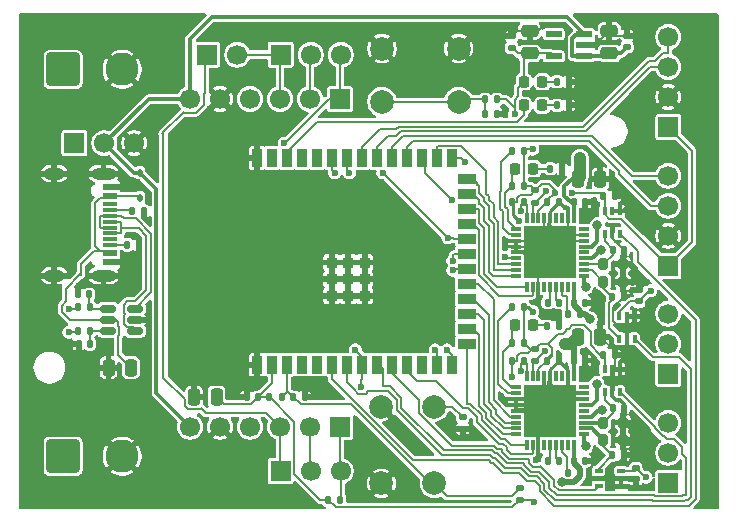
<source format=gbr>
%TF.GenerationSoftware,KiCad,Pcbnew,9.0.3*%
%TF.CreationDate,2025-08-10T23:57:32-04:00*%
%TF.ProjectId,Hydra_Driver,48796472-615f-4447-9269-7665722e6b69,rev?*%
%TF.SameCoordinates,Original*%
%TF.FileFunction,Copper,L1,Top*%
%TF.FilePolarity,Positive*%
%FSLAX46Y46*%
G04 Gerber Fmt 4.6, Leading zero omitted, Abs format (unit mm)*
G04 Created by KiCad (PCBNEW 9.0.3) date 2025-08-10 23:57:32*
%MOMM*%
%LPD*%
G01*
G04 APERTURE LIST*
G04 Aperture macros list*
%AMRoundRect*
0 Rectangle with rounded corners*
0 $1 Rounding radius*
0 $2 $3 $4 $5 $6 $7 $8 $9 X,Y pos of 4 corners*
0 Add a 4 corners polygon primitive as box body*
4,1,4,$2,$3,$4,$5,$6,$7,$8,$9,$2,$3,0*
0 Add four circle primitives for the rounded corners*
1,1,$1+$1,$2,$3*
1,1,$1+$1,$4,$5*
1,1,$1+$1,$6,$7*
1,1,$1+$1,$8,$9*
0 Add four rect primitives between the rounded corners*
20,1,$1+$1,$2,$3,$4,$5,0*
20,1,$1+$1,$4,$5,$6,$7,0*
20,1,$1+$1,$6,$7,$8,$9,0*
20,1,$1+$1,$8,$9,$2,$3,0*%
G04 Aperture macros list end*
%TA.AperFunction,SMDPad,CuDef*%
%ADD10RoundRect,0.140000X0.170000X-0.140000X0.170000X0.140000X-0.170000X0.140000X-0.170000X-0.140000X0*%
%TD*%
%TA.AperFunction,SMDPad,CuDef*%
%ADD11RoundRect,0.135000X-0.135000X-0.185000X0.135000X-0.185000X0.135000X0.185000X-0.135000X0.185000X0*%
%TD*%
%TA.AperFunction,SMDPad,CuDef*%
%ADD12R,0.900000X1.500000*%
%TD*%
%TA.AperFunction,SMDPad,CuDef*%
%ADD13R,1.500000X0.900000*%
%TD*%
%TA.AperFunction,SMDPad,CuDef*%
%ADD14R,0.900000X0.900000*%
%TD*%
%TA.AperFunction,ComponentPad*%
%ADD15R,1.700000X1.700000*%
%TD*%
%TA.AperFunction,ComponentPad*%
%ADD16C,1.700000*%
%TD*%
%TA.AperFunction,SMDPad,CuDef*%
%ADD17RoundRect,0.218750X0.218750X0.256250X-0.218750X0.256250X-0.218750X-0.256250X0.218750X-0.256250X0*%
%TD*%
%TA.AperFunction,SMDPad,CuDef*%
%ADD18RoundRect,0.140000X0.140000X0.170000X-0.140000X0.170000X-0.140000X-0.170000X0.140000X-0.170000X0*%
%TD*%
%TA.AperFunction,ComponentPad*%
%ADD19RoundRect,0.250001X-1.149999X-1.149999X1.149999X-1.149999X1.149999X1.149999X-1.149999X1.149999X0*%
%TD*%
%TA.AperFunction,ComponentPad*%
%ADD20C,2.800000*%
%TD*%
%TA.AperFunction,SMDPad,CuDef*%
%ADD21R,1.320800X0.508000*%
%TD*%
%TA.AperFunction,SMDPad,CuDef*%
%ADD22RoundRect,0.140000X-0.170000X0.140000X-0.170000X-0.140000X0.170000X-0.140000X0.170000X0.140000X0*%
%TD*%
%TA.AperFunction,SMDPad,CuDef*%
%ADD23RoundRect,0.140000X-0.140000X-0.170000X0.140000X-0.170000X0.140000X0.170000X-0.140000X0.170000X0*%
%TD*%
%TA.AperFunction,SMDPad,CuDef*%
%ADD24RoundRect,0.112500X-0.112500X0.187500X-0.112500X-0.187500X0.112500X-0.187500X0.112500X0.187500X0*%
%TD*%
%TA.AperFunction,SMDPad,CuDef*%
%ADD25RoundRect,0.135000X0.135000X0.185000X-0.135000X0.185000X-0.135000X-0.185000X0.135000X-0.185000X0*%
%TD*%
%TA.AperFunction,SMDPad,CuDef*%
%ADD26R,1.150000X0.600000*%
%TD*%
%TA.AperFunction,SMDPad,CuDef*%
%ADD27R,1.150000X0.300000*%
%TD*%
%TA.AperFunction,ComponentPad*%
%ADD28O,2.100000X1.000000*%
%TD*%
%TA.AperFunction,ComponentPad*%
%ADD29O,1.800000X1.000000*%
%TD*%
%TA.AperFunction,SMDPad,CuDef*%
%ADD30RoundRect,0.100000X0.225000X0.100000X-0.225000X0.100000X-0.225000X-0.100000X0.225000X-0.100000X0*%
%TD*%
%TA.AperFunction,SMDPad,CuDef*%
%ADD31RoundRect,0.250000X0.475000X-0.250000X0.475000X0.250000X-0.475000X0.250000X-0.475000X-0.250000X0*%
%TD*%
%TA.AperFunction,ComponentPad*%
%ADD32C,2.000000*%
%TD*%
%TA.AperFunction,SMDPad,CuDef*%
%ADD33R,0.300000X0.900000*%
%TD*%
%TA.AperFunction,SMDPad,CuDef*%
%ADD34R,0.900000X0.300000*%
%TD*%
%TA.AperFunction,SMDPad,CuDef*%
%ADD35R,4.500000X4.500000*%
%TD*%
%TA.AperFunction,SMDPad,CuDef*%
%ADD36RoundRect,0.100000X-0.100000X0.225000X-0.100000X-0.225000X0.100000X-0.225000X0.100000X0.225000X0*%
%TD*%
%TA.AperFunction,SMDPad,CuDef*%
%ADD37RoundRect,0.250000X0.250000X0.475000X-0.250000X0.475000X-0.250000X-0.475000X0.250000X-0.475000X0*%
%TD*%
%TA.AperFunction,SMDPad,CuDef*%
%ADD38RoundRect,0.135000X0.185000X-0.135000X0.185000X0.135000X-0.185000X0.135000X-0.185000X-0.135000X0*%
%TD*%
%TA.AperFunction,SMDPad,CuDef*%
%ADD39RoundRect,0.250000X-0.250000X-0.475000X0.250000X-0.475000X0.250000X0.475000X-0.250000X0.475000X0*%
%TD*%
%TA.AperFunction,SMDPad,CuDef*%
%ADD40RoundRect,0.200000X-0.200000X-0.275000X0.200000X-0.275000X0.200000X0.275000X-0.200000X0.275000X0*%
%TD*%
%TA.AperFunction,SMDPad,CuDef*%
%ADD41RoundRect,0.150000X0.512500X0.150000X-0.512500X0.150000X-0.512500X-0.150000X0.512500X-0.150000X0*%
%TD*%
%TA.AperFunction,ViaPad*%
%ADD42C,0.600000*%
%TD*%
%TA.AperFunction,ViaPad*%
%ADD43C,0.800000*%
%TD*%
%TA.AperFunction,Conductor*%
%ADD44C,0.200000*%
%TD*%
%TA.AperFunction,Conductor*%
%ADD45C,0.500000*%
%TD*%
%TA.AperFunction,Conductor*%
%ADD46C,0.300000*%
%TD*%
%TA.AperFunction,Conductor*%
%ADD47C,0.250000*%
%TD*%
%TA.AperFunction,Conductor*%
%ADD48C,1.000000*%
%TD*%
G04 APERTURE END LIST*
D10*
%TO.P,C11,1*%
%TO.N,+3.3V*%
X41750000Y-2900000D03*
%TO.P,C11,2*%
%TO.N,GND*%
X41750000Y-1940000D03*
%TD*%
D11*
%TO.P,R2,1*%
%TO.N,Net-(J1-CC1)*%
X9600000Y-16750000D03*
%TO.P,R2,2*%
%TO.N,GND*%
X10620000Y-16750000D03*
%TD*%
D12*
%TO.P,IC1,1,GND_1*%
%TO.N,GND*%
X20180000Y-29750000D03*
%TO.P,IC1,2,3V3*%
%TO.N,+3.3V*%
X21450000Y-29750000D03*
%TO.P,IC1,3,EN*%
%TO.N,/CHIP_PU*%
X22720000Y-29750000D03*
%TO.P,IC1,4,IO4*%
%TO.N,unconnected-(IC1-IO4-Pad4)*%
X23990000Y-29750000D03*
%TO.P,IC1,5,IO5*%
%TO.N,unconnected-(IC1-IO5-Pad5)*%
X25260000Y-29750000D03*
%TO.P,IC1,6,IO6*%
%TO.N,/SENSE2B*%
X26530000Y-29750000D03*
%TO.P,IC1,7,IO7*%
%TO.N,/SENSE1B*%
X27800000Y-29750000D03*
%TO.P,IC1,8,IO15*%
%TO.N,/CS*%
X29070000Y-29750000D03*
%TO.P,IC1,9,IO16*%
%TO.N,/SENSE2A*%
X30340000Y-29750000D03*
%TO.P,IC1,10,IO17*%
%TO.N,/SENSE1A*%
X31610000Y-29750000D03*
%TO.P,IC1,11,IO18*%
%TO.N,/IN1A*%
X32880000Y-29750000D03*
%TO.P,IC1,12,IO8*%
%TO.N,unconnected-(IC1-IO8-Pad12)*%
X34150000Y-29750000D03*
%TO.P,IC1,13,IO19*%
%TO.N,/D-*%
X35420000Y-29750000D03*
%TO.P,IC1,14,IO20*%
%TO.N,/D+*%
X36690000Y-29750000D03*
D13*
%TO.P,IC1,15,IO3*%
%TO.N,/EN1A*%
X37940000Y-27985000D03*
%TO.P,IC1,16,IO46*%
%TO.N,/IN2A*%
X37940000Y-26715000D03*
%TO.P,IC1,17,IO9*%
%TO.N,/EN2A*%
X37940000Y-25445000D03*
%TO.P,IC1,18,IO10*%
%TO.N,/IN3A*%
X37940000Y-24175000D03*
%TO.P,IC1,19,IO11*%
%TO.N,/EN3A*%
X37940000Y-22905000D03*
%TO.P,IC1,20,IO12*%
%TO.N,/MISO*%
X37940000Y-21635000D03*
%TO.P,IC1,21,IO13*%
%TO.N,/MOSI*%
X37940000Y-20365000D03*
%TO.P,IC1,22,IO14*%
%TO.N,/CLK*%
X37940000Y-19095000D03*
%TO.P,IC1,23,IO21*%
%TO.N,/IN1B*%
X37940000Y-17825000D03*
%TO.P,IC1,24,IO47*%
%TO.N,/EN1B*%
X37940000Y-16555000D03*
%TO.P,IC1,25,IO48*%
%TO.N,/IN2B*%
X37940000Y-15285000D03*
%TO.P,IC1,26,IO45*%
%TO.N,/EN2B*%
X37940000Y-14015000D03*
D12*
%TO.P,IC1,27,IO0*%
%TO.N,/GPIO0*%
X36690000Y-12250000D03*
%TO.P,IC1,28,IO35*%
%TO.N,/IN3B*%
X35420000Y-12250000D03*
%TO.P,IC1,29,IO36*%
%TO.N,/EN3B*%
X34150000Y-12250000D03*
%TO.P,IC1,30,IO37*%
%TO.N,/SDA1*%
X32880000Y-12250000D03*
%TO.P,IC1,31,IO38*%
%TO.N,/SCL1*%
X31610000Y-12250000D03*
%TO.P,IC1,32,IO39*%
%TO.N,/SDA2*%
X30340000Y-12250000D03*
%TO.P,IC1,33,IO40*%
%TO.N,/SCL2*%
X29070000Y-12250000D03*
%TO.P,IC1,34,IO41*%
%TO.N,/RESET*%
X27800000Y-12250000D03*
%TO.P,IC1,35,IO42*%
%TO.N,/SLEEP*%
X26530000Y-12250000D03*
%TO.P,IC1,36,RXD0*%
%TO.N,unconnected-(IC1-RXD0-Pad36)*%
X25260000Y-12250000D03*
%TO.P,IC1,37,TXD0*%
%TO.N,unconnected-(IC1-TXD0-Pad37)*%
X23990000Y-12250000D03*
%TO.P,IC1,38,IO2*%
%TO.N,/LED*%
X22720000Y-12250000D03*
%TO.P,IC1,39,IO1*%
%TO.N,unconnected-(IC1-IO1-Pad39)*%
X21450000Y-12250000D03*
%TO.P,IC1,40,GND_2*%
%TO.N,GND*%
X20180000Y-12250000D03*
D14*
%TO.P,IC1,41,GND_3*%
X27900000Y-22500000D03*
%TO.P,IC1,42,GND_4*%
X27900000Y-21100000D03*
%TO.P,IC1,43,GND_5*%
X26500000Y-21100000D03*
%TO.P,IC1,44,GND_6*%
X26500000Y-22500000D03*
%TO.P,IC1,45,GND_7*%
X26500000Y-23900000D03*
%TO.P,IC1,46,GND_8*%
X27900000Y-23900000D03*
%TO.P,IC1,47,GND_9*%
X29300000Y-23900000D03*
%TO.P,IC1,48,GND_10*%
X29300000Y-22500000D03*
%TO.P,IC1,49,GND_11*%
X29300000Y-21100000D03*
%TD*%
D15*
%TO.P,J10,1,Pin_1*%
%TO.N,/LOOP2*%
X22170000Y-3500000D03*
D16*
%TO.P,J10,2,Pin_2*%
%TO.N,/CLK*%
X24710000Y-3500000D03*
%TO.P,J10,3,Pin_3*%
%TO.N,/CS*%
X27250000Y-3500000D03*
%TD*%
D11*
%TO.P,R12,1*%
%TO.N,Net-(IC2-NCOMPO)*%
X41750000Y-24900000D03*
%TO.P,R12,2*%
%TO.N,+3.3V*%
X42770000Y-24900000D03*
%TD*%
D17*
%TO.P,D4,1,K*%
%TO.N,Net-(D4-K)*%
X43575000Y-26400000D03*
%TO.P,D4,2,A*%
%TO.N,/Driver_Unit/FAULT*%
X42000000Y-26400000D03*
%TD*%
D18*
%TO.P,C26,1*%
%TO.N,GND*%
X47960000Y-24500000D03*
%TO.P,C26,2*%
%TO.N,VMOT*%
X47000000Y-24500000D03*
%TD*%
D11*
%TO.P,R24,1*%
%TO.N,Net-(D5-K)*%
X44980000Y-13150000D03*
%TO.P,R24,2*%
%TO.N,GND*%
X46000000Y-13150000D03*
%TD*%
D19*
%TO.P,J2,1,Pin_1*%
%TO.N,VMOT*%
X3750000Y-37500000D03*
D20*
%TO.P,J2,2,Pin_2*%
%TO.N,GND*%
X8750000Y-37500000D03*
%TD*%
D18*
%TO.P,C5,1*%
%TO.N,Net-(C5-Pad1)*%
X6035000Y-28000000D03*
%TO.P,C5,2*%
%TO.N,GND*%
X5075000Y-28000000D03*
%TD*%
D21*
%TO.P,U2,1,VIN*%
%TO.N,+5V*%
X47890800Y-3650001D03*
%TO.P,U2,2,GND*%
%TO.N,GND*%
X47890800Y-2700000D03*
%TO.P,U2,3,EN*%
%TO.N,+5V*%
X47890800Y-1749999D03*
%TO.P,U2,4,NC*%
%TO.N,unconnected-(U2-NC-Pad4)*%
X45300000Y-1749999D03*
%TO.P,U2,5,VOUT*%
%TO.N,+3.3V*%
X45300000Y-3650001D03*
%TD*%
D22*
%TO.P,C10,1*%
%TO.N,/CHIP_PU*%
X37600000Y-34200000D03*
%TO.P,C10,2*%
%TO.N,GND*%
X37600000Y-35160000D03*
%TD*%
D11*
%TO.P,R13,1*%
%TO.N,/Driver_Unit/FAULT*%
X41750000Y-27900000D03*
%TO.P,R13,2*%
%TO.N,+3.3V*%
X42770000Y-27900000D03*
%TD*%
D23*
%TO.P,C2,1*%
%TO.N,GND*%
X19290000Y-32500000D03*
%TO.P,C2,2*%
%TO.N,+3.3V*%
X20250000Y-32500000D03*
%TD*%
D24*
%TO.P,D1,1,K*%
%TO.N,+5V*%
X10250000Y-13500000D03*
%TO.P,D1,2,A*%
%TO.N,Net-(D1-A)*%
X10250000Y-15600000D03*
%TD*%
D18*
%TO.P,C17,1*%
%TO.N,GND*%
X51210000Y-37400000D03*
%TO.P,C17,2*%
%TO.N,/Driver_Unit/SGND1*%
X50250000Y-37400000D03*
%TD*%
D10*
%TO.P,C9,1*%
%TO.N,+5V*%
X51500000Y-2860000D03*
%TO.P,C9,2*%
%TO.N,GND*%
X51500000Y-1900000D03*
%TD*%
D11*
%TO.P,R5,1*%
%TO.N,/D-*%
X5015000Y-24900000D03*
%TO.P,R5,2*%
%TO.N,Net-(C6-Pad1)*%
X6035000Y-24900000D03*
%TD*%
D15*
%TO.P,J4,1,Pin_1*%
%TO.N,/LOOP1*%
X22170000Y-38750000D03*
D16*
%TO.P,J4,2,Pin_2*%
%TO.N,/CLK*%
X24710000Y-38750000D03*
%TO.P,J4,3,Pin_3*%
%TO.N,/CS*%
X27250000Y-38750000D03*
%TD*%
D25*
%TO.P,R8,1*%
%TO.N,/CS*%
X27220000Y-41200000D03*
%TO.P,R8,2*%
%TO.N,+3.3V*%
X26200000Y-41200000D03*
%TD*%
D11*
%TO.P,R17,1*%
%TO.N,Net-(D4-K)*%
X44730000Y-26500000D03*
%TO.P,R17,2*%
%TO.N,GND*%
X45750000Y-26500000D03*
%TD*%
D26*
%TO.P,J1,A1_B12,GND*%
%TO.N,GND*%
X7755000Y-14690000D03*
%TO.P,J1,A4_B9,VBUS*%
%TO.N,Net-(D1-A)*%
X7755000Y-15490000D03*
D27*
%TO.P,J1,A5,CC1*%
%TO.N,Net-(J1-CC1)*%
X7755000Y-16640000D03*
%TO.P,J1,A6,DP1*%
%TO.N,Net-(J1-DP1)*%
X7755000Y-17640000D03*
%TO.P,J1,A7,DN1*%
%TO.N,Net-(J1-DN1)*%
X7755000Y-18140000D03*
%TO.P,J1,A8,SBU1*%
%TO.N,unconnected-(J1-SBU1-PadA8)*%
X7755000Y-19140000D03*
D26*
%TO.P,J1,B1_A12,GND__1*%
%TO.N,GND*%
X7755000Y-21090000D03*
%TO.P,J1,B4_A9,VBUS__1*%
%TO.N,Net-(D1-A)*%
X7755000Y-20290000D03*
D27*
%TO.P,J1,B5,CC2*%
%TO.N,Net-(J1-CC2)*%
X7755000Y-19640000D03*
%TO.P,J1,B6,DP2*%
%TO.N,Net-(J1-DP1)*%
X7755000Y-18640000D03*
%TO.P,J1,B7,DN2*%
%TO.N,Net-(J1-DN1)*%
X7755000Y-17140000D03*
%TO.P,J1,B8,SBU2*%
%TO.N,unconnected-(J1-SBU2-PadB8)*%
X7755000Y-16140000D03*
D28*
%TO.P,J1,SH1,SHELL_GND*%
%TO.N,GND*%
X7180000Y-13570000D03*
%TO.P,J1,SH2,SHELL_GND__1*%
X7180000Y-22210000D03*
D29*
%TO.P,J1,SH3,SHELL_GND__2*%
X3000000Y-13570000D03*
%TO.P,J1,SH4,SHELL_GND__3*%
X3000000Y-22210000D03*
%TD*%
D18*
%TO.P,C29,1*%
%TO.N,GND*%
X47960000Y-16000000D03*
%TO.P,C29,2*%
%TO.N,VMOT*%
X47000000Y-16000000D03*
%TD*%
%TO.P,C21,1*%
%TO.N,GND*%
X50460000Y-28900000D03*
%TO.P,C21,2*%
%TO.N,+3.3V*%
X49500000Y-28900000D03*
%TD*%
%TO.P,C13,1*%
%TO.N,Net-(IC2-CPH)*%
X45740000Y-37900000D03*
%TO.P,C13,2*%
%TO.N,Net-(IC2-CPL)*%
X44780000Y-37900000D03*
%TD*%
%TO.P,C30,1*%
%TO.N,GND*%
X51250000Y-20000000D03*
%TO.P,C30,2*%
%TO.N,/Driver_Unit1/SGND2*%
X50290000Y-20000000D03*
%TD*%
%TO.P,C24,1*%
%TO.N,VMOT*%
X47500000Y-25500000D03*
%TO.P,C24,2*%
%TO.N,Net-(IC3-VCP)*%
X46540000Y-25500000D03*
%TD*%
D30*
%TO.P,U3,1,REF*%
%TO.N,GND*%
X51000000Y-40050000D03*
%TO.P,U3,2,GND*%
X51000000Y-39400000D03*
%TO.P,U3,3,V+*%
%TO.N,+3.3V*%
X51000000Y-38750000D03*
%TO.P,U3,4,+*%
%TO.N,/Driver_Unit/SGND1*%
X49100000Y-38750000D03*
%TO.P,U3,5,-*%
%TO.N,GND*%
X49100000Y-39400000D03*
%TO.P,U3,6*%
%TO.N,/SENSE1A*%
X49100000Y-40050000D03*
%TD*%
D31*
%TO.P,C12,1*%
%TO.N,+3.3V*%
X43250000Y-3400000D03*
%TO.P,C12,2*%
%TO.N,GND*%
X43250000Y-1500000D03*
%TD*%
D32*
%TO.P,SW2,1,A*%
%TO.N,GND*%
X30700000Y-39800000D03*
X30700000Y-33300000D03*
%TO.P,SW2,2,B*%
%TO.N,/CHIP_PU*%
X35200000Y-39800000D03*
X35200000Y-33300000D03*
%TD*%
D33*
%TO.P,IC2,1,EN1*%
%TO.N,/EN1A*%
X43000000Y-36550000D03*
%TO.P,IC2,2,IN1*%
%TO.N,/IN1A*%
X43500000Y-36550000D03*
%TO.P,IC2,3,GND_1*%
%TO.N,GND*%
X44000000Y-36550000D03*
%TO.P,IC2,4,NC_1*%
%TO.N,unconnected-(IC2-NC_1-Pad4)*%
X44500000Y-36550000D03*
%TO.P,IC2,5,CPL*%
%TO.N,Net-(IC2-CPL)*%
X45000000Y-36550000D03*
%TO.P,IC2,6,CPH*%
%TO.N,Net-(IC2-CPH)*%
X45500000Y-36550000D03*
%TO.P,IC2,7,VCP*%
%TO.N,Net-(IC2-VCP)*%
X46000000Y-36550000D03*
%TO.P,IC2,8,NC_2*%
%TO.N,unconnected-(IC2-NC_2-Pad8)*%
X46500000Y-36550000D03*
%TO.P,IC2,9,VM_1*%
%TO.N,VMOT*%
X47000000Y-36550000D03*
D34*
%TO.P,IC2,10,OUT1*%
%TO.N,/OUT1A*%
X47900000Y-35650000D03*
%TO.P,IC2,11,PGND1*%
%TO.N,/Driver_Unit/SGND1*%
X47900000Y-35150000D03*
%TO.P,IC2,12,PGND2*%
%TO.N,/Driver_Unit/SGND2*%
X47900000Y-34650000D03*
%TO.P,IC2,13,OUT2*%
%TO.N,/OUT2A*%
X47900000Y-34150000D03*
%TO.P,IC2,14,NC_3*%
%TO.N,unconnected-(IC2-NC_3-Pad14)*%
X47900000Y-33650000D03*
%TO.P,IC2,15,OUT3*%
%TO.N,/OUT3A*%
X47900000Y-33150000D03*
%TO.P,IC2,16,PGND3*%
%TO.N,GND*%
X47900000Y-32650000D03*
%TO.P,IC2,17,GND_2*%
X47900000Y-32150000D03*
%TO.P,IC2,18,RSVD*%
%TO.N,unconnected-(IC2-RSVD-Pad18)*%
X47900000Y-31650000D03*
D33*
%TO.P,IC2,19,VM_2*%
%TO.N,VMOT*%
X47000000Y-30750000D03*
%TO.P,IC2,20,GND_3*%
%TO.N,GND*%
X46500000Y-30750000D03*
%TO.P,IC2,21,COMPP*%
%TO.N,unconnected-(IC2-COMPP-Pad21)*%
X46000000Y-30750000D03*
%TO.P,IC2,22,COMPN*%
%TO.N,unconnected-(IC2-COMPN-Pad22)*%
X45500000Y-30750000D03*
%TO.P,IC2,23,GND_4*%
%TO.N,GND*%
X45000000Y-30750000D03*
%TO.P,IC2,24,GND_5*%
X44500000Y-30750000D03*
%TO.P,IC2,25,V3P3*%
%TO.N,+3.3V*%
X44000000Y-30750000D03*
%TO.P,IC2,26,NRESET*%
%TO.N,/RESET*%
X43500000Y-30750000D03*
%TO.P,IC2,27,NSLEEP*%
%TO.N,/SLEEP*%
X43000000Y-30750000D03*
D34*
%TO.P,IC2,28,NFAULT*%
%TO.N,/Driver_Unit/FAULT*%
X42100000Y-31650000D03*
%TO.P,IC2,29,NCOMPO*%
%TO.N,Net-(IC2-NCOMPO)*%
X42100000Y-32150000D03*
%TO.P,IC2,30,GND_6*%
%TO.N,GND*%
X42100000Y-32650000D03*
%TO.P,IC2,31,GND_7*%
X42100000Y-33150000D03*
%TO.P,IC2,32,GND_8*%
X42100000Y-33650000D03*
%TO.P,IC2,33,EN3*%
%TO.N,/EN3A*%
X42100000Y-34150000D03*
%TO.P,IC2,34,IN3*%
%TO.N,/IN3A*%
X42100000Y-34650000D03*
%TO.P,IC2,35,EN2*%
%TO.N,/EN2A*%
X42100000Y-35150000D03*
%TO.P,IC2,36,IN2*%
%TO.N,/IN2A*%
X42100000Y-35650000D03*
D35*
%TO.P,IC2,37,EP*%
%TO.N,GND*%
X45000000Y-33650000D03*
%TD*%
D17*
%TO.P,D5,1,K*%
%TO.N,Net-(D5-K)*%
X43575000Y-13150000D03*
%TO.P,D5,2,A*%
%TO.N,/Driver_Unit1/FAULT*%
X42000000Y-13150000D03*
%TD*%
D11*
%TO.P,R4,1*%
%TO.N,/D+*%
X5015000Y-26900000D03*
%TO.P,R4,2*%
%TO.N,Net-(C5-Pad1)*%
X6035000Y-26900000D03*
%TD*%
D36*
%TO.P,U6,1,REF*%
%TO.N,GND*%
X50900000Y-16750000D03*
%TO.P,U6,2,GND*%
X50250000Y-16750000D03*
%TO.P,U6,3,V+*%
%TO.N,+3.3V*%
X49600000Y-16750000D03*
%TO.P,U6,4,+*%
%TO.N,/Driver_Unit1/SGND2*%
X49600000Y-18650000D03*
%TO.P,U6,5,-*%
%TO.N,GND*%
X50250000Y-18650000D03*
%TO.P,U6,6*%
%TO.N,/SENSE2B*%
X50900000Y-18650000D03*
%TD*%
D18*
%TO.P,C22,1*%
%TO.N,GND*%
X45710000Y-29400000D03*
%TO.P,C22,2*%
%TO.N,+3.3V*%
X44750000Y-29400000D03*
%TD*%
D37*
%TO.P,C15,1*%
%TO.N,GND*%
X49250000Y-27400000D03*
%TO.P,C15,2*%
%TO.N,VMOT*%
X47350000Y-27400000D03*
%TD*%
D38*
%TO.P,R7,1*%
%TO.N,+3.3V*%
X42400000Y-41220000D03*
%TO.P,R7,2*%
%TO.N,/CHIP_PU*%
X42400000Y-40200000D03*
%TD*%
D32*
%TO.P,SW1,1,A*%
%TO.N,GND*%
X30750000Y-3000000D03*
X37250000Y-3000000D03*
%TO.P,SW1,2,B*%
%TO.N,/GPIO0*%
X30750000Y-7500000D03*
X37250000Y-7500000D03*
%TD*%
D18*
%TO.P,C19,1*%
%TO.N,GND*%
X47960000Y-29400000D03*
%TO.P,C19,2*%
%TO.N,VMOT*%
X47000000Y-29400000D03*
%TD*%
D17*
%TO.P,D3,1,K*%
%TO.N,Net-(D3-K)*%
X44325000Y-7791950D03*
%TO.P,D3,2,A*%
%TO.N,/LED*%
X42750000Y-7791950D03*
%TD*%
D33*
%TO.P,IC3,1,EN1*%
%TO.N,/EN1B*%
X43000000Y-23150000D03*
%TO.P,IC3,2,IN1*%
%TO.N,/IN1B*%
X43500000Y-23150000D03*
%TO.P,IC3,3,GND_1*%
%TO.N,GND*%
X44000000Y-23150000D03*
%TO.P,IC3,4,NC_1*%
%TO.N,unconnected-(IC3-NC_1-Pad4)*%
X44500000Y-23150000D03*
%TO.P,IC3,5,CPL*%
%TO.N,Net-(IC3-CPL)*%
X45000000Y-23150000D03*
%TO.P,IC3,6,CPH*%
%TO.N,Net-(IC3-CPH)*%
X45500000Y-23150000D03*
%TO.P,IC3,7,VCP*%
%TO.N,Net-(IC3-VCP)*%
X46000000Y-23150000D03*
%TO.P,IC3,8,NC_2*%
%TO.N,unconnected-(IC3-NC_2-Pad8)*%
X46500000Y-23150000D03*
%TO.P,IC3,9,VM_1*%
%TO.N,VMOT*%
X47000000Y-23150000D03*
D34*
%TO.P,IC3,10,OUT1*%
%TO.N,/OUT1B*%
X47900000Y-22250000D03*
%TO.P,IC3,11,PGND1*%
%TO.N,/Driver_Unit1/SGND1*%
X47900000Y-21750000D03*
%TO.P,IC3,12,PGND2*%
%TO.N,/Driver_Unit1/SGND2*%
X47900000Y-21250000D03*
%TO.P,IC3,13,OUT2*%
%TO.N,/OUT2B*%
X47900000Y-20750000D03*
%TO.P,IC3,14,NC_3*%
%TO.N,unconnected-(IC3-NC_3-Pad14)*%
X47900000Y-20250000D03*
%TO.P,IC3,15,OUT3*%
%TO.N,/OUT3B*%
X47900000Y-19750000D03*
%TO.P,IC3,16,PGND3*%
%TO.N,GND*%
X47900000Y-19250000D03*
%TO.P,IC3,17,GND_2*%
X47900000Y-18750000D03*
%TO.P,IC3,18,RSVD*%
%TO.N,unconnected-(IC3-RSVD-Pad18)*%
X47900000Y-18250000D03*
D33*
%TO.P,IC3,19,VM_2*%
%TO.N,VMOT*%
X47000000Y-17350000D03*
%TO.P,IC3,20,GND_3*%
%TO.N,GND*%
X46500000Y-17350000D03*
%TO.P,IC3,21,COMPP*%
%TO.N,unconnected-(IC3-COMPP-Pad21)*%
X46000000Y-17350000D03*
%TO.P,IC3,22,COMPN*%
%TO.N,unconnected-(IC3-COMPN-Pad22)*%
X45500000Y-17350000D03*
%TO.P,IC3,23,GND_4*%
%TO.N,GND*%
X45000000Y-17350000D03*
%TO.P,IC3,24,GND_5*%
X44500000Y-17350000D03*
%TO.P,IC3,25,V3P3*%
%TO.N,+3.3V*%
X44000000Y-17350000D03*
%TO.P,IC3,26,NRESET*%
%TO.N,/RESET*%
X43500000Y-17350000D03*
%TO.P,IC3,27,NSLEEP*%
%TO.N,/SLEEP*%
X43000000Y-17350000D03*
D34*
%TO.P,IC3,28,NFAULT*%
%TO.N,/Driver_Unit1/FAULT*%
X42100000Y-18250000D03*
%TO.P,IC3,29,NCOMPO*%
%TO.N,Net-(IC3-NCOMPO)*%
X42100000Y-18750000D03*
%TO.P,IC3,30,GND_6*%
%TO.N,GND*%
X42100000Y-19250000D03*
%TO.P,IC3,31,GND_7*%
X42100000Y-19750000D03*
%TO.P,IC3,32,GND_8*%
X42100000Y-20250000D03*
%TO.P,IC3,33,EN3*%
%TO.N,/EN3B*%
X42100000Y-20750000D03*
%TO.P,IC3,34,IN3*%
%TO.N,/IN3B*%
X42100000Y-21250000D03*
%TO.P,IC3,35,EN2*%
%TO.N,/EN2B*%
X42100000Y-21750000D03*
%TO.P,IC3,36,IN2*%
%TO.N,/IN2B*%
X42100000Y-22250000D03*
D35*
%TO.P,IC3,37,EP*%
%TO.N,GND*%
X45000000Y-20250000D03*
%TD*%
D22*
%TO.P,C28,1*%
%TO.N,GND*%
X52500000Y-23440000D03*
%TO.P,C28,2*%
%TO.N,+3.3V*%
X52500000Y-24400000D03*
%TD*%
D11*
%TO.P,R9,1*%
%TO.N,Net-(D2-K)*%
X45555000Y-5791950D03*
%TO.P,R9,2*%
%TO.N,GND*%
X46575000Y-5791950D03*
%TD*%
D19*
%TO.P,J13,1,Pin_1*%
%TO.N,VMOT*%
X3750000Y-4750000D03*
D20*
%TO.P,J13,2,Pin_2*%
%TO.N,GND*%
X8750000Y-4750000D03*
%TD*%
D18*
%TO.P,C14,1*%
%TO.N,VMOT*%
X47500000Y-38900000D03*
%TO.P,C14,2*%
%TO.N,Net-(IC2-VCP)*%
X46540000Y-38900000D03*
%TD*%
%TO.P,C23,1*%
%TO.N,Net-(IC3-CPH)*%
X45750000Y-24500000D03*
%TO.P,C23,2*%
%TO.N,Net-(IC3-CPL)*%
X44790000Y-24500000D03*
%TD*%
D15*
%TO.P,J8,1,Pin_1*%
%TO.N,VMOT*%
X4710000Y-11000000D03*
D16*
%TO.P,J8,2,Pin_2*%
%TO.N,+5V*%
X7250000Y-11000000D03*
%TO.P,J8,3,Pin_3*%
%TO.N,GND*%
X9790000Y-11000000D03*
%TD*%
D25*
%TO.P,R6,1*%
%TO.N,+3.3V*%
X40500000Y-7291950D03*
%TO.P,R6,2*%
%TO.N,/GPIO0*%
X39480000Y-7291950D03*
%TD*%
D18*
%TO.P,C16,1*%
%TO.N,GND*%
X47960000Y-37900000D03*
%TO.P,C16,2*%
%TO.N,VMOT*%
X47000000Y-37900000D03*
%TD*%
D10*
%TO.P,C18,1*%
%TO.N,GND*%
X52250000Y-39460000D03*
%TO.P,C18,2*%
%TO.N,+3.3V*%
X52250000Y-38500000D03*
%TD*%
D11*
%TO.P,R3,1*%
%TO.N,Net-(J1-CC2)*%
X9200000Y-19600000D03*
%TO.P,R3,2*%
%TO.N,GND*%
X10220000Y-19600000D03*
%TD*%
%TO.P,R10,1*%
%TO.N,Net-(D3-K)*%
X45575000Y-7791950D03*
%TO.P,R10,2*%
%TO.N,GND*%
X46595000Y-7791950D03*
%TD*%
D25*
%TO.P,R21,1*%
%TO.N,/SLEEP*%
X42770000Y-16000000D03*
%TO.P,R21,2*%
%TO.N,+3.3V*%
X41750000Y-16000000D03*
%TD*%
D38*
%TO.P,R23,1*%
%TO.N,/RESET*%
X43750000Y-16020000D03*
%TO.P,R23,2*%
%TO.N,+3.3V*%
X43750000Y-15000000D03*
%TD*%
D31*
%TO.P,C8,1*%
%TO.N,+5V*%
X50000000Y-3400000D03*
%TO.P,C8,2*%
%TO.N,GND*%
X50000000Y-1500000D03*
%TD*%
D11*
%TO.P,R1,1*%
%TO.N,+3.3V*%
X21230000Y-32500000D03*
%TO.P,R1,2*%
%TO.N,/CHIP_PU*%
X22250000Y-32500000D03*
%TD*%
D36*
%TO.P,U5,1,REF*%
%TO.N,GND*%
X52150000Y-25650000D03*
%TO.P,U5,2,GND*%
X51500000Y-25650000D03*
%TO.P,U5,3,V+*%
%TO.N,+3.3V*%
X50850000Y-25650000D03*
%TO.P,U5,4,+*%
%TO.N,/Driver_Unit1/SGND1*%
X50850000Y-27550000D03*
%TO.P,U5,5,-*%
%TO.N,GND*%
X51500000Y-27550000D03*
%TO.P,U5,6*%
%TO.N,/SENSE1B*%
X52150000Y-27550000D03*
%TD*%
D25*
%TO.P,R14,1*%
%TO.N,/SLEEP*%
X42770000Y-29400000D03*
%TO.P,R14,2*%
%TO.N,+3.3V*%
X41750000Y-29400000D03*
%TD*%
D18*
%TO.P,C27,1*%
%TO.N,GND*%
X51210000Y-24000000D03*
%TO.P,C27,2*%
%TO.N,/Driver_Unit1/SGND1*%
X50250000Y-24000000D03*
%TD*%
D39*
%TO.P,C3,1*%
%TO.N,GND*%
X14850000Y-32500000D03*
%TO.P,C3,2*%
%TO.N,+3.3V*%
X16750000Y-32500000D03*
%TD*%
D23*
%TO.P,C7,1*%
%TO.N,/GPIO0*%
X39500000Y-8541950D03*
%TO.P,C7,2*%
%TO.N,GND*%
X40460000Y-8541950D03*
%TD*%
%TO.P,C1,1*%
%TO.N,/CHIP_PU*%
X23250000Y-32500000D03*
%TO.P,C1,2*%
%TO.N,GND*%
X24210000Y-32500000D03*
%TD*%
D40*
%TO.P,R11,1*%
%TO.N,/Driver_Unit/SGND1*%
X49500000Y-36150000D03*
%TO.P,R11,2*%
%TO.N,GND*%
X51150000Y-36150000D03*
%TD*%
D11*
%TO.P,R20,1*%
%TO.N,/Driver_Unit1/FAULT*%
X41730000Y-14650000D03*
%TO.P,R20,2*%
%TO.N,+3.3V*%
X42750000Y-14650000D03*
%TD*%
D18*
%TO.P,C31,1*%
%TO.N,GND*%
X50460000Y-15500000D03*
%TO.P,C31,2*%
%TO.N,+3.3V*%
X49500000Y-15500000D03*
%TD*%
D17*
%TO.P,D2,1,K*%
%TO.N,Net-(D2-K)*%
X44325000Y-5791950D03*
%TO.P,D2,2,A*%
%TO.N,+3.3V*%
X42750000Y-5791950D03*
%TD*%
D37*
%TO.P,C25,1*%
%TO.N,GND*%
X49250000Y-14000000D03*
%TO.P,C25,2*%
%TO.N,VMOT*%
X47350000Y-14000000D03*
%TD*%
D41*
%TO.P,U1,1,I/O1*%
%TO.N,Net-(J1-DP1)*%
X9835000Y-26900000D03*
%TO.P,U1,2,GND*%
%TO.N,GND*%
X9835000Y-25950000D03*
%TO.P,U1,3,I/O2*%
%TO.N,Net-(J1-DN1)*%
X9835000Y-25000000D03*
%TO.P,U1,4,I/O2*%
%TO.N,Net-(C6-Pad1)*%
X7560000Y-25000000D03*
%TO.P,U1,5,VBUS*%
%TO.N,Net-(D1-A)*%
X7560000Y-25950000D03*
%TO.P,U1,6,I/O1*%
%TO.N,Net-(C5-Pad1)*%
X7560000Y-26900000D03*
%TD*%
D40*
%TO.P,R22,1*%
%TO.N,/Driver_Unit1/SGND2*%
X49500000Y-21250000D03*
%TO.P,R22,2*%
%TO.N,GND*%
X51150000Y-21250000D03*
%TD*%
%TO.P,R18,1*%
%TO.N,/Driver_Unit1/SGND1*%
X49500000Y-22750000D03*
%TO.P,R18,2*%
%TO.N,GND*%
X51150000Y-22750000D03*
%TD*%
D15*
%TO.P,J7,1,Pin_1*%
%TO.N,/LOOP1*%
X15960000Y-3500000D03*
D16*
%TO.P,J7,2,Pin_2*%
%TO.N,/LOOP2*%
X18500000Y-3500000D03*
%TD*%
D36*
%TO.P,U4,1,REF*%
%TO.N,GND*%
X50900000Y-30150000D03*
%TO.P,U4,2,GND*%
X50250000Y-30150000D03*
%TO.P,U4,3,V+*%
%TO.N,+3.3V*%
X49600000Y-30150000D03*
%TO.P,U4,4,+*%
%TO.N,/Driver_Unit/SGND2*%
X49600000Y-32050000D03*
%TO.P,U4,5,-*%
%TO.N,GND*%
X50250000Y-32050000D03*
%TO.P,U4,6*%
%TO.N,/SENSE2A*%
X50900000Y-32050000D03*
%TD*%
D18*
%TO.P,C20,1*%
%TO.N,GND*%
X51250000Y-33400000D03*
%TO.P,C20,2*%
%TO.N,/Driver_Unit/SGND2*%
X50290000Y-33400000D03*
%TD*%
D11*
%TO.P,R19,1*%
%TO.N,Net-(IC3-NCOMPO)*%
X41730000Y-11650000D03*
%TO.P,R19,2*%
%TO.N,+3.3V*%
X42750000Y-11650000D03*
%TD*%
D18*
%TO.P,C6,1*%
%TO.N,Net-(C6-Pad1)*%
X5960000Y-23800000D03*
%TO.P,C6,2*%
%TO.N,GND*%
X5000000Y-23800000D03*
%TD*%
D39*
%TO.P,C4,1*%
%TO.N,GND*%
X7600000Y-30000000D03*
%TO.P,C4,2*%
%TO.N,Net-(D1-A)*%
X9500000Y-30000000D03*
%TD*%
D40*
%TO.P,R15,1*%
%TO.N,/Driver_Unit/SGND2*%
X49500000Y-34650000D03*
%TO.P,R15,2*%
%TO.N,GND*%
X51150000Y-34650000D03*
%TD*%
D38*
%TO.P,R16,1*%
%TO.N,/RESET*%
X43750000Y-29420000D03*
%TO.P,R16,2*%
%TO.N,+3.3V*%
X43750000Y-28400000D03*
%TD*%
D18*
%TO.P,C32,1*%
%TO.N,GND*%
X45710000Y-16000000D03*
%TO.P,C32,2*%
%TO.N,+3.3V*%
X44750000Y-16000000D03*
%TD*%
D15*
%TO.P,J11,1,Pin_1*%
%TO.N,+3.3V*%
X55000000Y-21370000D03*
D16*
%TO.P,J11,2,Pin_2*%
%TO.N,GND*%
X55000000Y-18830000D03*
%TO.P,J11,3,Pin_3*%
%TO.N,/SDA1*%
X55000000Y-16290000D03*
%TO.P,J11,4,Pin_4*%
%TO.N,/SCL1*%
X55000000Y-13750000D03*
%TD*%
D15*
%TO.P,J6,1,Pin_1*%
%TO.N,/OUT1A*%
X55000000Y-39750000D03*
D16*
%TO.P,J6,2,Pin_2*%
%TO.N,/OUT2A*%
X55000000Y-37210000D03*
%TO.P,J6,3,Pin_3*%
%TO.N,/OUT3A*%
X55000000Y-34670000D03*
%TD*%
D15*
%TO.P,J12,1,Pin_1*%
%TO.N,/OUT1B*%
X55000000Y-30500000D03*
D16*
%TO.P,J12,2,Pin_2*%
%TO.N,/OUT2B*%
X55000000Y-27960000D03*
%TO.P,J12,3,Pin_3*%
%TO.N,/OUT3B*%
X55000000Y-25420000D03*
%TD*%
D15*
%TO.P,J5,1,Pin_1*%
%TO.N,+3.3V*%
X55000000Y-9620000D03*
D16*
%TO.P,J5,2,Pin_2*%
%TO.N,GND*%
X55000000Y-7080000D03*
%TO.P,J5,3,Pin_3*%
%TO.N,/SDA2*%
X55000000Y-4540000D03*
%TO.P,J5,4,Pin_4*%
%TO.N,/SCL2*%
X55000000Y-2000000D03*
%TD*%
D15*
%TO.P,J3,1,Pin_1*%
%TO.N,/CS*%
X27200000Y-35000000D03*
D16*
%TO.P,J3,2,Pin_2*%
%TO.N,/CLK*%
X24660000Y-35000000D03*
%TO.P,J3,3,Pin_3*%
%TO.N,/LOOP1*%
X22120000Y-35000000D03*
%TO.P,J3,4,Pin_4*%
%TO.N,/MOSI*%
X19580000Y-35000000D03*
%TO.P,J3,5,Pin_5*%
%TO.N,GND*%
X17040000Y-35000000D03*
%TO.P,J3,6,Pin_6*%
%TO.N,+5V*%
X14500000Y-35000000D03*
%TD*%
D15*
%TO.P,J9,1,Pin_1*%
%TO.N,/CS*%
X27200000Y-7250000D03*
D16*
%TO.P,J9,2,Pin_2*%
%TO.N,/CLK*%
X24660000Y-7250000D03*
%TO.P,J9,3,Pin_3*%
%TO.N,/LOOP2*%
X22120000Y-7250000D03*
%TO.P,J9,4,Pin_4*%
%TO.N,/MISO*%
X19580000Y-7250000D03*
%TO.P,J9,5,Pin_5*%
%TO.N,GND*%
X17040000Y-7250000D03*
%TO.P,J9,6,Pin_6*%
%TO.N,+5V*%
X14500000Y-7250000D03*
%TD*%
D42*
%TO.N,GND*%
X51987893Y-35612107D03*
X47400000Y-7800000D03*
X41200735Y-8091215D03*
X41500000Y-1000000D03*
X11002000Y-17626033D03*
X45500000Y-12250000D03*
X49250000Y-37400000D03*
X51600000Y-16200000D03*
X5114013Y-23100000D03*
X38600000Y-35800000D03*
X52150015Y-21670545D03*
X50200000Y-13600000D03*
X51000000Y-15000000D03*
X52200000Y-36400000D03*
X44370000Y-1070000D03*
X11000000Y-26000000D03*
X43968191Y-24500000D03*
X8800000Y-21400000D03*
X15000000Y-12000000D03*
X52250000Y-40210000D03*
X6600000Y-30400000D03*
X40802000Y-32402527D03*
X16000000Y-39500000D03*
X43783564Y-37800402D03*
X19754866Y-23500000D03*
X48250000Y-16900000D03*
X5000000Y-28800000D03*
X52200000Y-22600000D03*
X14750000Y-27750000D03*
X47400000Y-5800000D03*
X41242521Y-19291477D03*
X15250000Y-20250000D03*
X8800000Y-14400000D03*
X10200000Y-20400000D03*
X54000000Y-26420000D03*
X51792893Y-30207107D03*
X19836148Y-16750000D03*
X53184864Y-22764682D03*
X24250000Y-31500000D03*
X48500000Y-30150000D03*
X51600000Y-1200000D03*
X45500000Y-25500000D03*
%TO.N,+3.3V*%
X43600000Y-41400000D03*
X41985345Y-8521037D03*
X46852456Y-15190000D03*
X43500000Y-25250000D03*
X41800000Y-30800000D03*
X53117893Y-39282107D03*
X45407697Y-15187720D03*
X43500000Y-11500000D03*
X53500000Y-23500000D03*
X42350000Y-17599998D03*
D43*
%TO.N,VMOT*%
X48355727Y-25904617D03*
X47500000Y-12250000D03*
X46250000Y-28000000D03*
X46000000Y-39699000D03*
D42*
%TO.N,/GPIO0*%
X37800000Y-12600000D03*
D43*
%TO.N,/OUT3A*%
X48932087Y-31354478D03*
D42*
%TO.N,/RESET*%
X28000000Y-13500000D03*
X44624265Y-15025735D03*
X44568191Y-28590786D03*
D43*
%TO.N,/OUT2A*%
X49390000Y-33568332D03*
%TO.N,/OUT1A*%
X48000000Y-36650000D03*
D42*
%TO.N,/SLEEP*%
X26750000Y-13500000D03*
X42500000Y-16750000D03*
X42500000Y-30250000D03*
D43*
%TO.N,/OUT1B*%
X48000000Y-23150000D03*
%TO.N,/OUT2B*%
X49314654Y-20014605D03*
%TO.N,/OUT3B*%
X49000000Y-17900000D03*
D42*
%TO.N,/MISO*%
X36750000Y-21750000D03*
%TO.N,/D+*%
X4250000Y-27000000D03*
X36250000Y-28500000D03*
%TO.N,/MOSI*%
X36748963Y-20949443D03*
%TO.N,/CS*%
X28500000Y-28500000D03*
X22481471Y-11000000D03*
X29000000Y-31600000D03*
%TO.N,/D-*%
X4250000Y-25000000D03*
X35250000Y-28500000D03*
%TO.N,/CLK*%
X30837405Y-13497749D03*
X36334483Y-18994827D03*
%TO.N,/EN3B*%
X41204000Y-20650000D03*
X36698439Y-15826482D03*
%TD*%
D44*
%TO.N,GND*%
X51250000Y-20000000D02*
X50250000Y-19000000D01*
D45*
X52050000Y-22750000D02*
X52200000Y-22600000D01*
D44*
X50400000Y-1900000D02*
X50000000Y-1500000D01*
X51150000Y-20100000D02*
X51250000Y-20000000D01*
X44500000Y-17350000D02*
X44500000Y-19750000D01*
D46*
X45000000Y-30750000D02*
X45000000Y-33650000D01*
D44*
X47900000Y-19250000D02*
X46000000Y-19250000D01*
X50250000Y-16750000D02*
X50900000Y-16750000D01*
X10620000Y-16750000D02*
X10620000Y-17244033D01*
X7755000Y-14690000D02*
X8510000Y-14690000D01*
D46*
X46000000Y-32650000D02*
X45000000Y-33650000D01*
D44*
X51500000Y-1900000D02*
X50400000Y-1900000D01*
D46*
X42100000Y-32650000D02*
X44000000Y-32650000D01*
D44*
X45000000Y-17350000D02*
X45000000Y-20250000D01*
X51150000Y-33500000D02*
X51250000Y-33400000D01*
D46*
X46495870Y-16504130D02*
X46214130Y-16504130D01*
X42100000Y-19250000D02*
X41283998Y-19250000D01*
D45*
X51150000Y-21250000D02*
X51729470Y-21250000D01*
D44*
X51150000Y-36150000D02*
X51150000Y-37340000D01*
D46*
X46214130Y-16504130D02*
X45710000Y-16000000D01*
D44*
X47960000Y-16000000D02*
X47960000Y-16610000D01*
D47*
X45000000Y-30122904D02*
X45710000Y-29412904D01*
D44*
X37600000Y-35160000D02*
X37960000Y-35160000D01*
X8490000Y-21090000D02*
X8800000Y-21400000D01*
D46*
X50610418Y-32726000D02*
X50250000Y-32365582D01*
D44*
X50500000Y-15500000D02*
X51000000Y-15000000D01*
X47391950Y-7791950D02*
X47400000Y-7800000D01*
D46*
X42100000Y-33650000D02*
X45000000Y-33650000D01*
D44*
X49800000Y-14000000D02*
X50200000Y-13600000D01*
X40460000Y-8541950D02*
X40750000Y-8541950D01*
X47900000Y-18750000D02*
X46500000Y-18750000D01*
D47*
X45000000Y-17350000D02*
X45000000Y-16722904D01*
D46*
X51500000Y-25650000D02*
X52150000Y-25650000D01*
D44*
X50000000Y-1500000D02*
X48800000Y-2700000D01*
X50250000Y-30150000D02*
X50900000Y-30150000D01*
X48750000Y-37900000D02*
X49250000Y-37400000D01*
X9835000Y-25950000D02*
X10950000Y-25950000D01*
D47*
X46500000Y-30750000D02*
X46500000Y-30190000D01*
D45*
X51400000Y-36400000D02*
X52200000Y-36400000D01*
D44*
X46500000Y-17350000D02*
X46500000Y-18750000D01*
X47960000Y-29400000D02*
X47960000Y-29610000D01*
D46*
X53230000Y-25650000D02*
X52150000Y-25650000D01*
X44000000Y-36550000D02*
X44000000Y-34650000D01*
X46500000Y-17350000D02*
X46500000Y-16508260D01*
D44*
X42100000Y-19750000D02*
X44500000Y-19750000D01*
X52250000Y-39460000D02*
X52250000Y-40210000D01*
X48800000Y-2700000D02*
X47890800Y-2700000D01*
X51150000Y-21250000D02*
X51150000Y-20100000D01*
D46*
X54000000Y-26420000D02*
X53230000Y-25650000D01*
D44*
X51500000Y-1900000D02*
X51500000Y-1300000D01*
X10220000Y-19600000D02*
X10220000Y-20380000D01*
D47*
X45710000Y-16012904D02*
X45710000Y-16000000D01*
D44*
X51050000Y-16750000D02*
X51600000Y-16200000D01*
D46*
X51250000Y-33037810D02*
X50938190Y-32726000D01*
X44500000Y-30750000D02*
X44500000Y-33150000D01*
D44*
X51210000Y-24000000D02*
X51210000Y-22810000D01*
D46*
X47900000Y-32650000D02*
X46000000Y-32650000D01*
D44*
X44000000Y-21250000D02*
X45000000Y-20250000D01*
X46575000Y-5791950D02*
X47391950Y-5791950D01*
X44500000Y-19750000D02*
X45000000Y-20250000D01*
X45750000Y-26500000D02*
X45750000Y-25750000D01*
D45*
X51987893Y-35187893D02*
X51450000Y-34650000D01*
D44*
X41500000Y-1690000D02*
X41500000Y-1000000D01*
X47391950Y-5791950D02*
X47400000Y-5800000D01*
D47*
X45000000Y-16722904D02*
X45710000Y-16012904D01*
D44*
X51735786Y-30150000D02*
X51792893Y-30207107D01*
D46*
X50250000Y-32365582D02*
X50250000Y-32050000D01*
D47*
X45000000Y-30750000D02*
X45000000Y-30122904D01*
D44*
X50349000Y-26043870D02*
X50349000Y-24861000D01*
X47960000Y-37900000D02*
X48750000Y-37900000D01*
X46000000Y-19250000D02*
X45000000Y-20250000D01*
X52509546Y-23440000D02*
X53184864Y-22764682D01*
D45*
X51987893Y-35612107D02*
X51987893Y-35187893D01*
D44*
X50349000Y-24861000D02*
X51210000Y-24000000D01*
D46*
X44500000Y-33150000D02*
X45000000Y-33650000D01*
D44*
X50460000Y-28900000D02*
X50460000Y-29940000D01*
D46*
X44000000Y-34650000D02*
X45000000Y-33650000D01*
D44*
X50460000Y-29940000D02*
X50250000Y-30150000D01*
X49250000Y-14000000D02*
X49800000Y-14000000D01*
D46*
X44000000Y-36550000D02*
X44000000Y-37583966D01*
D44*
X50900000Y-16750000D02*
X51050000Y-16750000D01*
X50460000Y-15500000D02*
X50500000Y-15500000D01*
X47960000Y-29610000D02*
X48500000Y-30150000D01*
D46*
X46500000Y-30750000D02*
X46500000Y-32150000D01*
D44*
X45600000Y-12250000D02*
X46000000Y-12650000D01*
X50900000Y-30150000D02*
X51735786Y-30150000D01*
X45500000Y-12250000D02*
X45600000Y-12250000D01*
D46*
X41283998Y-19250000D02*
X41242521Y-19291477D01*
D44*
X7600000Y-30000000D02*
X7000000Y-30000000D01*
X24210000Y-31540000D02*
X24250000Y-31500000D01*
X44000000Y-19250000D02*
X45000000Y-20250000D01*
X51150000Y-34650000D02*
X51150000Y-33500000D01*
X7755000Y-21090000D02*
X8490000Y-21090000D01*
D47*
X45710000Y-29412904D02*
X45710000Y-29400000D01*
D44*
X50250000Y-19000000D02*
X50250000Y-18650000D01*
X45750000Y-25750000D02*
X45500000Y-25500000D01*
D46*
X41049473Y-32650000D02*
X40802000Y-32402527D01*
X46500000Y-32150000D02*
X45000000Y-33650000D01*
D44*
X5000000Y-23800000D02*
X5000000Y-23214013D01*
D46*
X46500000Y-16508260D02*
X46495870Y-16504130D01*
D44*
X51150000Y-37340000D02*
X51210000Y-37400000D01*
D46*
X42100000Y-33150000D02*
X44500000Y-33150000D01*
D44*
X41750000Y-1940000D02*
X41500000Y-1690000D01*
X49250000Y-27400000D02*
X50460000Y-28610000D01*
X5075000Y-28725000D02*
X5000000Y-28800000D01*
X24210000Y-32500000D02*
X24210000Y-31540000D01*
X43250000Y-1500000D02*
X42190000Y-1500000D01*
X51500000Y-1300000D02*
X51600000Y-1200000D01*
X47960000Y-16610000D02*
X48250000Y-16900000D01*
D46*
X47900000Y-32150000D02*
X46500000Y-32150000D01*
X44000000Y-32650000D02*
X45000000Y-33650000D01*
X51250000Y-33400000D02*
X51250000Y-33037810D01*
D44*
X10950000Y-25950000D02*
X11000000Y-26000000D01*
X10220000Y-20380000D02*
X10200000Y-20400000D01*
X51210000Y-37534870D02*
X51210000Y-37400000D01*
X46500000Y-18750000D02*
X45000000Y-20250000D01*
X42190000Y-1500000D02*
X41750000Y-1940000D01*
D45*
X51150000Y-22750000D02*
X52050000Y-22750000D01*
D44*
X46000000Y-12650000D02*
X46000000Y-13150000D01*
D46*
X43968191Y-24500000D02*
X44000000Y-24468191D01*
D44*
X44370000Y-1070000D02*
X43940000Y-1500000D01*
D46*
X44000000Y-24468191D02*
X44000000Y-23150000D01*
D45*
X51150000Y-36150000D02*
X51400000Y-36400000D01*
D44*
X10620000Y-17244033D02*
X11002000Y-17626033D01*
X42100000Y-20250000D02*
X45000000Y-20250000D01*
X46595000Y-7791950D02*
X47391950Y-7791950D01*
X7000000Y-30000000D02*
X6600000Y-30400000D01*
X42100000Y-19250000D02*
X44000000Y-19250000D01*
D46*
X50938190Y-32726000D02*
X50610418Y-32726000D01*
D47*
X46500000Y-30190000D02*
X45710000Y-29400000D01*
D44*
X52500000Y-23440000D02*
X52509546Y-23440000D01*
X50460000Y-28610000D02*
X50460000Y-28900000D01*
X40750000Y-8541950D02*
X41200735Y-8091215D01*
D46*
X42100000Y-32650000D02*
X41049473Y-32650000D01*
D45*
X51450000Y-34650000D02*
X51150000Y-34650000D01*
X51729470Y-21250000D02*
X52150015Y-21670545D01*
D44*
X49344870Y-39400000D02*
X51210000Y-37534870D01*
X51500000Y-27194870D02*
X50349000Y-26043870D01*
X5000000Y-23214013D02*
X5114013Y-23100000D01*
X43940000Y-1500000D02*
X43250000Y-1500000D01*
D46*
X44000000Y-37583966D02*
X43783564Y-37800402D01*
D44*
X49100000Y-39400000D02*
X49344870Y-39400000D01*
X5075000Y-28000000D02*
X5075000Y-28725000D01*
X37960000Y-35160000D02*
X38600000Y-35800000D01*
X8510000Y-14690000D02*
X8800000Y-14400000D01*
X51500000Y-27550000D02*
X51500000Y-27194870D01*
X51210000Y-22810000D02*
X51150000Y-22750000D01*
X44000000Y-23150000D02*
X44000000Y-21250000D01*
%TO.N,+3.3V*%
X41800000Y-30800000D02*
X41800000Y-29450000D01*
X44750000Y-16000000D02*
X44750000Y-15845417D01*
X45169191Y-28839729D02*
X45169191Y-28341843D01*
D47*
X42770000Y-24900000D02*
X43150000Y-24900000D01*
D44*
X53500000Y-23500000D02*
X53400000Y-23500000D01*
X53400000Y-23500000D02*
X52500000Y-24400000D01*
X42011500Y-7314350D02*
X42283900Y-7041950D01*
X42283900Y-7041950D02*
X42250000Y-7008050D01*
X43750000Y-28400000D02*
X43500000Y-28400000D01*
X53032107Y-39282107D02*
X52250000Y-38500000D01*
X21450000Y-29750000D02*
X21450000Y-31300000D01*
X26200000Y-41200000D02*
X25532240Y-41200000D01*
X42450660Y-28779000D02*
X42199000Y-29030660D01*
X49600000Y-16750000D02*
X49600000Y-15600000D01*
X42199000Y-15630660D02*
X42450660Y-15379000D01*
X49225000Y-15225000D02*
X49500000Y-15500000D01*
X42199000Y-29400000D02*
X41750000Y-29400000D01*
X42400000Y-41220000D02*
X41799000Y-41821000D01*
D47*
X41827000Y-17076998D02*
X41827000Y-16077000D01*
D44*
X44000000Y-30150000D02*
X44750000Y-29400000D01*
X41251413Y-7291950D02*
X40500000Y-7291950D01*
X42199000Y-16000000D02*
X42199000Y-15630660D01*
X42770000Y-24900000D02*
X42770000Y-27900000D01*
X42400000Y-41220000D02*
X43420000Y-41220000D01*
X17361000Y-33111000D02*
X16750000Y-32500000D01*
X43089340Y-28779000D02*
X42450660Y-28779000D01*
X21450000Y-31300000D02*
X20250000Y-32500000D01*
X43270000Y-28400000D02*
X42770000Y-27900000D01*
X57000000Y-19370000D02*
X55000000Y-21370000D01*
X42011500Y-8052037D02*
X41251413Y-7291950D01*
X43400000Y-14650000D02*
X43750000Y-15000000D01*
X46852456Y-15190000D02*
X46887456Y-15225000D01*
X46069340Y-27121000D02*
X46321000Y-26869340D01*
X43750000Y-28400000D02*
X43270000Y-28400000D01*
X44000000Y-17350000D02*
X44000000Y-16750000D01*
X42450660Y-15379000D02*
X43371000Y-15379000D01*
X45169191Y-28341843D02*
X44788674Y-27961326D01*
X44000000Y-16750000D02*
X44750000Y-16000000D01*
X44000000Y-30750000D02*
X44000000Y-30150000D01*
X44325265Y-14424735D02*
X43750000Y-15000000D01*
X42750000Y-3900000D02*
X43250000Y-3400000D01*
X41800000Y-29450000D02*
X41750000Y-29400000D01*
X49600000Y-15600000D02*
X49500000Y-15500000D01*
X44750000Y-29191786D02*
X44817134Y-29191786D01*
X55000000Y-9620000D02*
X57000000Y-11620000D01*
X45629000Y-27121000D02*
X46069340Y-27121000D01*
X46887456Y-15225000D02*
X49225000Y-15225000D01*
X57000000Y-11620000D02*
X57000000Y-19370000D01*
X46321000Y-26689840D02*
X46549000Y-26689840D01*
X21247760Y-32500000D02*
X21230000Y-32500000D01*
X45169191Y-28341843D02*
X44817134Y-27989786D01*
X26821000Y-41821000D02*
X26200000Y-41200000D01*
X43500000Y-11500000D02*
X42900000Y-11500000D01*
X48449000Y-28110160D02*
X49238840Y-28900000D01*
X45049999Y-3400000D02*
X45300000Y-3650001D01*
X44750000Y-29400000D02*
X45169191Y-28980809D01*
X51000000Y-38750000D02*
X52000000Y-38750000D01*
X44750000Y-15845417D02*
X45407697Y-15187720D01*
D47*
X41827000Y-16077000D02*
X41750000Y-16000000D01*
D44*
X44873208Y-14424735D02*
X44325265Y-14424735D01*
D47*
X42350000Y-17599998D02*
X41827000Y-17076998D01*
D44*
X46549000Y-26689840D02*
X46864840Y-26374000D01*
X49600000Y-29000000D02*
X49500000Y-28900000D01*
X42750000Y-14650000D02*
X43400000Y-14650000D01*
X49600000Y-16750000D02*
X49600000Y-16994870D01*
X45407697Y-14959224D02*
X44873208Y-14424735D01*
X41740000Y-29140000D02*
X41740000Y-29400000D01*
X41750000Y-16000000D02*
X42199000Y-16000000D01*
X42900000Y-11500000D02*
X42750000Y-11650000D01*
X23321000Y-38988760D02*
X23321000Y-34573240D01*
X43105170Y-28794830D02*
X43089340Y-28779000D01*
X47835160Y-26374000D02*
X48449000Y-26987840D01*
X43420000Y-41220000D02*
X43600000Y-41400000D01*
X42250000Y-3400000D02*
X41750000Y-2900000D01*
X20250000Y-32500000D02*
X19639000Y-33111000D01*
X51006000Y-17376000D02*
X55000000Y-21370000D01*
X46864840Y-26374000D02*
X47835160Y-26374000D01*
X45407697Y-15187720D02*
X45407697Y-14959224D01*
X44750000Y-29400000D02*
X44750000Y-29191786D01*
D47*
X43150000Y-24900000D02*
X43500000Y-25250000D01*
D44*
X49600000Y-30150000D02*
X49600000Y-29000000D01*
X42199000Y-29030660D02*
X42199000Y-29400000D01*
X42011500Y-8053450D02*
X42011500Y-7314350D01*
X20250000Y-32500000D02*
X21230000Y-32500000D01*
X40500000Y-7291950D02*
X41250000Y-7291950D01*
X49238840Y-28900000D02*
X49500000Y-28900000D01*
X49600000Y-16994870D02*
X49981130Y-17376000D01*
X41250000Y-7291950D02*
X42011500Y-8053450D01*
X44817134Y-27989786D02*
X44160214Y-27989786D01*
X42011500Y-8494882D02*
X42011500Y-8052037D01*
X50850000Y-25325001D02*
X51775001Y-24400000D01*
X42750000Y-5791950D02*
X42750000Y-3900000D01*
X23321000Y-34573240D02*
X21247760Y-32500000D01*
X44817134Y-29191786D02*
X45169191Y-28839729D01*
X48449000Y-26987840D02*
X48449000Y-28110160D01*
X52000000Y-38750000D02*
X52250000Y-38500000D01*
X42250000Y-7008050D02*
X42250000Y-6291950D01*
X44160214Y-27989786D02*
X43750000Y-28400000D01*
X19639000Y-33111000D02*
X17361000Y-33111000D01*
X42250000Y-6291950D02*
X42750000Y-5791950D01*
X42750000Y-14650000D02*
X42750000Y-11650000D01*
X41985345Y-8521037D02*
X42011500Y-8494882D01*
X25532240Y-41200000D02*
X23321000Y-38988760D01*
X46321000Y-26869340D02*
X46321000Y-26689840D01*
X43500000Y-28400000D02*
X43105170Y-28794830D01*
X43250000Y-3400000D02*
X42250000Y-3400000D01*
X49981130Y-17376000D02*
X51006000Y-17376000D01*
X43250000Y-3400000D02*
X45049999Y-3400000D01*
X50850000Y-25650000D02*
X50850000Y-25325001D01*
X51775001Y-24400000D02*
X52500000Y-24400000D01*
X45169191Y-28980809D02*
X45169191Y-28341843D01*
X44788674Y-27961326D02*
X45629000Y-27121000D01*
X41799000Y-41821000D02*
X26821000Y-41821000D01*
X43371000Y-15379000D02*
X43750000Y-15000000D01*
X52190000Y-38750000D02*
X52250000Y-38690000D01*
X53117893Y-39282107D02*
X53032107Y-39282107D01*
D45*
%TO.N,VMOT*%
X47000000Y-24689682D02*
X47000000Y-24500000D01*
D46*
X47000000Y-29400000D02*
X47000000Y-30750000D01*
D48*
X47500000Y-12250000D02*
X47500000Y-13850000D01*
D45*
X47500000Y-38900000D02*
X47500000Y-38590001D01*
D46*
X47000000Y-36550000D02*
X47000000Y-37900000D01*
D48*
X47500000Y-13850000D02*
X47350000Y-14000000D01*
D46*
X47000000Y-16000000D02*
X46741802Y-16000000D01*
X47000000Y-17350000D02*
X47000000Y-16000000D01*
D45*
X47010999Y-39699000D02*
X47500000Y-39209999D01*
D46*
X46741802Y-16000000D02*
X46201456Y-15459654D01*
D45*
X47500000Y-25500000D02*
X47500000Y-25189682D01*
X47951110Y-25500000D02*
X48355727Y-25904617D01*
X47500000Y-25189682D02*
X47000000Y-24689682D01*
D46*
X47000000Y-23150000D02*
X47000000Y-24500000D01*
D45*
X47500000Y-38590001D02*
X47000000Y-38090001D01*
X47500000Y-39209999D02*
X47500000Y-38900000D01*
D46*
X46201456Y-15459654D02*
X46201456Y-14648544D01*
D48*
X46750000Y-28000000D02*
X47350000Y-27400000D01*
X46250000Y-28000000D02*
X46750000Y-28000000D01*
D46*
X46201456Y-14648544D02*
X46850000Y-14000000D01*
D45*
X47000000Y-27750000D02*
X47000000Y-29400000D01*
X47000000Y-38090001D02*
X47000000Y-37900000D01*
X46000000Y-39699000D02*
X47010999Y-39699000D01*
X47350000Y-27400000D02*
X47000000Y-27750000D01*
X47500000Y-25500000D02*
X47951110Y-25500000D01*
D46*
X46850000Y-14000000D02*
X47350000Y-14000000D01*
D44*
%TO.N,Net-(IC2-VCP)*%
X46000000Y-37150000D02*
X46000000Y-36550000D01*
X46419000Y-38779000D02*
X46419000Y-37569000D01*
X46419000Y-37569000D02*
X46000000Y-37150000D01*
X46540000Y-38900000D02*
X46419000Y-38779000D01*
%TO.N,/Driver_Unit/SGND1*%
X49100000Y-38750000D02*
X49100000Y-38550000D01*
D46*
X47900000Y-35150000D02*
X48500000Y-35150000D01*
D44*
X49500000Y-36150000D02*
X49500000Y-36650000D01*
X49500000Y-36650000D02*
X50250000Y-37400000D01*
X49100000Y-38550000D02*
X50250000Y-37400000D01*
D46*
X48500000Y-35150000D02*
X49500000Y-36150000D01*
D44*
%TO.N,/Driver_Unit/SGND2*%
X49500000Y-34650000D02*
X50290000Y-33860000D01*
X50290000Y-33400000D02*
X49600000Y-32710000D01*
X49600000Y-32710000D02*
X49600000Y-32050000D01*
X50290000Y-33860000D02*
X50290000Y-33400000D01*
D46*
X47900000Y-34650000D02*
X49425000Y-34650000D01*
D44*
%TO.N,Net-(IC2-CPH)*%
X45740000Y-37900000D02*
X45500000Y-37660000D01*
X45500000Y-37660000D02*
X45500000Y-36550000D01*
%TO.N,Net-(IC2-CPL)*%
X45000000Y-37680000D02*
X45000000Y-36550000D01*
X44780000Y-37900000D02*
X45000000Y-37680000D01*
%TO.N,/Driver_Unit1/SGND1*%
X50850000Y-27488840D02*
X50850000Y-27550000D01*
X50000000Y-24559999D02*
X50000000Y-24642900D01*
X50000000Y-24642900D02*
X49948000Y-24694900D01*
X50250000Y-24000000D02*
X50250000Y-24309999D01*
X49500000Y-22750000D02*
X49500000Y-23250000D01*
X49948000Y-26209970D02*
X50000000Y-26261970D01*
X50000000Y-26261970D02*
X50000000Y-26638840D01*
X49948000Y-24694900D02*
X49948000Y-26209970D01*
X50250000Y-24309999D02*
X50000000Y-24559999D01*
X49500000Y-23250000D02*
X50250000Y-24000000D01*
X47900000Y-21750000D02*
X48500000Y-21750000D01*
X48500000Y-21750000D02*
X49500000Y-22750000D01*
X50000000Y-26638840D02*
X50850000Y-27488840D01*
%TO.N,/Driver_Unit1/SGND2*%
X49600000Y-19310000D02*
X49600000Y-18650000D01*
X49500000Y-21250000D02*
X50290000Y-20460000D01*
X50290000Y-20000000D02*
X49600000Y-19310000D01*
X47900000Y-21250000D02*
X49500000Y-21250000D01*
X50290000Y-20460000D02*
X50290000Y-20000000D01*
%TO.N,/GPIO0*%
X36690000Y-12250000D02*
X37450000Y-12250000D01*
X37250000Y-7500000D02*
X37500000Y-7500000D01*
X39500000Y-8541950D02*
X39500000Y-7311950D01*
X37450000Y-12250000D02*
X37800000Y-12600000D01*
X39500000Y-7311950D02*
X39480000Y-7291950D01*
X37500000Y-7500000D02*
X37708050Y-7291950D01*
X37708050Y-7291950D02*
X39480000Y-7291950D01*
X30750000Y-7500000D02*
X37250000Y-7500000D01*
D46*
%TO.N,+5V*%
X7250000Y-11000000D02*
X11000000Y-7250000D01*
X50000000Y-3400000D02*
X50960000Y-3400000D01*
X50960000Y-3400000D02*
X51500000Y-2860000D01*
X47224401Y-1749999D02*
X46879400Y-2095000D01*
X9750000Y-13500000D02*
X7250000Y-11000000D01*
X47890800Y-3650001D02*
X49749999Y-3650001D01*
X11652000Y-32152000D02*
X11652000Y-14902000D01*
X11000000Y-7250000D02*
X14500000Y-7250000D01*
X14500000Y-35000000D02*
X11652000Y-32152000D01*
X46879400Y-3599001D02*
X46930400Y-3650001D01*
X16349000Y-300000D02*
X46440801Y-300000D01*
X14500000Y-2149000D02*
X16349000Y-300000D01*
X11652000Y-14902000D02*
X10250000Y-13500000D01*
X46930400Y-3650001D02*
X47890800Y-3650001D01*
X47890800Y-1749999D02*
X47224401Y-1749999D01*
X46879400Y-2095000D02*
X46879400Y-3599001D01*
X49749999Y-3650001D02*
X50000000Y-3400000D01*
X46440801Y-300000D02*
X47890800Y-1749999D01*
X10250000Y-13500000D02*
X9750000Y-13500000D01*
X14500000Y-7250000D02*
X14500000Y-2149000D01*
D44*
%TO.N,/CHIP_PU*%
X28104008Y-33111000D02*
X23861000Y-33111000D01*
X22720000Y-29750000D02*
X22720000Y-31970000D01*
X35200000Y-39800000D02*
X36251000Y-40851000D01*
X22720000Y-29750000D02*
X22720000Y-32030000D01*
X35200000Y-33300000D02*
X36700000Y-33300000D01*
X22720000Y-31970000D02*
X23250000Y-32500000D01*
X36251000Y-40851000D02*
X41749000Y-40851000D01*
X41749000Y-40851000D02*
X42400000Y-40200000D01*
X34793008Y-39800000D02*
X28104008Y-33111000D01*
X22720000Y-32030000D02*
X22250000Y-32500000D01*
X23861000Y-33111000D02*
X23250000Y-32500000D01*
X36700000Y-33300000D02*
X37600000Y-34200000D01*
X35200000Y-39800000D02*
X34793008Y-39800000D01*
%TO.N,/Driver_Unit/FAULT*%
X41004000Y-28646000D02*
X41004000Y-31004000D01*
X41650000Y-31650000D02*
X42100000Y-31650000D01*
X41750000Y-26650000D02*
X42000000Y-26400000D01*
X41750000Y-27900000D02*
X41004000Y-28646000D01*
X41004000Y-31004000D02*
X41650000Y-31650000D01*
X41750000Y-27900000D02*
X41750000Y-26650000D01*
%TO.N,Net-(D2-K)*%
X44325000Y-5791950D02*
X45555000Y-5791950D01*
%TO.N,/Driver_Unit1/FAULT*%
X41730000Y-13420000D02*
X42000000Y-13150000D01*
X41406000Y-17356400D02*
X41401000Y-17351400D01*
X41401000Y-17351400D02*
X41401000Y-16601000D01*
X41406000Y-17556000D02*
X41406000Y-17356400D01*
X41179000Y-16379000D02*
X41179000Y-15201000D01*
X41730000Y-14650000D02*
X41730000Y-13420000D01*
X41401000Y-16601000D02*
X41179000Y-16379000D01*
X42100000Y-18250000D02*
X41406000Y-17556000D01*
X41179000Y-15201000D02*
X41730000Y-14650000D01*
%TO.N,Net-(D4-K)*%
X43575000Y-26400000D02*
X44630000Y-26400000D01*
X44630000Y-26400000D02*
X44730000Y-26500000D01*
D46*
%TO.N,/OUT3A*%
X48500000Y-33150000D02*
X48932087Y-32717913D01*
X47900000Y-33150000D02*
X48500000Y-33150000D01*
X48932087Y-32717913D02*
X48932087Y-31354478D01*
D44*
%TO.N,/EN2A*%
X40004000Y-33712808D02*
X40004000Y-34069800D01*
X38890000Y-25445000D02*
X39400000Y-25955000D01*
X40004000Y-34069800D02*
X41084200Y-35150000D01*
X41084200Y-35150000D02*
X42100000Y-35150000D01*
X39400000Y-25955000D02*
X39400000Y-33108808D01*
X39400000Y-33108808D02*
X40004000Y-33712808D01*
X37940000Y-25445000D02*
X38890000Y-25445000D01*
%TO.N,/RESET*%
X43500000Y-16270000D02*
X43750000Y-16020000D01*
X43500000Y-17350000D02*
X43500000Y-16270000D01*
X44624265Y-15145735D02*
X43750000Y-16020000D01*
X44568191Y-28601809D02*
X43750000Y-29420000D01*
X43500000Y-29670000D02*
X43750000Y-29420000D01*
X27800000Y-13300000D02*
X27800000Y-12250000D01*
X28000000Y-13500000D02*
X27800000Y-13300000D01*
X44624265Y-15025735D02*
X44624265Y-15145735D01*
X44568191Y-28590786D02*
X44568191Y-28601809D01*
X43500000Y-30750000D02*
X43500000Y-29670000D01*
%TO.N,/IN2A*%
X38991000Y-27234000D02*
X38472000Y-26715000D01*
X42100000Y-35650000D02*
X41017100Y-35650000D01*
X38472000Y-26715000D02*
X37940000Y-26715000D01*
X41017100Y-35650000D02*
X39603000Y-34235900D01*
X39603000Y-34235900D02*
X39603000Y-33878908D01*
X39603000Y-33878908D02*
X38991000Y-33266908D01*
X38991000Y-33266908D02*
X38991000Y-27234000D01*
D46*
%TO.N,/OUT2A*%
X48950001Y-33699999D02*
X48500000Y-34150000D01*
X48500000Y-34150000D02*
X47900000Y-34150000D01*
X49258333Y-33699999D02*
X48950001Y-33699999D01*
X49390000Y-33568332D02*
X49258333Y-33699999D01*
%TO.N,/OUT1A*%
X47900000Y-35650000D02*
X47900000Y-36550000D01*
X47900000Y-36550000D02*
X48000000Y-36650000D01*
D44*
%TO.N,/SLEEP*%
X42500000Y-30250000D02*
X42500000Y-29670000D01*
X42500000Y-16270000D02*
X42770000Y-16000000D01*
X43000000Y-17350000D02*
X43000000Y-16230000D01*
X43000000Y-16230000D02*
X42770000Y-16000000D01*
X43000000Y-30750000D02*
X43000000Y-29640000D01*
X43000000Y-29640000D02*
X42760000Y-29400000D01*
X26530000Y-13280000D02*
X26750000Y-13500000D01*
X26530000Y-12250000D02*
X26530000Y-13280000D01*
X42500000Y-29670000D02*
X42770000Y-29400000D01*
X42500000Y-16750000D02*
X42500000Y-16270000D01*
%TO.N,/EN3A*%
X38890000Y-22905000D02*
X37940000Y-22905000D01*
X42100000Y-34150000D02*
X41575392Y-34150000D01*
X41575392Y-34150000D02*
X40202000Y-32776608D01*
X40202000Y-32776608D02*
X40202000Y-24217000D01*
X40202000Y-24217000D02*
X38890000Y-22905000D01*
%TO.N,/IN1B*%
X43500000Y-23852000D02*
X43500000Y-23150000D01*
X39000000Y-22200000D02*
X40701000Y-23901000D01*
X40701000Y-23901000D02*
X43451000Y-23901000D01*
X39000000Y-18353000D02*
X39000000Y-22200000D01*
X37940000Y-17825000D02*
X38472000Y-17825000D01*
X43451000Y-23901000D02*
X43500000Y-23852000D01*
X38472000Y-17825000D02*
X39000000Y-18353000D01*
D46*
%TO.N,/OUT1B*%
X47900000Y-22250000D02*
X47900000Y-23050000D01*
X47900000Y-23050000D02*
X48000000Y-23150000D01*
D44*
%TO.N,Net-(IC2-NCOMPO)*%
X40603000Y-26047000D02*
X40603000Y-31355000D01*
X41398000Y-32150000D02*
X42100000Y-32150000D01*
X41750000Y-24900000D02*
X40603000Y-26047000D01*
X40603000Y-31355000D02*
X41398000Y-32150000D01*
%TO.N,/EN2B*%
X39401000Y-15931800D02*
X39401000Y-15646900D01*
X38800000Y-14534000D02*
X38800000Y-14343000D01*
X38472000Y-14015000D02*
X37940000Y-14015000D01*
X39802000Y-16332800D02*
X39401000Y-15931800D01*
X39401000Y-15646900D02*
X38991000Y-15236900D01*
X39802000Y-17453700D02*
X39802000Y-16332800D01*
X38800000Y-14343000D02*
X38472000Y-14015000D01*
X40251300Y-21750000D02*
X40203000Y-21701700D01*
X42100000Y-21750000D02*
X40251300Y-21750000D01*
X38991000Y-14534000D02*
X38800000Y-14534000D01*
X40203000Y-21701700D02*
X40203000Y-17854700D01*
X38991000Y-15236900D02*
X38991000Y-14534000D01*
X40203000Y-17854700D02*
X39802000Y-17453700D01*
D46*
%TO.N,/OUT2B*%
X49236724Y-20014605D02*
X48950001Y-20301328D01*
X48550050Y-20750000D02*
X47900000Y-20750000D01*
X49314654Y-20014605D02*
X49236724Y-20014605D01*
X48950001Y-20301328D02*
X48950001Y-20350049D01*
X48950001Y-20350049D02*
X48550050Y-20750000D01*
%TO.N,/OUT3B*%
X49000000Y-19267184D02*
X49000000Y-17900000D01*
X47900000Y-19750000D02*
X48517184Y-19750000D01*
X48517184Y-19750000D02*
X49000000Y-19267184D01*
D44*
%TO.N,/MISO*%
X37940000Y-21635000D02*
X36865000Y-21635000D01*
X36865000Y-21635000D02*
X36750000Y-21750000D01*
%TO.N,/SENSE2A*%
X56151000Y-40811000D02*
X56151000Y-40901000D01*
X54523240Y-35821000D02*
X54671000Y-35821000D01*
X44898000Y-39665100D02*
X44035302Y-38802402D01*
X30500000Y-29750000D02*
X30340000Y-29750000D01*
X31404992Y-31598000D02*
X30859000Y-31598000D01*
X56151000Y-37301000D02*
X56500000Y-37650000D01*
X51433900Y-40799000D02*
X51431900Y-40801000D01*
X42781564Y-38103000D02*
X41368800Y-38103000D01*
X56500000Y-37650000D02*
X56500000Y-40811000D01*
X40549000Y-37254000D02*
X40352700Y-37254000D01*
X44898000Y-40155464D02*
X44898000Y-39665100D01*
X54909000Y-36059000D02*
X55476760Y-36059000D01*
X56500000Y-40811000D02*
X56151000Y-40811000D01*
X41368800Y-38103000D02*
X40549000Y-37283200D01*
X53849000Y-35146760D02*
X54523240Y-35821000D01*
X54671000Y-35821000D02*
X54909000Y-36059000D01*
X44035302Y-38802402D02*
X43368521Y-38802402D01*
X40072800Y-37007000D02*
X40066800Y-37001000D01*
X56151000Y-40901000D02*
X53849000Y-40901000D01*
X50900000Y-32050000D02*
X53849000Y-34999000D01*
X45543536Y-40801000D02*
X44898000Y-40155464D01*
X40066800Y-37001000D02*
X36494008Y-37001000D01*
X42781564Y-38215445D02*
X42781564Y-38103000D01*
X32402000Y-33434900D02*
X32402000Y-32595008D01*
X36493008Y-37000000D02*
X35967100Y-37000000D01*
X36494008Y-37001000D02*
X36493008Y-37000000D01*
X53759000Y-40811000D02*
X52001057Y-40811000D01*
X55476760Y-36059000D02*
X56151000Y-36733240D01*
X52001057Y-40811000D02*
X51989057Y-40799000D01*
X51431900Y-40801000D02*
X45543536Y-40801000D01*
X56151000Y-36733240D02*
X56151000Y-37301000D01*
X53849000Y-40901000D02*
X53759000Y-40811000D01*
X40549000Y-37283200D02*
X40549000Y-37254000D01*
X51989057Y-40799000D02*
X51433900Y-40799000D01*
X30859000Y-31598000D02*
X30859000Y-30109000D01*
X32402000Y-32595008D02*
X31404992Y-31598000D01*
X43368521Y-38802402D02*
X42781564Y-38215445D01*
X53849000Y-34999000D02*
X53849000Y-35146760D01*
X30859000Y-30109000D02*
X30500000Y-29750000D01*
X40105700Y-37007000D02*
X40072800Y-37007000D01*
X40352700Y-37254000D02*
X40105700Y-37007000D01*
X35967100Y-37000000D02*
X32402000Y-33434900D01*
%TO.N,/SDA2*%
X32346900Y-9996000D02*
X48004000Y-9996000D01*
X53460000Y-4540000D02*
X55000000Y-4540000D01*
X30340000Y-12250000D02*
X30340000Y-11300000D01*
X48004000Y-9996000D02*
X53460000Y-4540000D01*
X31240000Y-10400000D02*
X31942900Y-10400000D01*
X30340000Y-11300000D02*
X31240000Y-10400000D01*
X31942900Y-10400000D02*
X32346900Y-9996000D01*
%TO.N,/SCL1*%
X51893463Y-13750000D02*
X55000000Y-13750000D01*
X31610000Y-11300000D02*
X32513000Y-10397000D01*
X32513000Y-10397000D02*
X48540463Y-10397000D01*
X48540463Y-10397000D02*
X51893463Y-13750000D01*
X31610000Y-12250000D02*
X31610000Y-11300000D01*
%TO.N,/D+*%
X36690000Y-28940000D02*
X36250000Y-28500000D01*
X4250000Y-27000000D02*
X4915000Y-27000000D01*
X4915000Y-27000000D02*
X5015000Y-26900000D01*
X36690000Y-29750000D02*
X36690000Y-28940000D01*
%TO.N,/MOSI*%
X36885000Y-20365000D02*
X37940000Y-20365000D01*
X36748963Y-20949443D02*
X36748963Y-20501037D01*
X36748963Y-20501037D02*
X36885000Y-20365000D01*
%TO.N,/CS*%
X29000000Y-31600000D02*
X29000000Y-31000000D01*
X27200000Y-38700000D02*
X27250000Y-38750000D01*
X29070000Y-30930000D02*
X29070000Y-29750000D01*
X29070000Y-29070000D02*
X29070000Y-29750000D01*
X27200000Y-35000000D02*
X27200000Y-38700000D01*
X27250000Y-41170000D02*
X27220000Y-41200000D01*
X28500000Y-28500000D02*
X29070000Y-29070000D01*
X26287760Y-7250000D02*
X22537760Y-11000000D01*
X27200000Y-3550000D02*
X27250000Y-3500000D01*
X27250000Y-38750000D02*
X27250000Y-41170000D01*
X22537760Y-11000000D02*
X22481471Y-11000000D01*
X29000000Y-31000000D02*
X29070000Y-30930000D01*
X27200000Y-7250000D02*
X27200000Y-3550000D01*
X27200000Y-7250000D02*
X26287760Y-7250000D01*
%TO.N,/SENSE2B*%
X43703102Y-39604402D02*
X44096000Y-39997300D01*
X26530000Y-29750000D02*
X26530000Y-30969892D01*
X43036321Y-39604402D02*
X43703102Y-39604402D01*
X45303000Y-41703000D02*
X56742200Y-41703000D01*
X26530000Y-30969892D02*
X33369108Y-37809000D01*
X52400000Y-20150000D02*
X50900000Y-18650000D01*
X42336919Y-38905000D02*
X43036321Y-39604402D01*
X41036600Y-38905000D02*
X42336919Y-38905000D01*
X57302000Y-25974000D02*
X52400000Y-21072000D01*
X40020500Y-38056000D02*
X40187600Y-38056000D01*
X39773500Y-37809000D02*
X40020500Y-38056000D01*
X45203000Y-41594664D02*
X45203000Y-41603000D01*
X45203000Y-41603000D02*
X45303000Y-41703000D01*
X52400000Y-21072000D02*
X52400000Y-20150000D01*
X44096000Y-39997300D02*
X44096000Y-40487664D01*
X40187600Y-38056000D02*
X41036600Y-38905000D01*
X57302000Y-41143200D02*
X57302000Y-25974000D01*
X56742200Y-41703000D02*
X57302000Y-41143200D01*
X33369108Y-37809000D02*
X39773500Y-37809000D01*
X44096000Y-40487664D02*
X45203000Y-41594664D01*
%TO.N,/SENSE1A*%
X40232900Y-36600000D02*
X40238900Y-36606000D01*
X48750000Y-40400000D02*
X49100000Y-40050000D01*
X44032507Y-38401402D02*
X44116955Y-38316955D01*
X45299000Y-39499000D02*
X45299000Y-39989364D01*
X40950000Y-36950000D02*
X40950000Y-37117100D01*
X31610000Y-29750000D02*
X31610000Y-30472108D01*
X40518800Y-36853000D02*
X40853000Y-36853000D01*
X43182564Y-37702000D02*
X43182564Y-38049345D01*
X45709636Y-40400000D02*
X48750000Y-40400000D01*
X45299000Y-39989364D02*
X45709636Y-40400000D01*
X43182564Y-38049345D02*
X43534621Y-38401402D01*
X40950000Y-37117100D02*
X41534900Y-37702000D01*
X40238900Y-36606000D02*
X40271800Y-36606000D01*
X33899000Y-33838892D02*
X36660108Y-36600000D01*
X41534900Y-37702000D02*
X43182564Y-37702000D01*
X40853000Y-36853000D02*
X40950000Y-36950000D01*
X43534621Y-38401402D02*
X44032507Y-38401402D01*
X31610000Y-30472108D02*
X33899000Y-32761108D01*
X44116955Y-38316955D02*
X45299000Y-39499000D01*
X33899000Y-32761108D02*
X33899000Y-33838892D01*
X36660108Y-36600000D02*
X40232900Y-36600000D01*
X40271800Y-36606000D02*
X40518800Y-36853000D01*
%TO.N,/SCL2*%
X32180800Y-9595000D02*
X47805000Y-9595000D01*
X47805000Y-9595000D02*
X53336760Y-4063240D01*
X30570000Y-9800000D02*
X31975800Y-9800000D01*
X31975800Y-9800000D02*
X32180800Y-9595000D01*
X53849000Y-4063240D02*
X54523240Y-3389000D01*
X53336760Y-4063240D02*
X53849000Y-4063240D01*
X29070000Y-12250000D02*
X29070000Y-11300000D01*
X55000000Y-3389000D02*
X55000000Y-2000000D01*
X54523240Y-3389000D02*
X55000000Y-3389000D01*
X29070000Y-11300000D02*
X30570000Y-9800000D01*
%TO.N,/SDA1*%
X48247943Y-10798000D02*
X50801000Y-13351057D01*
X33382000Y-10798000D02*
X48247943Y-10798000D01*
X32880000Y-12250000D02*
X32880000Y-11300000D01*
X32880000Y-11300000D02*
X33382000Y-10798000D01*
X50801000Y-13601000D02*
X53490000Y-16290000D01*
X50801000Y-13351057D02*
X50801000Y-13601000D01*
X53490000Y-16290000D02*
X55000000Y-16290000D01*
%TO.N,/D-*%
X35420000Y-28670000D02*
X35250000Y-28500000D01*
X4915000Y-25000000D02*
X5015000Y-24900000D01*
X4250000Y-25000000D02*
X4915000Y-25000000D01*
X35420000Y-29750000D02*
X35420000Y-28670000D01*
%TO.N,/CLK*%
X36744827Y-18994827D02*
X36845000Y-19095000D01*
X24660000Y-35000000D02*
X24660000Y-38700000D01*
X36334483Y-18994827D02*
X36744827Y-18994827D01*
X30837405Y-13497749D02*
X36334483Y-18994827D01*
X24660000Y-38700000D02*
X24710000Y-38750000D01*
X36845000Y-19095000D02*
X37940000Y-19095000D01*
X24660000Y-7250000D02*
X24660000Y-3550000D01*
X24660000Y-3550000D02*
X24710000Y-3500000D01*
%TO.N,/SENSE1B*%
X51834957Y-41212000D02*
X53592900Y-41212000D01*
X32001000Y-33601000D02*
X35801000Y-37401000D01*
X32001000Y-32761108D02*
X32001000Y-33601000D01*
X56901000Y-40977100D02*
X56901000Y-37483900D01*
X39939600Y-37408000D02*
X40186600Y-37655000D01*
X56900000Y-37482900D02*
X56900000Y-30098000D01*
X43202421Y-39203402D02*
X43869202Y-39203402D01*
X55913000Y-29111000D02*
X53711000Y-29111000D01*
X53592900Y-41212000D02*
X53682900Y-41302000D01*
X56407100Y-41212000D02*
X56666100Y-41212000D01*
X44497000Y-39831200D02*
X44497000Y-40321564D01*
X53711000Y-29111000D02*
X52150000Y-27550000D01*
X53682900Y-41302000D02*
X56317100Y-41302000D01*
X29601000Y-32000000D02*
X30160108Y-32000000D01*
X31238892Y-31999000D02*
X32001000Y-32761108D01*
X45377436Y-41202000D02*
X51598000Y-41202000D01*
X42503019Y-38504000D02*
X43202421Y-39203402D01*
X35801000Y-37401000D02*
X36326908Y-37401000D01*
X51598000Y-41202000D02*
X51600000Y-41200000D01*
X36326908Y-37401000D02*
X36327908Y-37402000D01*
X40186600Y-37655000D02*
X40353700Y-37655000D01*
X28399000Y-31800000D02*
X28399000Y-31848943D01*
X56900000Y-30098000D02*
X55913000Y-29111000D01*
X56666100Y-41212000D02*
X56901000Y-40977100D01*
X30161108Y-31999000D02*
X31238892Y-31999000D01*
X41202700Y-38504000D02*
X42503019Y-38504000D01*
X44497000Y-40321564D02*
X45377436Y-41202000D01*
X43869202Y-39203402D02*
X44497000Y-39831200D01*
X36327908Y-37402000D02*
X39900700Y-37402000D01*
X39906700Y-37408000D02*
X39939600Y-37408000D01*
X27800000Y-29750000D02*
X27800000Y-31249943D01*
X51600000Y-41200000D02*
X51822957Y-41200000D01*
X56901000Y-37483900D02*
X56900000Y-37482900D01*
X56317100Y-41302000D02*
X56407100Y-41212000D01*
X27800000Y-31249943D02*
X28350057Y-31800000D01*
X28350057Y-31800000D02*
X28399000Y-31800000D01*
X28399000Y-31848943D02*
X28751057Y-32201000D01*
X29400000Y-32201000D02*
X29601000Y-32000000D01*
X39900700Y-37402000D02*
X39906700Y-37408000D01*
X40353700Y-37655000D02*
X41202700Y-38504000D01*
X28751057Y-32201000D02*
X29400000Y-32201000D01*
X51822957Y-41200000D02*
X51834957Y-41212000D01*
X30160108Y-32000000D02*
X30161108Y-31999000D01*
%TO.N,Net-(D1-A)*%
X6478000Y-19690000D02*
X6879000Y-20091000D01*
X10140000Y-15490000D02*
X10250000Y-15600000D01*
X8400000Y-26127501D02*
X8400000Y-26435532D01*
X3649000Y-24751057D02*
X3649000Y-25248943D01*
X8400000Y-27364468D02*
X8400000Y-28900000D01*
X4350057Y-25950000D02*
X7560000Y-25950000D01*
X7755000Y-20290000D02*
X7569000Y-20104000D01*
X4000000Y-23306225D02*
X4000000Y-24400057D01*
X8222499Y-25950000D02*
X8400000Y-26127501D01*
X7556000Y-20091000D02*
X7755000Y-20290000D01*
X8400000Y-26435532D02*
X8523500Y-26559032D01*
X7755000Y-15490000D02*
X10140000Y-15490000D01*
X3649000Y-25248943D02*
X4350057Y-25950000D01*
X6399992Y-20104000D02*
X5250000Y-21253992D01*
X7560000Y-25950000D02*
X8222499Y-25950000D01*
X6892000Y-15676000D02*
X6478000Y-16090000D01*
X4000000Y-24400057D02*
X3649000Y-24751057D01*
X5250000Y-21253992D02*
X5250000Y-22150057D01*
X7755000Y-15490000D02*
X7569000Y-15676000D01*
X7569000Y-20104000D02*
X6399992Y-20104000D01*
X8523500Y-27240968D02*
X8400000Y-27364468D01*
X7569000Y-15676000D02*
X6892000Y-15676000D01*
X5203084Y-22103141D02*
X4000000Y-23306225D01*
X6879000Y-20091000D02*
X7556000Y-20091000D01*
X8400000Y-28900000D02*
X9500000Y-30000000D01*
X5250000Y-22150057D02*
X5203084Y-22103141D01*
X6478000Y-16090000D02*
X6478000Y-19690000D01*
X8523500Y-26559032D02*
X8523500Y-27240968D01*
%TO.N,Net-(C5-Pad1)*%
X6035000Y-26900000D02*
X7560000Y-26900000D01*
X6035000Y-26900000D02*
X6035000Y-28000000D01*
%TO.N,Net-(C6-Pad1)*%
X5960000Y-23800000D02*
X5960000Y-24825000D01*
X7560000Y-25000000D02*
X6135000Y-25000000D01*
X6135000Y-25000000D02*
X6035000Y-24900000D01*
X5960000Y-24825000D02*
X6035000Y-24900000D01*
%TO.N,Net-(IC3-CPH)*%
X45500000Y-24250000D02*
X45500000Y-23150000D01*
X45750000Y-24500000D02*
X45500000Y-24250000D01*
%TO.N,Net-(IC3-CPL)*%
X45000000Y-24290000D02*
X45000000Y-23150000D01*
X44790000Y-24500000D02*
X45000000Y-24290000D01*
%TO.N,Net-(IC3-VCP)*%
X46540000Y-25500000D02*
X46419000Y-25379000D01*
X46049000Y-23901000D02*
X46000000Y-23852000D01*
X46419000Y-25379000D02*
X46419000Y-23901000D01*
X46419000Y-23901000D02*
X46049000Y-23901000D01*
X46000000Y-23852000D02*
X46000000Y-23150000D01*
%TO.N,Net-(D3-K)*%
X44325000Y-7791950D02*
X45575000Y-7791950D01*
%TO.N,Net-(D5-K)*%
X43575000Y-13150000D02*
X44980000Y-13150000D01*
%TO.N,/LED*%
X42162325Y-9194000D02*
X25244000Y-9194000D01*
X42750000Y-7791950D02*
X42750000Y-8606325D01*
X42750000Y-8606325D02*
X42162325Y-9194000D01*
X25244000Y-9194000D02*
X22720000Y-11718000D01*
X22720000Y-11718000D02*
X22720000Y-12250000D01*
%TO.N,Net-(IC3-NCOMPO)*%
X41000000Y-17517500D02*
X41005000Y-17522500D01*
X40800000Y-12580000D02*
X40800000Y-15012900D01*
X41501987Y-18701000D02*
X42051000Y-18701000D01*
X40778000Y-16545100D02*
X41000000Y-16767100D01*
X40800000Y-15012900D02*
X40778000Y-15034900D01*
X42051000Y-18701000D02*
X42100000Y-18750000D01*
X40778000Y-15034900D02*
X40778000Y-16545100D01*
X41000000Y-16767100D02*
X41000000Y-17517500D01*
X41730000Y-11650000D02*
X40800000Y-12580000D01*
X41005000Y-18204013D02*
X41501987Y-18701000D01*
X41005000Y-17522500D02*
X41005000Y-18204013D01*
%TO.N,Net-(J1-CC2)*%
X7755000Y-19640000D02*
X9160000Y-19640000D01*
X9160000Y-19640000D02*
X9200000Y-19600000D01*
%TO.N,Net-(J1-DN1)*%
X9898440Y-17371000D02*
X11201000Y-18673560D01*
X6928000Y-17140000D02*
X6879000Y-17189000D01*
X8880100Y-17371000D02*
X9898440Y-17371000D01*
X8649100Y-17140000D02*
X8880100Y-17371000D01*
X7755000Y-17140000D02*
X8649100Y-17140000D01*
X11201000Y-23634000D02*
X9835000Y-25000000D01*
X6879000Y-17189000D02*
X6879000Y-18091000D01*
X11201000Y-18673560D02*
X11201000Y-23634000D01*
X7755000Y-17140000D02*
X6928000Y-17140000D01*
X6879000Y-18091000D02*
X6928000Y-18140000D01*
X6928000Y-18140000D02*
X7755000Y-18140000D01*
%TO.N,Net-(J1-DP1)*%
X8582000Y-17640000D02*
X8631000Y-17689000D01*
X7755000Y-17640000D02*
X8582000Y-17640000D01*
X10800000Y-23467900D02*
X10800000Y-18839660D01*
X9131532Y-24399000D02*
X9868900Y-24399000D01*
X10800000Y-18839660D02*
X10160340Y-18200000D01*
X8871500Y-24659032D02*
X9131532Y-24399000D01*
X8582000Y-18640000D02*
X7755000Y-18640000D01*
X9835000Y-26900000D02*
X9431568Y-26900000D01*
X9005532Y-25475000D02*
X8871500Y-25340968D01*
X8631000Y-18591000D02*
X8582000Y-18640000D01*
X8871500Y-25340968D02*
X8871500Y-24659032D01*
X10160340Y-18200000D02*
X8631000Y-18200000D01*
X8871500Y-26290968D02*
X8871500Y-25609032D01*
X8631000Y-18200000D02*
X8631000Y-18591000D01*
X9431568Y-26900000D02*
X9780568Y-26551000D01*
X9868900Y-24399000D02*
X10800000Y-23467900D01*
X8631000Y-17689000D02*
X8631000Y-18200000D01*
X8871500Y-25609032D02*
X9005532Y-25475000D01*
X9131532Y-26551000D02*
X8871500Y-26290968D01*
X9780568Y-26551000D02*
X9131532Y-26551000D01*
%TO.N,Net-(J1-CC1)*%
X7755000Y-16640000D02*
X9490000Y-16640000D01*
X9490000Y-16640000D02*
X9600000Y-16750000D01*
%TO.N,/LOOP1*%
X15849000Y-33849000D02*
X20969000Y-33849000D01*
X15651000Y-6773240D02*
X15651000Y-7726760D01*
X14049000Y-33210160D02*
X14364840Y-33526000D01*
X12250000Y-10151000D02*
X12250000Y-30850000D01*
X15750000Y-3710000D02*
X15750000Y-6773240D01*
X15335160Y-33526000D02*
X15430580Y-33430580D01*
X22120000Y-35000000D02*
X22120000Y-38700000D01*
X14023240Y-8401000D02*
X13969670Y-8347430D01*
X12250000Y-30850000D02*
X14049000Y-32649000D01*
X22120000Y-38700000D02*
X22170000Y-38750000D01*
X15960000Y-3500000D02*
X15750000Y-3710000D01*
X12166100Y-10151000D02*
X12250000Y-10151000D01*
X15430580Y-33430580D02*
X15849000Y-33849000D01*
X14364840Y-33526000D02*
X15335160Y-33526000D01*
X20969000Y-33849000D02*
X22120000Y-35000000D01*
X15750000Y-6773240D02*
X15651000Y-6773240D01*
X14976760Y-8401000D02*
X14023240Y-8401000D01*
X13969670Y-8347430D02*
X12166100Y-10151000D01*
X15651000Y-7726760D02*
X14976760Y-8401000D01*
X14049000Y-32649000D02*
X14049000Y-33210160D01*
%TO.N,/LOOP2*%
X22120000Y-7250000D02*
X22120000Y-3550000D01*
X18500000Y-3500000D02*
X22170000Y-3500000D01*
X22120000Y-3550000D02*
X22170000Y-3500000D01*
%TO.N,/IN3B*%
X35521000Y-11199000D02*
X35420000Y-11300000D01*
X39802000Y-15765700D02*
X39802000Y-15480800D01*
X39600000Y-15278800D02*
X39600000Y-13358000D01*
X42100000Y-21250000D02*
X40604000Y-21250000D01*
X40203000Y-16166700D02*
X39802000Y-15765700D01*
X40604000Y-21250000D02*
X40604000Y-17688600D01*
X35420000Y-11300000D02*
X35420000Y-12250000D01*
X39600000Y-13358000D02*
X37441000Y-11199000D01*
X39802000Y-15480800D02*
X39600000Y-15278800D01*
X40203000Y-17287600D02*
X40203000Y-16166700D01*
X37441000Y-11199000D02*
X35521000Y-11199000D01*
X40604000Y-17688600D02*
X40203000Y-17287600D01*
%TO.N,/IN1A*%
X38038892Y-33449000D02*
X38801000Y-34211108D01*
X32880000Y-30282000D02*
X33697000Y-31099000D01*
X43451000Y-37301000D02*
X43500000Y-37252000D01*
X35299000Y-31099000D02*
X37649000Y-33449000D01*
X32880000Y-29750000D02*
X32880000Y-30282000D01*
X41351000Y-36761108D02*
X41351000Y-36951000D01*
X43500000Y-37252000D02*
X43500000Y-36550000D01*
X38801000Y-34601000D02*
X40405000Y-36205000D01*
X40437900Y-36205000D02*
X40684900Y-36452000D01*
X40405000Y-36205000D02*
X40437900Y-36205000D01*
X37649000Y-33449000D02*
X38038892Y-33449000D01*
X40684900Y-36452000D02*
X41041892Y-36452000D01*
X41351000Y-36951000D02*
X41701000Y-37301000D01*
X41041892Y-36452000D02*
X41351000Y-36761108D01*
X33697000Y-31099000D02*
X35299000Y-31099000D01*
X41701000Y-37301000D02*
X43451000Y-37301000D01*
X38801000Y-34211108D02*
X38801000Y-34601000D01*
%TO.N,/EN3B*%
X41304000Y-20750000D02*
X41204000Y-20650000D01*
X42100000Y-20750000D02*
X41304000Y-20750000D01*
X34400000Y-12500000D02*
X34150000Y-12250000D01*
X34400000Y-13528043D02*
X34400000Y-12500000D01*
X36698439Y-15826482D02*
X34400000Y-13528043D01*
%TO.N,/EN1B*%
X39401000Y-18186900D02*
X39401000Y-22033900D01*
X39000000Y-16665000D02*
X39000000Y-17785900D01*
X40517100Y-23150000D02*
X43000000Y-23150000D01*
X39401000Y-22033900D02*
X40517100Y-23150000D01*
X37940000Y-16555000D02*
X38890000Y-16555000D01*
X38890000Y-16555000D02*
X39000000Y-16665000D01*
X39000000Y-17785900D02*
X39401000Y-18186900D01*
%TO.N,/EN1A*%
X39202000Y-34402000D02*
X40851000Y-36051000D01*
X38204992Y-33048000D02*
X39202000Y-34045008D01*
X41706992Y-36550000D02*
X43000000Y-36550000D01*
X40851000Y-36051000D02*
X41207992Y-36051000D01*
X37940000Y-27985000D02*
X37940000Y-33048000D01*
X41207992Y-36051000D02*
X41706992Y-36550000D01*
X39202000Y-34045008D02*
X39202000Y-34402000D01*
X37940000Y-33048000D02*
X38204992Y-33048000D01*
%TO.N,/IN3A*%
X41151300Y-34650000D02*
X40405000Y-33903700D01*
X39801000Y-25504000D02*
X38472000Y-24175000D01*
X40405000Y-33903700D02*
X40405000Y-33546708D01*
X38472000Y-24175000D02*
X37940000Y-24175000D01*
X42100000Y-34650000D02*
X41151300Y-34650000D01*
X40405000Y-33546708D02*
X39801000Y-32942708D01*
X39801000Y-32942708D02*
X39801000Y-25504000D01*
%TO.N,/IN2B*%
X42100000Y-22250000D02*
X40184200Y-22250000D01*
X39056100Y-16154000D02*
X39000000Y-16154000D01*
X39000000Y-16154000D02*
X39000000Y-15813000D01*
X39401000Y-17619800D02*
X39401000Y-16498900D01*
X39401000Y-16498900D02*
X39056100Y-16154000D01*
X39802000Y-21867800D02*
X39802000Y-18020800D01*
X40184200Y-22250000D02*
X39802000Y-21867800D01*
X38472000Y-15285000D02*
X37940000Y-15285000D01*
X39000000Y-15813000D02*
X38472000Y-15285000D01*
X39802000Y-18020800D02*
X39401000Y-17619800D01*
%TD*%
%TA.AperFunction,Conductor*%
%TO.N,GND*%
G36*
X15849784Y-20185D02*
G01*
X15895539Y-72989D01*
X15905483Y-142147D01*
X15876458Y-205703D01*
X15870426Y-212181D01*
X14179522Y-1903084D01*
X14179520Y-1903087D01*
X14126792Y-1994414D01*
X14126391Y-1995908D01*
X14126391Y-1995912D01*
X14117612Y-2028677D01*
X14099500Y-2096273D01*
X14099500Y-6142958D01*
X14079815Y-6209997D01*
X14031794Y-6253443D01*
X13923213Y-6308766D01*
X13831610Y-6375321D01*
X13783072Y-6410586D01*
X13783070Y-6410588D01*
X13783069Y-6410588D01*
X13660588Y-6533069D01*
X13660588Y-6533070D01*
X13660586Y-6533072D01*
X13630551Y-6574411D01*
X13558766Y-6673213D01*
X13503443Y-6781794D01*
X13455469Y-6832591D01*
X13392958Y-6849500D01*
X10947273Y-6849500D01*
X10845410Y-6876793D01*
X10754087Y-6929520D01*
X10754084Y-6929522D01*
X7749599Y-9934006D01*
X7688276Y-9967491D01*
X7623600Y-9964256D01*
X7507698Y-9926597D01*
X7376271Y-9905781D01*
X7336611Y-9899500D01*
X7163389Y-9899500D01*
X7123728Y-9905781D01*
X6992302Y-9926597D01*
X6827552Y-9980128D01*
X6673211Y-10058768D01*
X6607809Y-10106286D01*
X6533072Y-10160586D01*
X6533070Y-10160588D01*
X6533069Y-10160588D01*
X6410588Y-10283069D01*
X6410588Y-10283070D01*
X6410586Y-10283072D01*
X6386489Y-10316239D01*
X6308768Y-10423211D01*
X6230128Y-10577552D01*
X6230127Y-10577554D01*
X6230127Y-10577555D01*
X6207743Y-10646446D01*
X6176597Y-10742302D01*
X6175774Y-10747500D01*
X6149500Y-10913389D01*
X6149500Y-11086611D01*
X6152864Y-11107853D01*
X6175624Y-11251555D01*
X6176598Y-11257701D01*
X6230127Y-11422445D01*
X6308768Y-11576788D01*
X6410586Y-11716928D01*
X6533072Y-11839414D01*
X6673212Y-11941232D01*
X6827555Y-12019873D01*
X6992299Y-12073402D01*
X7163389Y-12100500D01*
X7163390Y-12100500D01*
X7336610Y-12100500D01*
X7336611Y-12100500D01*
X7507701Y-12073402D01*
X7623602Y-12035742D01*
X7693442Y-12033748D01*
X7749600Y-12065993D01*
X9504087Y-13820480D01*
X9595412Y-13873207D01*
X9697273Y-13900500D01*
X9785779Y-13900500D01*
X9852818Y-13920185D01*
X9873461Y-13936820D01*
X9923651Y-13987011D01*
X10032488Y-14040219D01*
X10032489Y-14040219D01*
X10032491Y-14040220D01*
X10103051Y-14050500D01*
X10182744Y-14050499D01*
X10249782Y-14070183D01*
X10270425Y-14086818D01*
X11215181Y-15031574D01*
X11248666Y-15092897D01*
X11251500Y-15119255D01*
X11251500Y-16217664D01*
X11231815Y-16284703D01*
X11179011Y-16330458D01*
X11109853Y-16340402D01*
X11046297Y-16311377D01*
X11039819Y-16305345D01*
X10981810Y-16247336D01*
X10866374Y-16190903D01*
X10791536Y-16180000D01*
X10773318Y-16180000D01*
X10706279Y-16160315D01*
X10660524Y-16107511D01*
X10650580Y-16038353D01*
X10661918Y-16001539D01*
X10662671Y-16000000D01*
X10715220Y-15892509D01*
X10725500Y-15821949D01*
X10725499Y-15378052D01*
X10720758Y-15345510D01*
X10715220Y-15307493D01*
X10715220Y-15307491D01*
X10662012Y-15198653D01*
X10662010Y-15198651D01*
X10662010Y-15198650D01*
X10576348Y-15112988D01*
X10467511Y-15059780D01*
X10449869Y-15057210D01*
X10396949Y-15049500D01*
X10396943Y-15049500D01*
X10103049Y-15049500D01*
X10032493Y-15059779D01*
X9923649Y-15112990D01*
X9918848Y-15116418D01*
X9852849Y-15139352D01*
X9846796Y-15139500D01*
X8704000Y-15139500D01*
X8636961Y-15119815D01*
X8591206Y-15067011D01*
X8580000Y-15015500D01*
X8580000Y-14940000D01*
X8365842Y-14940000D01*
X8355664Y-14939500D01*
X8354674Y-14939500D01*
X7879000Y-14939500D01*
X7811961Y-14919815D01*
X7766206Y-14867011D01*
X7755000Y-14815500D01*
X7755000Y-14564000D01*
X7774685Y-14496961D01*
X7827489Y-14451206D01*
X7879000Y-14440000D01*
X8580000Y-14440000D01*
X8580000Y-14365373D01*
X8579999Y-14365371D01*
X8565496Y-14292459D01*
X8565494Y-14292455D01*
X8510239Y-14209760D01*
X8427540Y-14154502D01*
X8421385Y-14151952D01*
X8366985Y-14108107D01*
X8344926Y-14041811D01*
X8362210Y-13974113D01*
X8365745Y-13968503D01*
X8394640Y-13925258D01*
X8394642Y-13925254D01*
X8438241Y-13820000D01*
X7896988Y-13820000D01*
X7914205Y-13810060D01*
X7970060Y-13754205D01*
X8009556Y-13685796D01*
X8030000Y-13609496D01*
X8030000Y-13530504D01*
X8009556Y-13454204D01*
X7970060Y-13385795D01*
X7914205Y-13329940D01*
X7896988Y-13320000D01*
X8438241Y-13320000D01*
X8438240Y-13319999D01*
X8394642Y-13214745D01*
X8394637Y-13214735D01*
X8312563Y-13091903D01*
X8312560Y-13091899D01*
X8208100Y-12987439D01*
X8208096Y-12987436D01*
X8085264Y-12905362D01*
X8085254Y-12905357D01*
X7948767Y-12848822D01*
X7948759Y-12848820D01*
X7803872Y-12820000D01*
X7430000Y-12820000D01*
X7430000Y-13270000D01*
X6930000Y-13270000D01*
X6930000Y-12820000D01*
X6556128Y-12820000D01*
X6411240Y-12848820D01*
X6411232Y-12848822D01*
X6274745Y-12905357D01*
X6274735Y-12905362D01*
X6151903Y-12987436D01*
X6151899Y-12987439D01*
X6047439Y-13091899D01*
X6047436Y-13091903D01*
X5965362Y-13214735D01*
X5965357Y-13214745D01*
X5921759Y-13319999D01*
X5921759Y-13320000D01*
X6463012Y-13320000D01*
X6445795Y-13329940D01*
X6389940Y-13385795D01*
X6350444Y-13454204D01*
X6330000Y-13530504D01*
X6330000Y-13609496D01*
X6350444Y-13685796D01*
X6389940Y-13754205D01*
X6445795Y-13810060D01*
X6463012Y-13820000D01*
X5921759Y-13820000D01*
X5965357Y-13925254D01*
X5965362Y-13925264D01*
X6047436Y-14048096D01*
X6047439Y-14048100D01*
X6151899Y-14152560D01*
X6151903Y-14152563D01*
X6274735Y-14234637D01*
X6274748Y-14234644D01*
X6380086Y-14278276D01*
X6434490Y-14322117D01*
X6456555Y-14388411D01*
X6439276Y-14456110D01*
X6394636Y-14500223D01*
X6326638Y-14539483D01*
X6326632Y-14539487D01*
X6219487Y-14646632D01*
X6219485Y-14646635D01*
X6143719Y-14777863D01*
X6106875Y-14915372D01*
X6104500Y-14924234D01*
X6104500Y-15075766D01*
X6114474Y-15112990D01*
X6143719Y-15222136D01*
X6174667Y-15275738D01*
X6219485Y-15353365D01*
X6326635Y-15460515D01*
X6367474Y-15484094D01*
X6415689Y-15534659D01*
X6428913Y-15603266D01*
X6402945Y-15668131D01*
X6393156Y-15679161D01*
X6280303Y-15792015D01*
X6197530Y-15874788D01*
X6160580Y-15938788D01*
X6160579Y-15938790D01*
X6151386Y-15954710D01*
X6127500Y-16043856D01*
X6127500Y-19736145D01*
X6139542Y-19781088D01*
X6137879Y-19850938D01*
X6107448Y-19900861D01*
X4969531Y-21038778D01*
X4969525Y-21038786D01*
X4933896Y-21100499D01*
X4933896Y-21100500D01*
X4923386Y-21118702D01*
X4899500Y-21207848D01*
X4899500Y-21859681D01*
X4879815Y-21926720D01*
X4863181Y-21947362D01*
X4312133Y-22498409D01*
X4250810Y-22531894D01*
X4181118Y-22526910D01*
X4125185Y-22485038D01*
X4121349Y-22479618D01*
X4108241Y-22460000D01*
X3566988Y-22460000D01*
X3584205Y-22450060D01*
X3640060Y-22394205D01*
X3679556Y-22325796D01*
X3700000Y-22249496D01*
X3700000Y-22170504D01*
X3679556Y-22094204D01*
X3640060Y-22025795D01*
X3584205Y-21969940D01*
X3566988Y-21960000D01*
X4108241Y-21960000D01*
X4108240Y-21959999D01*
X4064642Y-21854745D01*
X4064637Y-21854735D01*
X3982563Y-21731903D01*
X3982560Y-21731899D01*
X3878100Y-21627439D01*
X3878096Y-21627436D01*
X3755264Y-21545362D01*
X3755254Y-21545357D01*
X3618767Y-21488822D01*
X3618759Y-21488820D01*
X3473872Y-21460000D01*
X3250000Y-21460000D01*
X3250000Y-21910000D01*
X2750000Y-21910000D01*
X2750000Y-21460000D01*
X2526128Y-21460000D01*
X2381240Y-21488820D01*
X2381232Y-21488822D01*
X2244745Y-21545357D01*
X2244735Y-21545362D01*
X2121903Y-21627436D01*
X2121899Y-21627439D01*
X2017439Y-21731899D01*
X2017436Y-21731903D01*
X1935362Y-21854735D01*
X1935357Y-21854745D01*
X1891759Y-21959999D01*
X1891759Y-21960000D01*
X2433012Y-21960000D01*
X2415795Y-21969940D01*
X2359940Y-22025795D01*
X2320444Y-22094204D01*
X2300000Y-22170504D01*
X2300000Y-22249496D01*
X2320444Y-22325796D01*
X2359940Y-22394205D01*
X2415795Y-22450060D01*
X2433012Y-22460000D01*
X1891759Y-22460000D01*
X1935357Y-22565254D01*
X1935362Y-22565264D01*
X2017436Y-22688096D01*
X2017439Y-22688100D01*
X2121899Y-22792560D01*
X2121903Y-22792563D01*
X2244735Y-22874637D01*
X2244745Y-22874642D01*
X2381232Y-22931177D01*
X2381240Y-22931179D01*
X2526126Y-22959999D01*
X2526129Y-22960000D01*
X2750000Y-22960000D01*
X2750000Y-22510000D01*
X3250000Y-22510000D01*
X3250000Y-22960000D01*
X3473870Y-22960000D01*
X3568439Y-22941188D01*
X3638031Y-22947415D01*
X3693209Y-22990277D01*
X3716454Y-23056167D01*
X3700387Y-23124164D01*
X3700020Y-23124803D01*
X3673388Y-23170932D01*
X3673386Y-23170937D01*
X3649500Y-23260081D01*
X3649500Y-24203513D01*
X3629815Y-24270552D01*
X3613181Y-24291194D01*
X3368532Y-24535842D01*
X3368528Y-24535848D01*
X3324052Y-24612880D01*
X3324053Y-24612881D01*
X3322388Y-24615765D01*
X3322385Y-24615772D01*
X3306261Y-24675947D01*
X3298500Y-24704913D01*
X3298500Y-25295087D01*
X3307361Y-25328155D01*
X3312164Y-25346081D01*
X3322386Y-25384232D01*
X3322387Y-25384233D01*
X3368527Y-25464151D01*
X3368529Y-25464154D01*
X3368530Y-25464155D01*
X4069588Y-26165212D01*
X4134845Y-26230469D01*
X4159161Y-26244508D01*
X4168595Y-26252890D01*
X4180697Y-26272246D01*
X4196451Y-26288768D01*
X4198867Y-26301304D01*
X4205637Y-26312132D01*
X4205353Y-26334961D01*
X4209673Y-26357375D01*
X4204927Y-26369228D01*
X4204769Y-26381997D01*
X4192189Y-26401046D01*
X4183705Y-26422240D01*
X4173303Y-26429646D01*
X4166268Y-26440301D01*
X4145386Y-26449525D01*
X4126790Y-26462768D01*
X4118336Y-26465359D01*
X4074033Y-26477231D01*
X4037511Y-26487017D01*
X3911988Y-26559488D01*
X3911982Y-26559493D01*
X3809493Y-26661982D01*
X3809488Y-26661988D01*
X3737017Y-26787511D01*
X3737016Y-26787515D01*
X3699500Y-26927525D01*
X3699500Y-27072475D01*
X3737016Y-27212485D01*
X3737017Y-27212488D01*
X3809488Y-27338011D01*
X3809490Y-27338013D01*
X3809491Y-27338015D01*
X3911985Y-27440509D01*
X3911986Y-27440510D01*
X3911988Y-27440511D01*
X4037511Y-27512982D01*
X4037512Y-27512982D01*
X4037515Y-27512984D01*
X4177525Y-27550500D01*
X4177528Y-27550500D01*
X4322473Y-27550500D01*
X4322475Y-27550500D01*
X4420846Y-27524141D01*
X4490694Y-27525803D01*
X4548557Y-27564964D01*
X4576062Y-27629193D01*
X4564476Y-27698095D01*
X4563426Y-27700205D01*
X4559465Y-27707978D01*
X4559463Y-27707984D01*
X4552809Y-27750000D01*
X4951000Y-27750000D01*
X5018039Y-27769685D01*
X5063794Y-27822489D01*
X5075000Y-27874000D01*
X5075000Y-28000000D01*
X5201000Y-28000000D01*
X5268039Y-28019685D01*
X5313794Y-28072489D01*
X5325000Y-28124000D01*
X5325000Y-28547437D01*
X5337016Y-28545535D01*
X5447093Y-28489448D01*
X5466963Y-28469578D01*
X5528286Y-28436092D01*
X5597977Y-28441075D01*
X5642326Y-28469576D01*
X5662609Y-28489859D01*
X5772825Y-28546017D01*
X5772826Y-28546017D01*
X5772828Y-28546018D01*
X5804791Y-28551080D01*
X5864265Y-28560500D01*
X6205734Y-28560499D01*
X6205739Y-28560499D01*
X6205739Y-28560498D01*
X6265207Y-28551080D01*
X6297170Y-28546018D01*
X6297171Y-28546018D01*
X6297172Y-28546017D01*
X6297175Y-28546017D01*
X6407391Y-28489859D01*
X6494859Y-28402391D01*
X6551017Y-28292175D01*
X6551017Y-28292173D01*
X6551018Y-28292172D01*
X6551018Y-28292171D01*
X6559069Y-28241338D01*
X6565500Y-28200735D01*
X6565499Y-27799266D01*
X6565499Y-27799265D01*
X6565499Y-27799260D01*
X6551018Y-27707829D01*
X6551018Y-27707828D01*
X6551017Y-27707826D01*
X6551017Y-27707825D01*
X6494859Y-27597609D01*
X6436393Y-27539143D01*
X6433155Y-27533212D01*
X6427598Y-27529362D01*
X6416622Y-27502935D01*
X6402910Y-27477823D01*
X6403392Y-27471079D01*
X6400799Y-27464836D01*
X6405852Y-27436673D01*
X6407894Y-27408131D01*
X6412238Y-27401091D01*
X6413140Y-27396065D01*
X6428475Y-27374776D01*
X6433241Y-27367054D01*
X6434778Y-27365399D01*
X6488076Y-27312102D01*
X6492261Y-27303541D01*
X6504761Y-27290090D01*
X6519657Y-27281232D01*
X6531350Y-27268441D01*
X6549866Y-27263270D01*
X6564816Y-27254381D01*
X6579828Y-27254903D01*
X6595596Y-27250500D01*
X6630245Y-27250500D01*
X6697284Y-27270185D01*
X6717926Y-27286819D01*
X6809152Y-27378045D01*
X6809154Y-27378046D01*
X6809158Y-27378050D01*
X6922194Y-27435645D01*
X6922198Y-27435647D01*
X7015975Y-27450499D01*
X7015981Y-27450500D01*
X7925500Y-27450499D01*
X7992539Y-27470183D01*
X8038294Y-27522987D01*
X8049500Y-27574499D01*
X8049500Y-28903260D01*
X8029815Y-28970299D01*
X7977011Y-29016054D01*
X7912245Y-29026550D01*
X7897828Y-29025000D01*
X7850000Y-29025000D01*
X7850000Y-29750000D01*
X8350000Y-29750000D01*
X8350000Y-29645044D01*
X8356238Y-29623798D01*
X8357818Y-29601710D01*
X8365890Y-29590926D01*
X8369685Y-29578005D01*
X8386418Y-29563505D01*
X8399690Y-29545777D01*
X8412310Y-29541069D01*
X8422489Y-29532250D01*
X8444406Y-29529098D01*
X8465154Y-29521360D01*
X8478314Y-29524222D01*
X8491647Y-29522306D01*
X8511790Y-29531505D01*
X8533427Y-29536212D01*
X8551152Y-29549480D01*
X8555203Y-29551331D01*
X8561681Y-29557363D01*
X8713181Y-29708863D01*
X8746666Y-29770186D01*
X8749500Y-29796544D01*
X8749500Y-30522870D01*
X8749501Y-30522876D01*
X8755908Y-30582483D01*
X8806202Y-30717328D01*
X8806206Y-30717335D01*
X8892452Y-30832544D01*
X8892455Y-30832547D01*
X9007664Y-30918793D01*
X9007671Y-30918797D01*
X9027013Y-30926011D01*
X9142517Y-30969091D01*
X9202127Y-30975500D01*
X9797872Y-30975499D01*
X9857483Y-30969091D01*
X9992331Y-30918796D01*
X10107546Y-30832546D01*
X10193796Y-30717331D01*
X10244091Y-30582483D01*
X10250500Y-30522873D01*
X10250499Y-29477128D01*
X10244091Y-29417517D01*
X10244072Y-29417467D01*
X10193797Y-29282671D01*
X10193793Y-29282664D01*
X10107547Y-29167455D01*
X10107544Y-29167452D01*
X9992335Y-29081206D01*
X9992328Y-29081202D01*
X9857486Y-29030910D01*
X9857485Y-29030909D01*
X9857483Y-29030909D01*
X9797873Y-29024500D01*
X9797863Y-29024500D01*
X9202129Y-29024500D01*
X9202123Y-29024501D01*
X9142515Y-29030909D01*
X9142512Y-29030909D01*
X9132740Y-29034554D01*
X9063048Y-29039535D01*
X9001733Y-29006051D01*
X8786819Y-28791137D01*
X8753334Y-28729814D01*
X8750500Y-28703456D01*
X8750500Y-27561011D01*
X8770185Y-27493972D01*
X8771496Y-27491974D01*
X8778245Y-27481903D01*
X8803969Y-27456180D01*
X8850114Y-27376256D01*
X8850819Y-27373622D01*
X8858677Y-27361899D01*
X8876332Y-27347186D01*
X8890712Y-27329253D01*
X8902667Y-27325241D01*
X8912353Y-27317170D01*
X8935160Y-27314338D01*
X8956952Y-27307026D01*
X8969177Y-27310114D01*
X8981690Y-27308561D01*
X9002410Y-27318510D01*
X9024693Y-27324140D01*
X9041898Y-27337471D01*
X9044675Y-27338805D01*
X9045638Y-27340369D01*
X9049362Y-27343255D01*
X9084152Y-27378045D01*
X9084154Y-27378046D01*
X9084158Y-27378050D01*
X9197194Y-27435645D01*
X9197198Y-27435647D01*
X9290975Y-27450499D01*
X9290981Y-27450500D01*
X10379018Y-27450499D01*
X10472804Y-27435646D01*
X10585842Y-27378050D01*
X10675550Y-27288342D01*
X10733146Y-27175304D01*
X10733146Y-27175302D01*
X10733147Y-27175301D01*
X10747999Y-27081524D01*
X10748000Y-27081519D01*
X10747999Y-26718482D01*
X10733146Y-26624696D01*
X10675550Y-26511658D01*
X10675545Y-26511653D01*
X10669811Y-26503759D01*
X10671051Y-26502858D01*
X10642737Y-26451015D01*
X10647716Y-26381323D01*
X10670117Y-26346464D01*
X10669402Y-26345944D01*
X10675139Y-26338046D01*
X10732666Y-26225143D01*
X10736649Y-26200000D01*
X9959000Y-26200000D01*
X9891961Y-26180315D01*
X9846206Y-26127511D01*
X9835000Y-26076000D01*
X9835000Y-25824000D01*
X9854685Y-25756961D01*
X9907489Y-25711206D01*
X9959000Y-25700000D01*
X10736648Y-25700000D01*
X10732666Y-25674856D01*
X10675139Y-25561953D01*
X10669402Y-25554056D01*
X10670773Y-25553059D01*
X10642735Y-25501710D01*
X10647719Y-25432018D01*
X10670428Y-25396689D01*
X10669811Y-25396241D01*
X10675542Y-25388349D01*
X10675550Y-25388342D01*
X10733146Y-25275304D01*
X10733146Y-25275302D01*
X10733147Y-25275301D01*
X10747999Y-25181524D01*
X10748000Y-25181519D01*
X10747999Y-24818482D01*
X10733146Y-24724696D01*
X10731123Y-24720727D01*
X10718228Y-24652059D01*
X10744505Y-24587318D01*
X10753928Y-24576753D01*
X10968499Y-24362182D01*
X11039820Y-24290861D01*
X11101142Y-24257377D01*
X11170834Y-24262361D01*
X11226767Y-24304233D01*
X11251184Y-24369697D01*
X11251500Y-24378543D01*
X11251500Y-32204726D01*
X11278793Y-32306589D01*
X11289235Y-32324674D01*
X11331520Y-32397913D01*
X11331522Y-32397915D01*
X13434006Y-34500399D01*
X13467491Y-34561722D01*
X13464256Y-34626397D01*
X13426598Y-34742297D01*
X13426597Y-34742301D01*
X13399500Y-34913389D01*
X13399500Y-35086610D01*
X13424869Y-35246788D01*
X13426598Y-35257701D01*
X13480127Y-35422445D01*
X13558768Y-35576788D01*
X13660586Y-35716928D01*
X13783072Y-35839414D01*
X13923212Y-35941232D01*
X14077555Y-36019873D01*
X14242299Y-36073402D01*
X14413389Y-36100500D01*
X14413390Y-36100500D01*
X14586610Y-36100500D01*
X14586611Y-36100500D01*
X14757701Y-36073402D01*
X14922445Y-36019873D01*
X15076788Y-35941232D01*
X15216928Y-35839414D01*
X15339414Y-35716928D01*
X15441232Y-35576788D01*
X15519873Y-35422445D01*
X15573402Y-35257701D01*
X15600500Y-35086611D01*
X15600500Y-34913389D01*
X15573402Y-34742299D01*
X15519873Y-34577555D01*
X15441232Y-34423212D01*
X15339414Y-34283072D01*
X15216928Y-34160586D01*
X15134663Y-34100816D01*
X15115399Y-34075834D01*
X15094756Y-34052011D01*
X15094235Y-34048387D01*
X15091999Y-34045488D01*
X15089300Y-34014069D01*
X15084812Y-33982853D01*
X15086333Y-33979521D01*
X15086020Y-33975874D01*
X15100736Y-33947983D01*
X15113837Y-33919297D01*
X15116917Y-33917317D01*
X15118626Y-33914079D01*
X15146088Y-33898570D01*
X15172615Y-33881523D01*
X15177526Y-33880816D01*
X15179465Y-33879722D01*
X15207550Y-33876500D01*
X15329456Y-33876500D01*
X15396495Y-33896185D01*
X15417132Y-33912814D01*
X15568531Y-34064212D01*
X15633788Y-34129469D01*
X15633791Y-34129470D01*
X15633794Y-34129473D01*
X15713706Y-34175611D01*
X15713707Y-34175611D01*
X15713712Y-34175614D01*
X15802856Y-34199500D01*
X16018559Y-34199500D01*
X16085598Y-34219185D01*
X16131353Y-34271989D01*
X16141297Y-34341147D01*
X16118878Y-34396385D01*
X16099195Y-34423475D01*
X16020591Y-34577742D01*
X15967085Y-34742415D01*
X15940000Y-34913428D01*
X15940000Y-35086571D01*
X15967085Y-35257584D01*
X16020592Y-35422259D01*
X16099196Y-35576525D01*
X16103709Y-35582736D01*
X16103709Y-35582737D01*
X16557037Y-35129408D01*
X16574075Y-35192993D01*
X16639901Y-35307007D01*
X16732993Y-35400099D01*
X16847007Y-35465925D01*
X16910589Y-35482962D01*
X16457261Y-35936289D01*
X16457262Y-35936290D01*
X16463471Y-35940801D01*
X16617742Y-36019408D01*
X16782415Y-36072914D01*
X16953429Y-36100000D01*
X17126571Y-36100000D01*
X17297584Y-36072914D01*
X17462257Y-36019408D01*
X17616525Y-35940803D01*
X17622736Y-35936289D01*
X17622737Y-35936289D01*
X17169410Y-35482962D01*
X17232993Y-35465925D01*
X17347007Y-35400099D01*
X17440099Y-35307007D01*
X17505925Y-35192993D01*
X17522962Y-35129409D01*
X17976289Y-35582736D01*
X17980803Y-35576525D01*
X18059408Y-35422257D01*
X18112914Y-35257584D01*
X18140000Y-35086571D01*
X18140000Y-34913428D01*
X18112914Y-34742415D01*
X18059408Y-34577742D01*
X17980804Y-34423475D01*
X17961122Y-34396385D01*
X17937643Y-34330578D01*
X17953469Y-34262524D01*
X18003575Y-34213830D01*
X18061441Y-34199500D01*
X18557940Y-34199500D01*
X18624979Y-34219185D01*
X18670734Y-34271989D01*
X18680678Y-34341147D01*
X18658259Y-34396385D01*
X18638767Y-34423212D01*
X18560128Y-34577552D01*
X18506597Y-34742302D01*
X18479500Y-34913389D01*
X18479500Y-35086610D01*
X18504869Y-35246788D01*
X18506598Y-35257701D01*
X18560127Y-35422445D01*
X18638768Y-35576788D01*
X18740586Y-35716928D01*
X18863072Y-35839414D01*
X19003212Y-35941232D01*
X19157555Y-36019873D01*
X19322299Y-36073402D01*
X19493389Y-36100500D01*
X19493390Y-36100500D01*
X19666610Y-36100500D01*
X19666611Y-36100500D01*
X19837701Y-36073402D01*
X20002445Y-36019873D01*
X20156788Y-35941232D01*
X20296928Y-35839414D01*
X20419414Y-35716928D01*
X20521232Y-35576788D01*
X20599873Y-35422445D01*
X20653402Y-35257701D01*
X20680500Y-35086611D01*
X20680500Y-34913389D01*
X20653402Y-34742299D01*
X20599873Y-34577555D01*
X20521232Y-34423212D01*
X20501741Y-34396385D01*
X20497509Y-34384524D01*
X20489266Y-34375011D01*
X20485992Y-34352245D01*
X20478262Y-34330578D01*
X20481113Y-34318314D01*
X20479322Y-34305853D01*
X20488878Y-34284928D01*
X20494088Y-34262525D01*
X20503116Y-34253751D01*
X20508347Y-34242297D01*
X20527699Y-34229860D01*
X20544194Y-34213830D01*
X20557939Y-34210426D01*
X20567125Y-34204523D01*
X20602060Y-34199500D01*
X20772456Y-34199500D01*
X20839495Y-34219185D01*
X20860137Y-34235819D01*
X21071347Y-34447029D01*
X21104832Y-34508352D01*
X21101597Y-34573028D01*
X21046597Y-34742301D01*
X21019500Y-34913389D01*
X21019500Y-35086610D01*
X21044869Y-35246788D01*
X21046598Y-35257701D01*
X21100127Y-35422445D01*
X21178768Y-35576788D01*
X21280586Y-35716928D01*
X21403072Y-35839414D01*
X21495000Y-35906204D01*
X21543213Y-35941233D01*
X21701794Y-36022033D01*
X21752591Y-36070007D01*
X21769500Y-36132518D01*
X21769500Y-37525500D01*
X21749815Y-37592539D01*
X21697011Y-37638294D01*
X21645500Y-37649500D01*
X21295323Y-37649500D01*
X21222264Y-37664032D01*
X21222260Y-37664033D01*
X21139399Y-37719399D01*
X21084033Y-37802260D01*
X21084032Y-37802264D01*
X21069500Y-37875321D01*
X21069500Y-39624678D01*
X21084032Y-39697735D01*
X21084033Y-39697739D01*
X21086624Y-39701617D01*
X21139399Y-39780601D01*
X21206264Y-39825278D01*
X21222260Y-39835966D01*
X21222264Y-39835967D01*
X21295321Y-39850499D01*
X21295324Y-39850500D01*
X21295326Y-39850500D01*
X23044676Y-39850500D01*
X23044677Y-39850499D01*
X23117740Y-39835966D01*
X23200601Y-39780601D01*
X23255966Y-39697740D01*
X23256885Y-39693120D01*
X23289268Y-39631208D01*
X23349983Y-39596631D01*
X23419752Y-39600369D01*
X23466184Y-39629626D01*
X25317028Y-41480470D01*
X25386362Y-41520500D01*
X25396952Y-41526614D01*
X25486096Y-41550500D01*
X25486097Y-41550500D01*
X25578384Y-41550500D01*
X25639404Y-41550500D01*
X25706443Y-41570185D01*
X25738115Y-41605770D01*
X25740956Y-41603743D01*
X25746926Y-41612105D01*
X25837897Y-41703076D01*
X25837900Y-41703078D01*
X25962133Y-41763812D01*
X25960498Y-41767156D01*
X26003454Y-41795627D01*
X26031580Y-41859586D01*
X26020662Y-41928597D01*
X25974166Y-41980751D01*
X25908605Y-41999500D01*
X124500Y-41999500D01*
X57461Y-41979815D01*
X11706Y-41927011D01*
X500Y-41875500D01*
X500Y-36302136D01*
X2099500Y-36302136D01*
X2099500Y-38697863D01*
X2099501Y-38697882D01*
X2105908Y-38757481D01*
X2156202Y-38892327D01*
X2156203Y-38892328D01*
X2156204Y-38892330D01*
X2242454Y-39007546D01*
X2357670Y-39093796D01*
X2357671Y-39093796D01*
X2357672Y-39093797D01*
X2492518Y-39144091D01*
X2492517Y-39144091D01*
X2499445Y-39144835D01*
X2552128Y-39150500D01*
X2552137Y-39150500D01*
X4947863Y-39150500D01*
X4947872Y-39150500D01*
X5007482Y-39144091D01*
X5142330Y-39093796D01*
X5257546Y-39007546D01*
X5343796Y-38892330D01*
X5394091Y-38757482D01*
X5400500Y-38697872D01*
X5400500Y-37370142D01*
X7100000Y-37370142D01*
X7100000Y-37629857D01*
X7140629Y-37886377D01*
X7220883Y-38133377D01*
X7338796Y-38364791D01*
X7419951Y-38476492D01*
X7419952Y-38476493D01*
X8148958Y-37747487D01*
X8173978Y-37807890D01*
X8245112Y-37914351D01*
X8335649Y-38004888D01*
X8442110Y-38076022D01*
X8502511Y-38101041D01*
X7773505Y-38830046D01*
X7773506Y-38830048D01*
X7885208Y-38911203D01*
X8116622Y-39029116D01*
X8363622Y-39109370D01*
X8620143Y-39150000D01*
X8879857Y-39150000D01*
X9136377Y-39109370D01*
X9383377Y-39029116D01*
X9614788Y-38911205D01*
X9726492Y-38830046D01*
X9726493Y-38830046D01*
X8997488Y-38101041D01*
X9057890Y-38076022D01*
X9164351Y-38004888D01*
X9254888Y-37914351D01*
X9326022Y-37807890D01*
X9351041Y-37747488D01*
X10080046Y-38476493D01*
X10080046Y-38476492D01*
X10161205Y-38364788D01*
X10279116Y-38133377D01*
X10359370Y-37886377D01*
X10400000Y-37629857D01*
X10400000Y-37370142D01*
X10359370Y-37113622D01*
X10279116Y-36866622D01*
X10161203Y-36635208D01*
X10080048Y-36523506D01*
X10080046Y-36523505D01*
X9351041Y-37252511D01*
X9326022Y-37192110D01*
X9254888Y-37085649D01*
X9164351Y-36995112D01*
X9057890Y-36923978D01*
X8997488Y-36898958D01*
X9726493Y-36169952D01*
X9726492Y-36169951D01*
X9614791Y-36088796D01*
X9383377Y-35970883D01*
X9136377Y-35890629D01*
X8879857Y-35850000D01*
X8620143Y-35850000D01*
X8363622Y-35890629D01*
X8116622Y-35970883D01*
X7885215Y-36088792D01*
X7773506Y-36169952D01*
X8502512Y-36898958D01*
X8442110Y-36923978D01*
X8335649Y-36995112D01*
X8245112Y-37085649D01*
X8173978Y-37192110D01*
X8148958Y-37252512D01*
X7419952Y-36523506D01*
X7338792Y-36635215D01*
X7220883Y-36866622D01*
X7140629Y-37113622D01*
X7100000Y-37370142D01*
X5400500Y-37370142D01*
X5400500Y-36302128D01*
X5394091Y-36242518D01*
X5352178Y-36130144D01*
X5343797Y-36107672D01*
X5343796Y-36107671D01*
X5343796Y-36107670D01*
X5257546Y-35992454D01*
X5142330Y-35906204D01*
X5142328Y-35906203D01*
X5142327Y-35906202D01*
X5007481Y-35855908D01*
X5007482Y-35855908D01*
X4947882Y-35849501D01*
X4947880Y-35849500D01*
X4947872Y-35849500D01*
X2552128Y-35849500D01*
X2552120Y-35849500D01*
X2552117Y-35849501D01*
X2492518Y-35855908D01*
X2357672Y-35906202D01*
X2357670Y-35906204D01*
X2242454Y-35992454D01*
X2156204Y-36107670D01*
X2156202Y-36107672D01*
X2105908Y-36242518D01*
X2099501Y-36302117D01*
X2099500Y-36302136D01*
X500Y-36302136D01*
X500Y-29893713D01*
X1249500Y-29893713D01*
X1249500Y-30106287D01*
X1250568Y-30113028D01*
X1282753Y-30316239D01*
X1282753Y-30316241D01*
X1282754Y-30316243D01*
X1334789Y-30476391D01*
X1348444Y-30518414D01*
X1444951Y-30707820D01*
X1569890Y-30879786D01*
X1720213Y-31030109D01*
X1892179Y-31155048D01*
X1892181Y-31155049D01*
X1892184Y-31155051D01*
X2081588Y-31251557D01*
X2283757Y-31317246D01*
X2493713Y-31350500D01*
X2493714Y-31350500D01*
X2706286Y-31350500D01*
X2706287Y-31350500D01*
X2916243Y-31317246D01*
X3118412Y-31251557D01*
X3307816Y-31155051D01*
X3331264Y-31138015D01*
X3479786Y-31030109D01*
X3479788Y-31030106D01*
X3479792Y-31030104D01*
X3630104Y-30879792D01*
X3630106Y-30879788D01*
X3630109Y-30879786D01*
X3755048Y-30707820D01*
X3755047Y-30707820D01*
X3755051Y-30707816D01*
X3849299Y-30522844D01*
X6850000Y-30522844D01*
X6856401Y-30582372D01*
X6856403Y-30582379D01*
X6906645Y-30717086D01*
X6906649Y-30717093D01*
X6992809Y-30832187D01*
X6992812Y-30832190D01*
X7107906Y-30918350D01*
X7107913Y-30918354D01*
X7242620Y-30968596D01*
X7242627Y-30968598D01*
X7302155Y-30974999D01*
X7302172Y-30975000D01*
X7350000Y-30975000D01*
X7850000Y-30975000D01*
X7897828Y-30975000D01*
X7897844Y-30974999D01*
X7957372Y-30968598D01*
X7957379Y-30968596D01*
X8092086Y-30918354D01*
X8092093Y-30918350D01*
X8207187Y-30832190D01*
X8207190Y-30832187D01*
X8293350Y-30717093D01*
X8293354Y-30717086D01*
X8343596Y-30582379D01*
X8343598Y-30582372D01*
X8349999Y-30522844D01*
X8350000Y-30522827D01*
X8350000Y-30250000D01*
X7850000Y-30250000D01*
X7850000Y-30975000D01*
X7350000Y-30975000D01*
X7350000Y-30250000D01*
X6850000Y-30250000D01*
X6850000Y-30522844D01*
X3849299Y-30522844D01*
X3851557Y-30518412D01*
X3917246Y-30316243D01*
X3950500Y-30106287D01*
X3950500Y-29893713D01*
X3917246Y-29683757D01*
X3851557Y-29481588D01*
X3849298Y-29477155D01*
X6850000Y-29477155D01*
X6850000Y-29750000D01*
X7350000Y-29750000D01*
X7350000Y-29025000D01*
X7302155Y-29025000D01*
X7242627Y-29031401D01*
X7242620Y-29031403D01*
X7107913Y-29081645D01*
X7107906Y-29081649D01*
X6992812Y-29167809D01*
X6992809Y-29167812D01*
X6906649Y-29282906D01*
X6906645Y-29282913D01*
X6856403Y-29417620D01*
X6856401Y-29417627D01*
X6850000Y-29477155D01*
X3849298Y-29477155D01*
X3755051Y-29292184D01*
X3755049Y-29292181D01*
X3755048Y-29292179D01*
X3630109Y-29120213D01*
X3479786Y-28969890D01*
X3307820Y-28844951D01*
X3118414Y-28748444D01*
X3118413Y-28748443D01*
X3118412Y-28748443D01*
X2916243Y-28682754D01*
X2916241Y-28682753D01*
X2916240Y-28682753D01*
X2744933Y-28655621D01*
X2706287Y-28649500D01*
X2493713Y-28649500D01*
X2455067Y-28655621D01*
X2283760Y-28682753D01*
X2220043Y-28703456D01*
X2083389Y-28747858D01*
X2081585Y-28748444D01*
X1892179Y-28844951D01*
X1720213Y-28969890D01*
X1569890Y-29120213D01*
X1444951Y-29292179D01*
X1348444Y-29481585D01*
X1282753Y-29683760D01*
X1260581Y-29823750D01*
X1249500Y-29893713D01*
X500Y-29893713D01*
X500Y-28250000D01*
X4552809Y-28250000D01*
X4559463Y-28292015D01*
X4615551Y-28402093D01*
X4615555Y-28402098D01*
X4702901Y-28489444D01*
X4702906Y-28489447D01*
X4812983Y-28545535D01*
X4825000Y-28547438D01*
X4825000Y-28250000D01*
X4552809Y-28250000D01*
X500Y-28250000D01*
X500Y-13319999D01*
X1891759Y-13319999D01*
X1891759Y-13320000D01*
X2433012Y-13320000D01*
X2415795Y-13329940D01*
X2359940Y-13385795D01*
X2320444Y-13454204D01*
X2300000Y-13530504D01*
X2300000Y-13609496D01*
X2320444Y-13685796D01*
X2359940Y-13754205D01*
X2415795Y-13810060D01*
X2433012Y-13820000D01*
X1891759Y-13820000D01*
X1935357Y-13925254D01*
X1935362Y-13925264D01*
X2017436Y-14048096D01*
X2017439Y-14048100D01*
X2121899Y-14152560D01*
X2121903Y-14152563D01*
X2244735Y-14234637D01*
X2244745Y-14234642D01*
X2381232Y-14291177D01*
X2381240Y-14291179D01*
X2526126Y-14319999D01*
X2526129Y-14320000D01*
X2750000Y-14320000D01*
X2750000Y-13870000D01*
X3250000Y-13870000D01*
X3250000Y-14320000D01*
X3473871Y-14320000D01*
X3473873Y-14319999D01*
X3618759Y-14291179D01*
X3618767Y-14291177D01*
X3755254Y-14234642D01*
X3755264Y-14234637D01*
X3878096Y-14152563D01*
X3878100Y-14152560D01*
X3982560Y-14048100D01*
X3982563Y-14048096D01*
X4064637Y-13925264D01*
X4064642Y-13925254D01*
X4108241Y-13820000D01*
X3566988Y-13820000D01*
X3584205Y-13810060D01*
X3640060Y-13754205D01*
X3679556Y-13685796D01*
X3700000Y-13609496D01*
X3700000Y-13530504D01*
X3679556Y-13454204D01*
X3640060Y-13385795D01*
X3584205Y-13329940D01*
X3566988Y-13320000D01*
X4108241Y-13320000D01*
X4108240Y-13319999D01*
X4064642Y-13214745D01*
X4064637Y-13214735D01*
X3982563Y-13091903D01*
X3982560Y-13091899D01*
X3878100Y-12987439D01*
X3878096Y-12987436D01*
X3755264Y-12905362D01*
X3755254Y-12905357D01*
X3618767Y-12848822D01*
X3618759Y-12848820D01*
X3473872Y-12820000D01*
X3250000Y-12820000D01*
X3250000Y-13270000D01*
X2750000Y-13270000D01*
X2750000Y-12820000D01*
X2526128Y-12820000D01*
X2381240Y-12848820D01*
X2381232Y-12848822D01*
X2244745Y-12905357D01*
X2244735Y-12905362D01*
X2121903Y-12987436D01*
X2121899Y-12987439D01*
X2017439Y-13091899D01*
X2017436Y-13091903D01*
X1935362Y-13214735D01*
X1935357Y-13214745D01*
X1891759Y-13319999D01*
X500Y-13319999D01*
X500Y-10125321D01*
X3609500Y-10125321D01*
X3609500Y-11874678D01*
X3624032Y-11947735D01*
X3624033Y-11947739D01*
X3624034Y-11947740D01*
X3679399Y-12030601D01*
X3762260Y-12085966D01*
X3762264Y-12085967D01*
X3835321Y-12100499D01*
X3835324Y-12100500D01*
X3835326Y-12100500D01*
X5584676Y-12100500D01*
X5584677Y-12100499D01*
X5657740Y-12085966D01*
X5740601Y-12030601D01*
X5795966Y-11947740D01*
X5810500Y-11874674D01*
X5810500Y-10125326D01*
X5810500Y-10125323D01*
X5810499Y-10125321D01*
X5795967Y-10052264D01*
X5795966Y-10052260D01*
X5776606Y-10023285D01*
X5740601Y-9969399D01*
X5657740Y-9914034D01*
X5657739Y-9914033D01*
X5657735Y-9914032D01*
X5584677Y-9899500D01*
X5584674Y-9899500D01*
X3835326Y-9899500D01*
X3835323Y-9899500D01*
X3762264Y-9914032D01*
X3762260Y-9914033D01*
X3679399Y-9969399D01*
X3624033Y-10052260D01*
X3624032Y-10052264D01*
X3609500Y-10125321D01*
X500Y-10125321D01*
X500Y-3552136D01*
X2099500Y-3552136D01*
X2099500Y-5947863D01*
X2099501Y-5947882D01*
X2105908Y-6007481D01*
X2156202Y-6142327D01*
X2156203Y-6142328D01*
X2156204Y-6142330D01*
X2242454Y-6257546D01*
X2357670Y-6343796D01*
X2357671Y-6343796D01*
X2357672Y-6343797D01*
X2492518Y-6394091D01*
X2492517Y-6394091D01*
X2499445Y-6394835D01*
X2552128Y-6400500D01*
X2552137Y-6400500D01*
X4947863Y-6400500D01*
X4947872Y-6400500D01*
X5007482Y-6394091D01*
X5142330Y-6343796D01*
X5257546Y-6257546D01*
X5343796Y-6142330D01*
X5394091Y-6007482D01*
X5400500Y-5947872D01*
X5400500Y-4620142D01*
X7100000Y-4620142D01*
X7100000Y-4879857D01*
X7140629Y-5136377D01*
X7220883Y-5383377D01*
X7338796Y-5614791D01*
X7419951Y-5726492D01*
X7419952Y-5726493D01*
X8148958Y-4997487D01*
X8173978Y-5057890D01*
X8245112Y-5164351D01*
X8335649Y-5254888D01*
X8442110Y-5326022D01*
X8502511Y-5351041D01*
X7773505Y-6080046D01*
X7773506Y-6080048D01*
X7885208Y-6161203D01*
X8116622Y-6279116D01*
X8363622Y-6359370D01*
X8620143Y-6400000D01*
X8879857Y-6400000D01*
X9136377Y-6359370D01*
X9383377Y-6279116D01*
X9614788Y-6161205D01*
X9726492Y-6080046D01*
X9726493Y-6080046D01*
X8997488Y-5351041D01*
X9057890Y-5326022D01*
X9164351Y-5254888D01*
X9254888Y-5164351D01*
X9326022Y-5057890D01*
X9351041Y-4997488D01*
X10080046Y-5726493D01*
X10080046Y-5726492D01*
X10161205Y-5614788D01*
X10279116Y-5383377D01*
X10359370Y-5136377D01*
X10400000Y-4879857D01*
X10400000Y-4620142D01*
X10359370Y-4363622D01*
X10279116Y-4116622D01*
X10161203Y-3885208D01*
X10080048Y-3773506D01*
X10080046Y-3773505D01*
X9351041Y-4502511D01*
X9326022Y-4442110D01*
X9254888Y-4335649D01*
X9164351Y-4245112D01*
X9057890Y-4173978D01*
X8997488Y-4148958D01*
X9726493Y-3419952D01*
X9726492Y-3419951D01*
X9614791Y-3338796D01*
X9383377Y-3220883D01*
X9136377Y-3140629D01*
X8879857Y-3100000D01*
X8620143Y-3100000D01*
X8363622Y-3140629D01*
X8116622Y-3220883D01*
X7885215Y-3338792D01*
X7773506Y-3419952D01*
X8502512Y-4148958D01*
X8442110Y-4173978D01*
X8335649Y-4245112D01*
X8245112Y-4335649D01*
X8173978Y-4442110D01*
X8148958Y-4502512D01*
X7419952Y-3773506D01*
X7338792Y-3885215D01*
X7220883Y-4116622D01*
X7140629Y-4363622D01*
X7100000Y-4620142D01*
X5400500Y-4620142D01*
X5400500Y-3552128D01*
X5394091Y-3492518D01*
X5362374Y-3407481D01*
X5343797Y-3357672D01*
X5343796Y-3357671D01*
X5343796Y-3357670D01*
X5257546Y-3242454D01*
X5142330Y-3156204D01*
X5142328Y-3156203D01*
X5142327Y-3156202D01*
X5007481Y-3105908D01*
X5007482Y-3105908D01*
X4947882Y-3099501D01*
X4947880Y-3099500D01*
X4947872Y-3099500D01*
X2552128Y-3099500D01*
X2552120Y-3099500D01*
X2552117Y-3099501D01*
X2492518Y-3105908D01*
X2357672Y-3156202D01*
X2357670Y-3156204D01*
X2242454Y-3242454D01*
X2156204Y-3357670D01*
X2156202Y-3357672D01*
X2105908Y-3492518D01*
X2099501Y-3552117D01*
X2099500Y-3552136D01*
X500Y-3552136D01*
X500Y-124500D01*
X20185Y-57461D01*
X72989Y-11706D01*
X124500Y-500D01*
X15782745Y-500D01*
X15849784Y-20185D01*
G37*
%TD.AperFunction*%
%TA.AperFunction,Conductor*%
G36*
X59192539Y-20185D02*
G01*
X59238294Y-72989D01*
X59249500Y-124500D01*
X59249500Y-41875500D01*
X59229815Y-41942539D01*
X59177011Y-41988294D01*
X59125500Y-41999500D01*
X57240744Y-41999500D01*
X57173705Y-41979815D01*
X57127950Y-41927011D01*
X57118006Y-41857853D01*
X57147031Y-41794297D01*
X57153063Y-41787819D01*
X57367548Y-41573334D01*
X57582470Y-41358412D01*
X57628614Y-41278488D01*
X57636745Y-41248144D01*
X57652500Y-41189344D01*
X57652500Y-25927856D01*
X57628614Y-25838712D01*
X57617645Y-25819715D01*
X57617645Y-25819712D01*
X57582474Y-25758794D01*
X57582468Y-25758786D01*
X54505863Y-22682181D01*
X54472378Y-22620858D01*
X54477362Y-22551166D01*
X54519234Y-22495233D01*
X54584698Y-22470816D01*
X54593544Y-22470500D01*
X55874676Y-22470500D01*
X55874677Y-22470499D01*
X55947740Y-22455966D01*
X56030601Y-22400601D01*
X56085966Y-22317740D01*
X56100500Y-22244674D01*
X56100500Y-20816544D01*
X56120185Y-20749505D01*
X56136819Y-20728863D01*
X56708359Y-20157323D01*
X57280470Y-19585212D01*
X57326614Y-19505288D01*
X57335908Y-19470601D01*
X57350500Y-19416144D01*
X57350500Y-11573856D01*
X57326614Y-11484712D01*
X57308799Y-11453856D01*
X57308799Y-11453855D01*
X57280472Y-11404791D01*
X57280468Y-11404786D01*
X56136819Y-10261137D01*
X56103334Y-10199814D01*
X56100500Y-10173456D01*
X56100500Y-8745323D01*
X56100499Y-8745321D01*
X56085967Y-8672264D01*
X56085966Y-8672260D01*
X56083086Y-8667950D01*
X56030601Y-8589399D01*
X55947740Y-8534034D01*
X55947739Y-8534033D01*
X55947735Y-8534032D01*
X55874677Y-8519500D01*
X55874674Y-8519500D01*
X54125326Y-8519500D01*
X54125323Y-8519500D01*
X54052264Y-8534032D01*
X54052260Y-8534033D01*
X53969399Y-8589399D01*
X53914033Y-8672260D01*
X53914032Y-8672264D01*
X53899500Y-8745321D01*
X53899500Y-10494678D01*
X53914032Y-10567735D01*
X53914033Y-10567739D01*
X53920717Y-10577742D01*
X53969399Y-10650601D01*
X54052260Y-10705966D01*
X54052264Y-10705967D01*
X54125321Y-10720499D01*
X54125324Y-10720500D01*
X54125326Y-10720500D01*
X55553456Y-10720500D01*
X55620495Y-10740185D01*
X55641137Y-10756819D01*
X56613181Y-11728863D01*
X56646666Y-11790186D01*
X56649500Y-11816544D01*
X56649500Y-19173456D01*
X56629815Y-19240495D01*
X56613181Y-19261137D01*
X55641137Y-20233181D01*
X55579814Y-20266666D01*
X55553456Y-20269500D01*
X54446544Y-20269500D01*
X54379505Y-20249815D01*
X54358863Y-20233181D01*
X52869110Y-18743428D01*
X53900000Y-18743428D01*
X53900000Y-18916571D01*
X53927085Y-19087584D01*
X53980592Y-19252259D01*
X54059196Y-19406525D01*
X54063709Y-19412736D01*
X54063709Y-19412737D01*
X54517037Y-18959409D01*
X54534075Y-19022993D01*
X54599901Y-19137007D01*
X54692993Y-19230099D01*
X54807007Y-19295925D01*
X54870589Y-19312962D01*
X54417261Y-19766289D01*
X54417262Y-19766290D01*
X54423471Y-19770801D01*
X54577742Y-19849408D01*
X54742415Y-19902914D01*
X54913429Y-19930000D01*
X55086571Y-19930000D01*
X55257584Y-19902914D01*
X55422257Y-19849408D01*
X55576525Y-19770803D01*
X55582736Y-19766289D01*
X55582737Y-19766289D01*
X55129410Y-19312962D01*
X55192993Y-19295925D01*
X55307007Y-19230099D01*
X55400099Y-19137007D01*
X55465925Y-19022993D01*
X55482962Y-18959409D01*
X55936289Y-19412736D01*
X55940803Y-19406525D01*
X56019408Y-19252257D01*
X56072914Y-19087584D01*
X56100000Y-18916571D01*
X56100000Y-18743428D01*
X56072914Y-18572415D01*
X56019408Y-18407742D01*
X55940801Y-18253471D01*
X55936290Y-18247262D01*
X55936289Y-18247261D01*
X55482962Y-18700589D01*
X55465925Y-18637007D01*
X55400099Y-18522993D01*
X55307007Y-18429901D01*
X55192993Y-18364075D01*
X55129409Y-18347037D01*
X55582737Y-17893709D01*
X55576525Y-17889196D01*
X55422259Y-17810592D01*
X55257584Y-17757085D01*
X55086571Y-17730000D01*
X54913429Y-17730000D01*
X54742415Y-17757085D01*
X54577740Y-17810592D01*
X54423480Y-17889193D01*
X54423463Y-17889203D01*
X54417261Y-17893708D01*
X54417261Y-17893709D01*
X54870590Y-18347037D01*
X54807007Y-18364075D01*
X54692993Y-18429901D01*
X54599901Y-18522993D01*
X54534075Y-18637007D01*
X54517037Y-18700590D01*
X54063709Y-18247261D01*
X54063708Y-18247261D01*
X54059203Y-18253463D01*
X54059193Y-18253480D01*
X53980592Y-18407740D01*
X53927085Y-18572415D01*
X53900000Y-18743428D01*
X52869110Y-18743428D01*
X51357327Y-17231645D01*
X51323842Y-17170322D01*
X51328826Y-17100630D01*
X51333609Y-17089500D01*
X51340087Y-17076248D01*
X51350000Y-17008213D01*
X51350000Y-16950000D01*
X50374000Y-16950000D01*
X50365314Y-16947449D01*
X50356353Y-16948738D01*
X50332312Y-16937759D01*
X50306961Y-16930315D01*
X50301033Y-16923474D01*
X50292797Y-16919713D01*
X50278507Y-16897478D01*
X50261206Y-16877511D01*
X50258918Y-16866996D01*
X50255023Y-16860935D01*
X50250000Y-16826000D01*
X50250000Y-16674000D01*
X50269685Y-16606961D01*
X50322489Y-16561206D01*
X50374000Y-16550000D01*
X50700000Y-16550000D01*
X51100000Y-16550000D01*
X51349999Y-16550000D01*
X51349999Y-16491782D01*
X51340087Y-16423750D01*
X51288784Y-16318808D01*
X51206188Y-16236212D01*
X51101249Y-16184911D01*
X51101250Y-16184911D01*
X51100000Y-16184729D01*
X51100000Y-16550000D01*
X50700000Y-16550000D01*
X50700000Y-16132741D01*
X50704287Y-16118138D01*
X50703636Y-16102933D01*
X50713931Y-16085294D01*
X50719685Y-16065702D01*
X50731729Y-16054805D01*
X50738859Y-16042591D01*
X50767706Y-16022256D01*
X50776949Y-16017546D01*
X50776951Y-16017545D01*
X50832093Y-15989448D01*
X50832098Y-15989444D01*
X50919444Y-15902098D01*
X50919448Y-15902093D01*
X50975536Y-15792015D01*
X50982191Y-15750000D01*
X50584000Y-15750000D01*
X50516961Y-15730315D01*
X50471206Y-15677511D01*
X50460000Y-15626000D01*
X50460000Y-15500000D01*
X50334000Y-15500000D01*
X50266961Y-15480315D01*
X50221206Y-15427511D01*
X50210000Y-15376000D01*
X50210000Y-15250000D01*
X50710000Y-15250000D01*
X50982190Y-15250000D01*
X50975536Y-15207984D01*
X50919448Y-15097906D01*
X50919444Y-15097901D01*
X50832098Y-15010555D01*
X50832091Y-15010550D01*
X50722022Y-14954466D01*
X50722019Y-14954465D01*
X50710000Y-14952561D01*
X50710000Y-15250000D01*
X50210000Y-15250000D01*
X50210000Y-14952561D01*
X50209999Y-14952561D01*
X50197980Y-14954465D01*
X50197977Y-14954466D01*
X50087908Y-15010550D01*
X50087904Y-15010553D01*
X50068033Y-15030424D01*
X50060679Y-15034439D01*
X50055732Y-15041199D01*
X50030472Y-15050932D01*
X50006709Y-15063908D01*
X49998352Y-15063310D01*
X49990536Y-15066322D01*
X49964024Y-15060854D01*
X49937017Y-15058922D01*
X49928534Y-15053534D01*
X49922106Y-15052209D01*
X49895880Y-15032797D01*
X49893625Y-15031365D01*
X49893157Y-15030907D01*
X49872391Y-15010141D01*
X49871443Y-15009658D01*
X49864132Y-15002503D01*
X49851317Y-14979626D01*
X49835306Y-14958860D01*
X49834513Y-14949628D01*
X49829986Y-14941546D01*
X49831573Y-14915372D01*
X49829331Y-14889246D01*
X49833655Y-14881052D01*
X49834216Y-14871804D01*
X49849702Y-14850643D01*
X49854613Y-14841338D01*
X49851875Y-14839288D01*
X49943350Y-14717093D01*
X49943354Y-14717086D01*
X49993596Y-14582379D01*
X49993598Y-14582372D01*
X49999999Y-14522844D01*
X50000000Y-14522827D01*
X50000000Y-14250000D01*
X48500000Y-14250000D01*
X48500000Y-14522844D01*
X48506401Y-14582372D01*
X48506403Y-14582379D01*
X48552946Y-14707167D01*
X48557930Y-14776858D01*
X48524445Y-14838182D01*
X48463122Y-14871666D01*
X48436764Y-14874500D01*
X48163769Y-14874500D01*
X48096730Y-14854815D01*
X48050975Y-14802011D01*
X48041031Y-14732853D01*
X48047587Y-14707167D01*
X48067268Y-14654399D01*
X48094091Y-14582483D01*
X48100500Y-14522873D01*
X48100499Y-14339768D01*
X48120183Y-14272729D01*
X48121398Y-14270876D01*
X48128362Y-14260454D01*
X48136654Y-14248044D01*
X48165084Y-14205495D01*
X48175162Y-14181166D01*
X48197271Y-14127788D01*
X48221658Y-14068913D01*
X48237950Y-13987011D01*
X48250500Y-13923920D01*
X48250500Y-13477155D01*
X48500000Y-13477155D01*
X48500000Y-13750000D01*
X49000000Y-13750000D01*
X49000000Y-13025000D01*
X48952155Y-13025000D01*
X48892627Y-13031401D01*
X48892620Y-13031403D01*
X48757913Y-13081645D01*
X48757906Y-13081649D01*
X48642812Y-13167809D01*
X48642809Y-13167812D01*
X48556649Y-13282906D01*
X48556645Y-13282913D01*
X48506403Y-13417620D01*
X48506401Y-13417627D01*
X48500000Y-13477155D01*
X48250500Y-13477155D01*
X48250500Y-12176079D01*
X48221659Y-12031092D01*
X48221658Y-12031091D01*
X48221658Y-12031087D01*
X48217012Y-12019871D01*
X48165087Y-11894511D01*
X48165080Y-11894498D01*
X48082951Y-11771584D01*
X48082948Y-11771580D01*
X47978419Y-11667051D01*
X47978415Y-11667048D01*
X47855501Y-11584919D01*
X47855488Y-11584912D01*
X47718917Y-11528343D01*
X47718907Y-11528340D01*
X47573920Y-11499500D01*
X47573918Y-11499500D01*
X47426082Y-11499500D01*
X47426080Y-11499500D01*
X47281092Y-11528340D01*
X47281082Y-11528343D01*
X47144511Y-11584912D01*
X47144498Y-11584919D01*
X47021584Y-11667048D01*
X47021580Y-11667051D01*
X46917051Y-11771580D01*
X46917048Y-11771584D01*
X46834919Y-11894498D01*
X46834912Y-11894511D01*
X46778343Y-12031082D01*
X46778340Y-12031092D01*
X46749500Y-12176079D01*
X46749500Y-12810319D01*
X46729815Y-12877358D01*
X46677011Y-12923113D01*
X46607853Y-12933057D01*
X46544297Y-12904032D01*
X46516144Y-12860899D01*
X46513326Y-12862278D01*
X46452663Y-12738189D01*
X46361808Y-12647334D01*
X46250000Y-12592674D01*
X46250000Y-13707324D01*
X46261695Y-13714625D01*
X46289641Y-13709853D01*
X46353939Y-13737195D01*
X46393247Y-13794958D01*
X46395086Y-13864804D01*
X46362912Y-13920694D01*
X45880978Y-14402628D01*
X45880976Y-14402631D01*
X45828250Y-14493953D01*
X45804787Y-14581519D01*
X45801391Y-14594193D01*
X45765026Y-14653853D01*
X45702179Y-14684382D01*
X45632803Y-14676087D01*
X45593935Y-14649780D01*
X45088421Y-14144266D01*
X45088416Y-14144262D01*
X45008498Y-14098122D01*
X45008497Y-14098121D01*
X45008496Y-14098121D01*
X44919352Y-14074235D01*
X44279121Y-14074235D01*
X44279116Y-14074235D01*
X44259471Y-14079499D01*
X44259472Y-14079500D01*
X44189975Y-14098121D01*
X44189974Y-14098122D01*
X44110056Y-14144262D01*
X44110051Y-14144266D01*
X43837681Y-14416637D01*
X43776358Y-14450122D01*
X43706666Y-14445138D01*
X43662319Y-14416637D01*
X43615213Y-14369531D01*
X43615208Y-14369527D01*
X43535290Y-14323387D01*
X43535289Y-14323386D01*
X43535288Y-14323386D01*
X43446144Y-14299500D01*
X43446143Y-14299500D01*
X43310596Y-14299500D01*
X43243557Y-14279815D01*
X43220270Y-14260454D01*
X43207427Y-14246799D01*
X43203076Y-14237898D01*
X43135486Y-14170308D01*
X43134174Y-14168913D01*
X43119201Y-14139375D01*
X43103334Y-14110317D01*
X43103027Y-14107469D01*
X43102583Y-14106592D01*
X43102753Y-14104922D01*
X43100500Y-14083959D01*
X43100500Y-13989585D01*
X43120185Y-13922546D01*
X43172989Y-13876791D01*
X43242147Y-13866847D01*
X43253020Y-13868909D01*
X43255464Y-13869485D01*
X43255478Y-13869491D01*
X43288113Y-13872999D01*
X43311355Y-13875499D01*
X43311370Y-13875500D01*
X43838630Y-13875500D01*
X43838644Y-13875499D01*
X43860523Y-13873146D01*
X43894522Y-13869491D01*
X44020950Y-13822336D01*
X44128972Y-13741472D01*
X44209836Y-13633450D01*
X44225107Y-13592507D01*
X44229337Y-13581166D01*
X44242607Y-13563439D01*
X44251806Y-13543297D01*
X44263137Y-13536014D01*
X44271209Y-13525233D01*
X44291954Y-13517495D01*
X44310584Y-13505523D01*
X44332502Y-13502371D01*
X44336673Y-13500816D01*
X44345519Y-13500500D01*
X44419404Y-13500500D01*
X44486443Y-13520185D01*
X44518115Y-13555770D01*
X44520956Y-13553743D01*
X44526926Y-13562105D01*
X44617897Y-13653076D01*
X44617900Y-13653078D01*
X44725024Y-13705447D01*
X44733482Y-13709582D01*
X44808418Y-13720500D01*
X44808423Y-13720500D01*
X45151577Y-13720500D01*
X45151582Y-13720500D01*
X45226518Y-13709582D01*
X45321007Y-13663389D01*
X45342099Y-13653078D01*
X45342100Y-13653076D01*
X45342102Y-13653076D01*
X45402672Y-13592505D01*
X45463993Y-13559022D01*
X45533685Y-13564006D01*
X45578033Y-13592507D01*
X45638189Y-13652663D01*
X45750000Y-13707323D01*
X45750000Y-12592674D01*
X45638193Y-12647333D01*
X45578033Y-12707493D01*
X45516709Y-12740977D01*
X45447018Y-12735992D01*
X45402671Y-12707492D01*
X45342102Y-12646923D01*
X45342099Y-12646921D01*
X45226521Y-12590419D01*
X45226519Y-12590418D01*
X45226518Y-12590418D01*
X45151582Y-12579500D01*
X44808418Y-12579500D01*
X44733482Y-12590418D01*
X44733480Y-12590418D01*
X44733478Y-12590419D01*
X44617900Y-12646921D01*
X44617897Y-12646923D01*
X44526926Y-12737895D01*
X44520956Y-12746257D01*
X44518641Y-12744604D01*
X44513117Y-12756703D01*
X44496764Y-12767211D01*
X44483650Y-12781559D01*
X44467362Y-12786107D01*
X44454339Y-12794477D01*
X44419404Y-12799500D01*
X44345519Y-12799500D01*
X44278480Y-12779815D01*
X44232725Y-12727011D01*
X44229337Y-12718834D01*
X44209836Y-12666550D01*
X44209835Y-12666549D01*
X44128972Y-12558528D01*
X44020950Y-12477664D01*
X44020947Y-12477662D01*
X43894524Y-12430509D01*
X43838644Y-12424500D01*
X43838630Y-12424500D01*
X43311370Y-12424500D01*
X43311355Y-12424500D01*
X43255475Y-12430509D01*
X43253009Y-12431092D01*
X43251039Y-12430986D01*
X43247768Y-12431338D01*
X43247710Y-12430807D01*
X43229830Y-12429848D01*
X43206853Y-12433152D01*
X43195595Y-12428011D01*
X43183240Y-12427348D01*
X43164413Y-12413770D01*
X43143297Y-12404127D01*
X43136606Y-12393716D01*
X43126570Y-12386478D01*
X43118072Y-12364876D01*
X43105523Y-12345349D01*
X43102718Y-12325846D01*
X43100993Y-12321459D01*
X43100500Y-12310414D01*
X43100500Y-12216040D01*
X43120185Y-12149001D01*
X43136819Y-12128359D01*
X43209036Y-12056142D01*
X43270359Y-12022657D01*
X43328805Y-12024047D01*
X43427525Y-12050500D01*
X43427529Y-12050500D01*
X43572472Y-12050500D01*
X43572475Y-12050500D01*
X43712485Y-12012984D01*
X43838015Y-11940509D01*
X43940509Y-11838015D01*
X44012984Y-11712485D01*
X44050500Y-11572475D01*
X44050500Y-11427525D01*
X44017560Y-11304592D01*
X44019223Y-11234744D01*
X44058385Y-11176881D01*
X44122614Y-11149377D01*
X44137335Y-11148500D01*
X48051399Y-11148500D01*
X48118438Y-11168185D01*
X48139080Y-11184819D01*
X49807621Y-12853360D01*
X49841106Y-12914683D01*
X49836122Y-12984375D01*
X49794250Y-13040308D01*
X49728786Y-13064725D01*
X49676607Y-13057223D01*
X49607380Y-13031403D01*
X49607372Y-13031401D01*
X49547844Y-13025000D01*
X49500000Y-13025000D01*
X49500000Y-13750000D01*
X50000000Y-13750000D01*
X50000000Y-13477172D01*
X49999999Y-13477155D01*
X49993598Y-13417627D01*
X49993597Y-13417623D01*
X49967776Y-13348393D01*
X49962792Y-13278701D01*
X49996277Y-13217378D01*
X50057600Y-13183893D01*
X50127292Y-13188877D01*
X50171639Y-13217378D01*
X50414181Y-13459920D01*
X50447666Y-13521243D01*
X50450500Y-13547601D01*
X50450500Y-13647144D01*
X50461550Y-13688385D01*
X50474385Y-13736286D01*
X50474387Y-13736290D01*
X50520527Y-13816208D01*
X50520529Y-13816211D01*
X50520530Y-13816212D01*
X53209531Y-16505212D01*
X53274788Y-16570469D01*
X53274791Y-16570470D01*
X53274794Y-16570473D01*
X53354706Y-16616611D01*
X53354707Y-16616611D01*
X53354712Y-16616614D01*
X53443856Y-16640500D01*
X53867481Y-16640500D01*
X53934520Y-16660185D01*
X53977966Y-16708205D01*
X54040368Y-16830676D01*
X54058768Y-16866788D01*
X54160586Y-17006928D01*
X54283072Y-17129414D01*
X54423212Y-17231232D01*
X54577555Y-17309873D01*
X54742299Y-17363402D01*
X54913389Y-17390500D01*
X54913390Y-17390500D01*
X55086610Y-17390500D01*
X55086611Y-17390500D01*
X55257701Y-17363402D01*
X55422445Y-17309873D01*
X55576788Y-17231232D01*
X55716928Y-17129414D01*
X55839414Y-17006928D01*
X55941232Y-16866788D01*
X56019873Y-16712445D01*
X56073402Y-16547701D01*
X56100500Y-16376611D01*
X56100500Y-16203389D01*
X56073402Y-16032299D01*
X56019873Y-15867555D01*
X55941232Y-15713212D01*
X55839414Y-15573072D01*
X55716928Y-15450586D01*
X55576788Y-15348768D01*
X55422445Y-15270127D01*
X55257701Y-15216598D01*
X55257699Y-15216597D01*
X55257698Y-15216597D01*
X55126271Y-15195781D01*
X55086611Y-15189500D01*
X54913389Y-15189500D01*
X54873728Y-15195781D01*
X54742302Y-15216597D01*
X54742299Y-15216598D01*
X54591525Y-15265588D01*
X54577552Y-15270128D01*
X54423211Y-15348768D01*
X54385730Y-15376000D01*
X54283072Y-15450586D01*
X54283070Y-15450588D01*
X54283069Y-15450588D01*
X54160588Y-15573069D01*
X54160588Y-15573070D01*
X54160586Y-15573072D01*
X54138649Y-15603266D01*
X54058768Y-15713211D01*
X53977966Y-15871795D01*
X53967516Y-15882859D01*
X53961194Y-15896703D01*
X53944013Y-15907744D01*
X53929991Y-15922591D01*
X53914311Y-15926832D01*
X53902416Y-15934477D01*
X53867481Y-15939500D01*
X53686543Y-15939500D01*
X53619504Y-15919815D01*
X53598862Y-15903181D01*
X52007863Y-14312181D01*
X51974378Y-14250858D01*
X51979362Y-14181166D01*
X52021234Y-14125233D01*
X52086698Y-14100816D01*
X52095544Y-14100500D01*
X53867481Y-14100500D01*
X53934520Y-14120185D01*
X53977966Y-14168205D01*
X54041277Y-14292459D01*
X54058768Y-14326788D01*
X54160586Y-14466928D01*
X54283072Y-14589414D01*
X54423212Y-14691232D01*
X54577555Y-14769873D01*
X54742299Y-14823402D01*
X54913389Y-14850500D01*
X54913390Y-14850500D01*
X55086610Y-14850500D01*
X55086611Y-14850500D01*
X55257701Y-14823402D01*
X55422445Y-14769873D01*
X55576788Y-14691232D01*
X55716928Y-14589414D01*
X55839414Y-14466928D01*
X55941232Y-14326788D01*
X56019873Y-14172445D01*
X56073402Y-14007701D01*
X56100500Y-13836611D01*
X56100500Y-13663389D01*
X56073402Y-13492299D01*
X56019873Y-13327555D01*
X55941232Y-13173212D01*
X55839414Y-13033072D01*
X55716928Y-12910586D01*
X55576788Y-12808768D01*
X55422445Y-12730127D01*
X55257701Y-12676598D01*
X55257699Y-12676597D01*
X55257698Y-12676597D01*
X55126271Y-12655781D01*
X55086611Y-12649500D01*
X54913389Y-12649500D01*
X54873728Y-12655781D01*
X54742302Y-12676597D01*
X54577552Y-12730128D01*
X54423211Y-12808768D01*
X54351460Y-12860899D01*
X54283072Y-12910586D01*
X54283070Y-12910588D01*
X54283069Y-12910588D01*
X54160588Y-13033069D01*
X54160588Y-13033070D01*
X54160586Y-13033072D01*
X54140932Y-13060124D01*
X54058768Y-13173211D01*
X53977966Y-13331795D01*
X53929991Y-13382591D01*
X53867481Y-13399500D01*
X52090007Y-13399500D01*
X52022968Y-13379815D01*
X52002326Y-13363181D01*
X50201326Y-11562181D01*
X50167841Y-11500858D01*
X50172825Y-11431166D01*
X50214697Y-11375233D01*
X50280161Y-11350816D01*
X50289007Y-11350500D01*
X50306286Y-11350500D01*
X50306287Y-11350500D01*
X50516243Y-11317246D01*
X50718412Y-11251557D01*
X50907816Y-11155051D01*
X50972779Y-11107853D01*
X51079786Y-11030109D01*
X51079788Y-11030106D01*
X51079792Y-11030104D01*
X51230104Y-10879792D01*
X51230106Y-10879788D01*
X51230109Y-10879786D01*
X51355048Y-10707820D01*
X51355047Y-10707820D01*
X51355051Y-10707816D01*
X51451557Y-10518412D01*
X51517246Y-10316243D01*
X51550500Y-10106287D01*
X51550500Y-9893713D01*
X51517246Y-9683757D01*
X51451557Y-9481588D01*
X51355051Y-9292184D01*
X51355049Y-9292181D01*
X51355048Y-9292179D01*
X51230109Y-9120213D01*
X51079786Y-8969890D01*
X50907820Y-8844951D01*
X50718414Y-8748444D01*
X50718413Y-8748443D01*
X50718412Y-8748443D01*
X50516243Y-8682754D01*
X50516241Y-8682753D01*
X50516240Y-8682753D01*
X50325032Y-8652469D01*
X50306287Y-8649500D01*
X50145543Y-8649500D01*
X50078504Y-8629815D01*
X50032749Y-8577011D01*
X50022805Y-8507853D01*
X50051830Y-8444297D01*
X50057862Y-8437819D01*
X51502253Y-6993428D01*
X53900000Y-6993428D01*
X53900000Y-7166571D01*
X53927085Y-7337584D01*
X53980592Y-7502259D01*
X54059196Y-7656525D01*
X54063709Y-7662736D01*
X54063709Y-7662737D01*
X54517037Y-7209409D01*
X54534075Y-7272993D01*
X54599901Y-7387007D01*
X54692993Y-7480099D01*
X54807007Y-7545925D01*
X54870589Y-7562962D01*
X54417261Y-8016289D01*
X54417262Y-8016290D01*
X54423471Y-8020801D01*
X54577742Y-8099408D01*
X54742415Y-8152914D01*
X54913429Y-8180000D01*
X55086571Y-8180000D01*
X55257584Y-8152914D01*
X55422257Y-8099408D01*
X55576525Y-8020803D01*
X55582736Y-8016289D01*
X55582737Y-8016289D01*
X55129410Y-7562962D01*
X55192993Y-7545925D01*
X55307007Y-7480099D01*
X55400099Y-7387007D01*
X55465925Y-7272993D01*
X55482962Y-7209409D01*
X55936289Y-7662736D01*
X55940803Y-7656525D01*
X56019408Y-7502257D01*
X56072914Y-7337584D01*
X56100000Y-7166571D01*
X56100000Y-6993428D01*
X56072914Y-6822415D01*
X56019408Y-6657742D01*
X55940801Y-6503471D01*
X55936290Y-6497262D01*
X55936289Y-6497261D01*
X55482962Y-6950589D01*
X55465925Y-6887007D01*
X55400099Y-6772993D01*
X55307007Y-6679901D01*
X55192993Y-6614075D01*
X55129409Y-6597037D01*
X55582737Y-6143709D01*
X55576525Y-6139196D01*
X55422259Y-6060592D01*
X55257584Y-6007085D01*
X55086571Y-5980000D01*
X54913429Y-5980000D01*
X54742415Y-6007085D01*
X54577740Y-6060592D01*
X54423480Y-6139193D01*
X54423463Y-6139203D01*
X54417261Y-6143708D01*
X54417261Y-6143709D01*
X54870590Y-6597037D01*
X54807007Y-6614075D01*
X54692993Y-6679901D01*
X54599901Y-6772993D01*
X54534075Y-6887007D01*
X54517037Y-6950590D01*
X54063709Y-6497261D01*
X54063708Y-6497261D01*
X54059203Y-6503463D01*
X54059193Y-6503480D01*
X53980592Y-6657740D01*
X53927085Y-6822415D01*
X53900000Y-6993428D01*
X51502253Y-6993428D01*
X51676297Y-6819384D01*
X53568863Y-4926819D01*
X53595790Y-4912115D01*
X53621609Y-4895523D01*
X53627809Y-4894631D01*
X53630186Y-4893334D01*
X53656544Y-4890500D01*
X53867481Y-4890500D01*
X53934520Y-4910185D01*
X53977966Y-4958205D01*
X54033120Y-5066450D01*
X54058768Y-5116788D01*
X54160586Y-5256928D01*
X54283072Y-5379414D01*
X54423212Y-5481232D01*
X54577555Y-5559873D01*
X54742299Y-5613402D01*
X54913389Y-5640500D01*
X54913390Y-5640500D01*
X55086610Y-5640500D01*
X55086611Y-5640500D01*
X55257701Y-5613402D01*
X55422445Y-5559873D01*
X55576788Y-5481232D01*
X55716928Y-5379414D01*
X55839414Y-5256928D01*
X55941232Y-5116788D01*
X56019873Y-4962445D01*
X56073402Y-4797701D01*
X56100500Y-4626611D01*
X56100500Y-4453389D01*
X56073402Y-4282299D01*
X56019873Y-4117555D01*
X55941232Y-3963212D01*
X55839414Y-3823072D01*
X55716928Y-3700586D01*
X55576788Y-3598768D01*
X55418205Y-3517966D01*
X55367409Y-3469991D01*
X55350500Y-3407481D01*
X55350500Y-3132518D01*
X55370185Y-3065479D01*
X55418206Y-3022033D01*
X55576786Y-2941233D01*
X55576785Y-2941233D01*
X55576788Y-2941232D01*
X55716928Y-2839414D01*
X55839414Y-2716928D01*
X55941232Y-2576788D01*
X56019873Y-2422445D01*
X56073402Y-2257701D01*
X56100500Y-2086611D01*
X56100500Y-1913389D01*
X56073402Y-1742299D01*
X56019873Y-1577555D01*
X55941232Y-1423212D01*
X55839414Y-1283072D01*
X55716928Y-1160586D01*
X55576788Y-1058768D01*
X55422445Y-980127D01*
X55257701Y-926598D01*
X55257699Y-926597D01*
X55257698Y-926597D01*
X55126271Y-905781D01*
X55086611Y-899500D01*
X54913389Y-899500D01*
X54873728Y-905781D01*
X54742302Y-926597D01*
X54577552Y-980128D01*
X54423211Y-1058768D01*
X54343256Y-1116859D01*
X54283072Y-1160586D01*
X54283070Y-1160588D01*
X54283069Y-1160588D01*
X54160588Y-1283069D01*
X54160588Y-1283070D01*
X54160586Y-1283072D01*
X54147688Y-1300825D01*
X54058768Y-1423211D01*
X53980128Y-1577552D01*
X53926597Y-1742302D01*
X53910873Y-1841581D01*
X53899500Y-1913389D01*
X53899500Y-2086611D01*
X53906494Y-2130767D01*
X53926090Y-2254499D01*
X53926598Y-2257701D01*
X53980127Y-2422445D01*
X54058768Y-2576788D01*
X54160586Y-2716928D01*
X54283072Y-2839414D01*
X54283075Y-2839416D01*
X54346040Y-2885163D01*
X54388706Y-2940493D01*
X54394685Y-3010106D01*
X54362079Y-3071901D01*
X54335158Y-3092866D01*
X54308034Y-3108527D01*
X54308025Y-3108533D01*
X53740137Y-3676421D01*
X53678814Y-3709906D01*
X53652456Y-3712740D01*
X53290616Y-3712740D01*
X53201472Y-3736626D01*
X53201469Y-3736627D01*
X53121551Y-3782767D01*
X53121546Y-3782771D01*
X47696137Y-9208181D01*
X47634814Y-9241666D01*
X47608456Y-9244500D01*
X42906869Y-9244500D01*
X42839830Y-9224815D01*
X42794075Y-9172011D01*
X42784131Y-9102853D01*
X42813156Y-9039297D01*
X42819188Y-9032819D01*
X42882117Y-8969890D01*
X43030470Y-8821537D01*
X43076614Y-8741613D01*
X43080366Y-8727612D01*
X43090025Y-8691561D01*
X43090025Y-8691560D01*
X43092729Y-8681469D01*
X43100500Y-8652469D01*
X43100500Y-8580167D01*
X43101045Y-8574372D01*
X43111915Y-8547104D01*
X43120185Y-8518942D01*
X43124703Y-8515026D01*
X43126919Y-8509470D01*
X43150810Y-8492404D01*
X43172989Y-8473187D01*
X43181157Y-8469803D01*
X43195950Y-8464286D01*
X43303972Y-8383422D01*
X43384836Y-8275400D01*
X43413803Y-8197737D01*
X43421318Y-8177588D01*
X43463189Y-8121654D01*
X43528653Y-8097237D01*
X43596926Y-8112089D01*
X43646332Y-8161494D01*
X43653682Y-8177588D01*
X43690162Y-8275397D01*
X43690164Y-8275400D01*
X43771028Y-8383422D01*
X43858048Y-8448564D01*
X43879049Y-8464285D01*
X43879052Y-8464287D01*
X44005475Y-8511440D01*
X44005478Y-8511441D01*
X44034818Y-8514595D01*
X44061355Y-8517449D01*
X44061370Y-8517450D01*
X44588630Y-8517450D01*
X44588644Y-8517449D01*
X44610523Y-8515096D01*
X44644522Y-8511441D01*
X44770950Y-8464286D01*
X44878972Y-8383422D01*
X44959836Y-8275400D01*
X44959839Y-8275391D01*
X44962893Y-8269800D01*
X45012296Y-8220391D01*
X45080568Y-8205535D01*
X45146033Y-8229948D01*
X45159410Y-8241539D01*
X45212897Y-8295026D01*
X45212900Y-8295028D01*
X45307376Y-8341214D01*
X45328482Y-8351532D01*
X45403418Y-8362450D01*
X45403423Y-8362450D01*
X45746577Y-8362450D01*
X45746582Y-8362450D01*
X45821518Y-8351532D01*
X45896969Y-8314646D01*
X45937099Y-8295028D01*
X45937100Y-8295026D01*
X45937102Y-8295026D01*
X45997672Y-8234455D01*
X46058993Y-8200972D01*
X46128685Y-8205956D01*
X46173033Y-8234457D01*
X46233189Y-8294613D01*
X46345000Y-8349273D01*
X46845000Y-8349273D01*
X46956810Y-8294613D01*
X47047663Y-8203760D01*
X47104096Y-8088323D01*
X47104098Y-8088320D01*
X47110854Y-8041950D01*
X46845000Y-8041950D01*
X46845000Y-8349273D01*
X46345000Y-8349273D01*
X46345000Y-7541950D01*
X46845000Y-7541950D01*
X47110852Y-7541950D01*
X47104096Y-7495575D01*
X47047663Y-7380139D01*
X46956808Y-7289284D01*
X46845000Y-7234624D01*
X46845000Y-7541950D01*
X46345000Y-7541950D01*
X46345000Y-7234624D01*
X46233193Y-7289283D01*
X46173033Y-7349443D01*
X46111709Y-7382927D01*
X46042018Y-7377942D01*
X45997671Y-7349442D01*
X45937102Y-7288873D01*
X45937099Y-7288871D01*
X45821521Y-7232369D01*
X45821519Y-7232368D01*
X45821518Y-7232368D01*
X45746582Y-7221450D01*
X45403418Y-7221450D01*
X45328482Y-7232368D01*
X45328480Y-7232368D01*
X45328478Y-7232369D01*
X45212900Y-7288871D01*
X45159410Y-7342361D01*
X45098086Y-7375845D01*
X45028394Y-7370860D01*
X44972461Y-7328989D01*
X44962895Y-7314103D01*
X44959835Y-7308498D01*
X44916044Y-7250001D01*
X44878972Y-7200478D01*
X44770950Y-7119614D01*
X44770947Y-7119612D01*
X44644524Y-7072459D01*
X44588644Y-7066450D01*
X44588630Y-7066450D01*
X44061370Y-7066450D01*
X44061355Y-7066450D01*
X44005475Y-7072459D01*
X43879052Y-7119612D01*
X43879049Y-7119614D01*
X43771028Y-7200478D01*
X43690164Y-7308499D01*
X43690162Y-7308502D01*
X43653682Y-7406311D01*
X43611811Y-7462245D01*
X43546346Y-7486662D01*
X43478073Y-7471810D01*
X43428668Y-7422405D01*
X43421318Y-7406311D01*
X43384837Y-7308502D01*
X43384835Y-7308499D01*
X43303972Y-7200478D01*
X43195950Y-7119614D01*
X43195947Y-7119612D01*
X43069524Y-7072459D01*
X43013644Y-7066450D01*
X43013630Y-7066450D01*
X42748477Y-7066450D01*
X42722576Y-7058844D01*
X42695895Y-7054749D01*
X42689554Y-7049148D01*
X42681438Y-7046765D01*
X42663764Y-7026368D01*
X42643528Y-7008494D01*
X42638704Y-6997447D01*
X42635683Y-6993961D01*
X42629173Y-6976251D01*
X42628938Y-6975422D01*
X42610514Y-6906662D01*
X42608438Y-6903067D01*
X42605196Y-6891622D01*
X42605288Y-6881895D01*
X42600500Y-6857821D01*
X42600500Y-6641450D01*
X42620185Y-6574411D01*
X42672989Y-6528656D01*
X42724500Y-6517450D01*
X43013630Y-6517450D01*
X43013644Y-6517449D01*
X43035523Y-6515096D01*
X43069522Y-6511441D01*
X43195950Y-6464286D01*
X43303972Y-6383422D01*
X43384836Y-6275400D01*
X43421318Y-6177588D01*
X43463189Y-6121654D01*
X43528653Y-6097237D01*
X43596926Y-6112089D01*
X43646332Y-6161494D01*
X43653682Y-6177588D01*
X43690162Y-6275397D01*
X43690164Y-6275400D01*
X43771028Y-6383422D01*
X43879049Y-6464285D01*
X43879052Y-6464287D01*
X44005475Y-6511440D01*
X44005478Y-6511441D01*
X44034818Y-6514595D01*
X44061355Y-6517449D01*
X44061370Y-6517450D01*
X44588630Y-6517450D01*
X44588644Y-6517449D01*
X44610523Y-6515096D01*
X44644522Y-6511441D01*
X44770950Y-6464286D01*
X44878972Y-6383422D01*
X44959836Y-6275400D01*
X44959836Y-6275399D01*
X44965151Y-6268300D01*
X44968108Y-6270514D01*
X45004971Y-6233470D01*
X45073207Y-6218451D01*
X45138731Y-6242707D01*
X45152346Y-6254475D01*
X45192897Y-6295026D01*
X45192900Y-6295028D01*
X45287176Y-6341116D01*
X45308482Y-6351532D01*
X45383418Y-6362450D01*
X45383423Y-6362450D01*
X45726577Y-6362450D01*
X45726582Y-6362450D01*
X45801518Y-6351532D01*
X45888103Y-6309203D01*
X45917099Y-6295028D01*
X45917100Y-6295026D01*
X45917102Y-6295026D01*
X45977672Y-6234455D01*
X46038993Y-6200972D01*
X46108685Y-6205956D01*
X46153033Y-6234457D01*
X46213189Y-6294613D01*
X46325000Y-6349273D01*
X46825000Y-6349273D01*
X46936810Y-6294613D01*
X47027663Y-6203760D01*
X47084096Y-6088323D01*
X47084098Y-6088320D01*
X47090854Y-6041950D01*
X46825000Y-6041950D01*
X46825000Y-6349273D01*
X46325000Y-6349273D01*
X46325000Y-5541950D01*
X46825000Y-5541950D01*
X47090852Y-5541950D01*
X47084096Y-5495575D01*
X47027663Y-5380139D01*
X46936808Y-5289284D01*
X46825000Y-5234624D01*
X46825000Y-5541950D01*
X46325000Y-5541950D01*
X46325000Y-5234624D01*
X46213193Y-5289283D01*
X46153033Y-5349443D01*
X46091709Y-5382927D01*
X46022018Y-5377942D01*
X45977671Y-5349442D01*
X45917102Y-5288873D01*
X45917099Y-5288871D01*
X45801521Y-5232369D01*
X45801519Y-5232368D01*
X45801518Y-5232368D01*
X45726582Y-5221450D01*
X45383418Y-5221450D01*
X45308482Y-5232368D01*
X45308480Y-5232368D01*
X45308478Y-5232369D01*
X45192900Y-5288871D01*
X45192896Y-5288874D01*
X45152345Y-5329425D01*
X45091022Y-5362909D01*
X45021330Y-5357924D01*
X44965397Y-5316052D01*
X44964843Y-5315188D01*
X44921231Y-5256930D01*
X44878972Y-5200478D01*
X44770950Y-5119614D01*
X44770947Y-5119612D01*
X44644524Y-5072459D01*
X44588644Y-5066450D01*
X44588630Y-5066450D01*
X44061370Y-5066450D01*
X44061355Y-5066450D01*
X44005475Y-5072459D01*
X43879052Y-5119612D01*
X43879049Y-5119614D01*
X43771028Y-5200478D01*
X43690164Y-5308499D01*
X43690162Y-5308502D01*
X43653682Y-5406311D01*
X43611811Y-5462245D01*
X43546346Y-5486662D01*
X43478073Y-5471810D01*
X43428668Y-5422405D01*
X43421318Y-5406311D01*
X43384837Y-5308502D01*
X43384835Y-5308499D01*
X43346231Y-5256930D01*
X43303972Y-5200478D01*
X43195950Y-5119614D01*
X43195948Y-5119613D01*
X43181163Y-5114098D01*
X43125231Y-5072225D01*
X43100816Y-5006760D01*
X43100500Y-4997917D01*
X43100500Y-4274499D01*
X43120185Y-4207460D01*
X43172989Y-4161705D01*
X43224500Y-4150499D01*
X43772871Y-4150499D01*
X43772872Y-4150499D01*
X43832483Y-4144091D01*
X43967331Y-4093796D01*
X44082546Y-4007546D01*
X44168796Y-3892331D01*
X44168796Y-3892328D01*
X44170502Y-3890051D01*
X44226436Y-3848180D01*
X44296128Y-3843196D01*
X44357451Y-3876681D01*
X44390935Y-3938005D01*
X44391386Y-3940170D01*
X44403632Y-4001737D01*
X44403633Y-4001740D01*
X44419063Y-4024833D01*
X44458999Y-4084602D01*
X44541860Y-4139967D01*
X44541864Y-4139968D01*
X44614921Y-4154500D01*
X44614924Y-4154501D01*
X44614926Y-4154501D01*
X45985076Y-4154501D01*
X45985077Y-4154500D01*
X46058140Y-4139967D01*
X46141001Y-4084602D01*
X46196366Y-4001741D01*
X46210900Y-3928675D01*
X46210900Y-3371327D01*
X46210900Y-3371324D01*
X46210899Y-3371322D01*
X46196367Y-3298265D01*
X46196366Y-3298261D01*
X46179081Y-3272392D01*
X46141001Y-3215400D01*
X46061337Y-3162171D01*
X46058139Y-3160034D01*
X46058135Y-3160033D01*
X45985077Y-3145501D01*
X45985074Y-3145501D01*
X45341149Y-3145501D01*
X45283273Y-3131166D01*
X45269665Y-3123984D01*
X45265211Y-3119530D01*
X45185287Y-3073386D01*
X45175393Y-3070735D01*
X45161934Y-3067128D01*
X45161931Y-3067127D01*
X45111722Y-3053674D01*
X45096143Y-3049500D01*
X45096142Y-3049500D01*
X44307791Y-3049500D01*
X44240752Y-3029815D01*
X44194997Y-2977011D01*
X44191609Y-2968833D01*
X44168797Y-2907671D01*
X44168793Y-2907664D01*
X44082547Y-2792455D01*
X44082544Y-2792452D01*
X43967335Y-2706206D01*
X43967328Y-2706202D01*
X43832482Y-2655908D01*
X43832483Y-2655908D01*
X43772883Y-2649501D01*
X43772881Y-2649500D01*
X43772873Y-2649500D01*
X43772864Y-2649500D01*
X42727129Y-2649500D01*
X42727123Y-2649501D01*
X42667516Y-2655908D01*
X42532671Y-2706202D01*
X42532664Y-2706206D01*
X42495399Y-2734103D01*
X42429935Y-2758520D01*
X42361662Y-2743668D01*
X42312257Y-2694263D01*
X42311480Y-2692817D01*
X42301840Y-2674593D01*
X42296017Y-2637825D01*
X42239859Y-2527609D01*
X42206377Y-2494127D01*
X42197649Y-2477627D01*
X42194251Y-2460948D01*
X42186092Y-2446006D01*
X42187420Y-2427419D01*
X42183702Y-2409163D01*
X42189860Y-2393294D01*
X42191075Y-2376315D01*
X42204650Y-2355191D01*
X42208983Y-2344028D01*
X42214323Y-2340139D01*
X42219578Y-2331963D01*
X42239447Y-2312093D01*
X42297399Y-2198358D01*
X42345373Y-2147562D01*
X42413194Y-2130767D01*
X42479329Y-2153304D01*
X42482196Y-2155387D01*
X42532910Y-2193352D01*
X42532913Y-2193354D01*
X42667620Y-2243596D01*
X42667627Y-2243598D01*
X42727155Y-2249999D01*
X42727172Y-2250000D01*
X43000000Y-2250000D01*
X43000000Y-1624000D01*
X43019685Y-1556961D01*
X43072489Y-1511206D01*
X43124000Y-1500000D01*
X43376000Y-1500000D01*
X43443039Y-1519685D01*
X43488794Y-1572489D01*
X43500000Y-1624000D01*
X43500000Y-2250000D01*
X43772828Y-2250000D01*
X43772844Y-2249999D01*
X43832372Y-2243598D01*
X43832379Y-2243596D01*
X43967086Y-2193354D01*
X43967093Y-2193350D01*
X44082186Y-2107190D01*
X44170371Y-1989392D01*
X44226305Y-1947521D01*
X44295997Y-1942537D01*
X44357320Y-1976022D01*
X44390804Y-2037346D01*
X44391255Y-2039511D01*
X44403632Y-2101735D01*
X44403633Y-2101738D01*
X44407274Y-2107187D01*
X44458999Y-2184600D01*
X44523447Y-2227662D01*
X44541860Y-2239965D01*
X44541864Y-2239966D01*
X44614921Y-2254498D01*
X44614924Y-2254499D01*
X44614926Y-2254499D01*
X45985076Y-2254499D01*
X45985077Y-2254498D01*
X46058140Y-2239965D01*
X46141001Y-2184600D01*
X46196366Y-2101739D01*
X46210900Y-2028673D01*
X46210900Y-1471325D01*
X46210900Y-1471322D01*
X46210899Y-1471320D01*
X46196367Y-1398263D01*
X46196366Y-1398259D01*
X46157990Y-1340825D01*
X46141001Y-1315398D01*
X46058140Y-1260033D01*
X46058139Y-1260032D01*
X46058135Y-1260031D01*
X45985077Y-1245499D01*
X45985074Y-1245499D01*
X44614926Y-1245499D01*
X44614923Y-1245499D01*
X44541864Y-1260031D01*
X44541860Y-1260032D01*
X44458997Y-1315399D01*
X44452101Y-1325721D01*
X44398489Y-1370525D01*
X44329163Y-1379232D01*
X44266136Y-1349077D01*
X44229418Y-1289633D01*
X44225000Y-1256829D01*
X44225000Y-1202172D01*
X44224999Y-1202155D01*
X44218598Y-1142627D01*
X44218596Y-1142620D01*
X44168354Y-1007913D01*
X44168350Y-1007906D01*
X44086681Y-898811D01*
X44062263Y-833347D01*
X44077114Y-765074D01*
X44126519Y-715668D01*
X44185947Y-700500D01*
X46223546Y-700500D01*
X46290585Y-720185D01*
X46311227Y-736819D01*
X46903526Y-1329118D01*
X46937011Y-1390441D01*
X46932027Y-1460133D01*
X46903526Y-1504480D01*
X46558922Y-1849084D01*
X46558920Y-1849087D01*
X46527745Y-1903084D01*
X46506193Y-1940412D01*
X46491322Y-1995912D01*
X46491322Y-1995913D01*
X46491321Y-1995912D01*
X46478900Y-2042269D01*
X46478900Y-2042273D01*
X46478900Y-3546274D01*
X46478900Y-3651728D01*
X46491991Y-3700586D01*
X46506193Y-3753590D01*
X46517692Y-3773506D01*
X46558920Y-3844914D01*
X46684487Y-3970481D01*
X46775812Y-4023208D01*
X46877673Y-4050501D01*
X46964336Y-4050501D01*
X47031375Y-4070186D01*
X47046665Y-4082507D01*
X47049797Y-4084600D01*
X47049799Y-4084602D01*
X47132660Y-4139967D01*
X47132664Y-4139968D01*
X47205721Y-4154500D01*
X47205724Y-4154501D01*
X47205726Y-4154501D01*
X48575876Y-4154501D01*
X48575877Y-4154500D01*
X48648940Y-4139967D01*
X48731801Y-4084602D01*
X48731801Y-4084600D01*
X48741956Y-4077816D01*
X48743056Y-4079462D01*
X48790906Y-4053335D01*
X48817264Y-4050501D01*
X49183562Y-4050501D01*
X49250601Y-4070186D01*
X49257872Y-4075234D01*
X49282664Y-4093793D01*
X49282671Y-4093797D01*
X49417517Y-4144091D01*
X49417516Y-4144091D01*
X49424444Y-4144835D01*
X49477127Y-4150500D01*
X50522872Y-4150499D01*
X50582483Y-4144091D01*
X50717331Y-4093796D01*
X50832546Y-4007546D01*
X50918796Y-3892331D01*
X50924080Y-3878162D01*
X50965946Y-3822231D01*
X51008169Y-3801720D01*
X51012722Y-3800500D01*
X51012727Y-3800500D01*
X51114588Y-3773207D01*
X51205913Y-3720480D01*
X51499575Y-3426816D01*
X51560896Y-3393333D01*
X51587255Y-3390499D01*
X51700739Y-3390499D01*
X51700739Y-3390498D01*
X51746454Y-3383258D01*
X51792170Y-3376018D01*
X51792171Y-3376018D01*
X51792172Y-3376017D01*
X51792175Y-3376017D01*
X51902391Y-3319859D01*
X51989859Y-3232391D01*
X52046017Y-3122175D01*
X52046017Y-3122173D01*
X52046018Y-3122172D01*
X52046018Y-3122171D01*
X52050711Y-3092539D01*
X52060500Y-3030735D01*
X52060499Y-2689266D01*
X52060499Y-2689265D01*
X52060499Y-2689260D01*
X52046018Y-2597829D01*
X52046018Y-2597828D01*
X52046017Y-2597826D01*
X52046017Y-2597825D01*
X51989859Y-2487609D01*
X51969576Y-2467326D01*
X51936092Y-2406006D01*
X51941075Y-2336315D01*
X51969578Y-2291963D01*
X51989448Y-2272093D01*
X51989449Y-2272091D01*
X52045533Y-2162022D01*
X52045534Y-2162019D01*
X52047438Y-2150000D01*
X51624000Y-2150000D01*
X51556961Y-2130315D01*
X51511206Y-2077511D01*
X51500000Y-2026000D01*
X51500000Y-1900000D01*
X51374000Y-1900000D01*
X51306961Y-1880315D01*
X51261206Y-1827511D01*
X51250000Y-1776000D01*
X51250000Y-1650000D01*
X51750000Y-1650000D01*
X52047438Y-1650000D01*
X52045535Y-1637983D01*
X51989447Y-1527906D01*
X51989444Y-1527901D01*
X51902098Y-1440555D01*
X51902093Y-1440551D01*
X51792018Y-1384465D01*
X51750000Y-1377809D01*
X51750000Y-1650000D01*
X51250000Y-1650000D01*
X51250000Y-1377809D01*
X51249999Y-1377809D01*
X51207984Y-1384463D01*
X51207983Y-1384463D01*
X51155295Y-1411310D01*
X51086625Y-1424206D01*
X51021885Y-1397929D01*
X50981628Y-1340823D01*
X50975000Y-1300825D01*
X50975000Y-1202172D01*
X50974999Y-1202155D01*
X50968598Y-1142627D01*
X50968596Y-1142620D01*
X50918354Y-1007913D01*
X50918350Y-1007906D01*
X50832190Y-892812D01*
X50832187Y-892809D01*
X50717093Y-806649D01*
X50717086Y-806645D01*
X50582379Y-756403D01*
X50582372Y-756401D01*
X50522844Y-750000D01*
X50250000Y-750000D01*
X50250000Y-2250000D01*
X50522828Y-2250000D01*
X50522844Y-2249999D01*
X50582372Y-2243598D01*
X50582379Y-2243596D01*
X50717086Y-2193354D01*
X50717089Y-2193352D01*
X50782557Y-2144343D01*
X50795645Y-2139460D01*
X50806276Y-2130400D01*
X50827731Y-2127492D01*
X50848021Y-2119925D01*
X50861671Y-2122894D01*
X50875513Y-2121019D01*
X50895134Y-2130173D01*
X50916294Y-2134776D01*
X50927455Y-2145252D01*
X50938830Y-2150559D01*
X50954173Y-2170330D01*
X50961726Y-2177419D01*
X51047598Y-2313456D01*
X51053530Y-2334284D01*
X51063907Y-2353288D01*
X51062910Y-2367218D01*
X51066737Y-2380653D01*
X51060467Y-2401379D01*
X51058923Y-2422980D01*
X51049498Y-2437644D01*
X51046508Y-2447531D01*
X51039069Y-2453871D01*
X51030422Y-2467327D01*
X51010145Y-2487603D01*
X51010142Y-2487608D01*
X50953981Y-2597827D01*
X50945719Y-2649995D01*
X50915789Y-2713129D01*
X50856477Y-2750060D01*
X50786615Y-2749062D01*
X50748935Y-2729862D01*
X50717335Y-2706206D01*
X50717328Y-2706202D01*
X50582482Y-2655908D01*
X50582483Y-2655908D01*
X50522883Y-2649501D01*
X50522881Y-2649500D01*
X50522873Y-2649500D01*
X50522864Y-2649500D01*
X49477129Y-2649500D01*
X49477123Y-2649501D01*
X49417516Y-2655908D01*
X49282671Y-2706202D01*
X49282664Y-2706206D01*
X49167455Y-2792452D01*
X49167452Y-2792455D01*
X49081206Y-2907664D01*
X49081202Y-2907671D01*
X49041382Y-3014436D01*
X48999511Y-3070370D01*
X48934047Y-3094787D01*
X48865774Y-3079935D01*
X48816368Y-3030530D01*
X48801200Y-2971103D01*
X48801200Y-2950000D01*
X48014800Y-2950000D01*
X47947761Y-2930315D01*
X47902006Y-2877511D01*
X47890800Y-2826000D01*
X47890800Y-2574000D01*
X47910485Y-2506961D01*
X47963289Y-2461206D01*
X48014800Y-2450000D01*
X48801200Y-2450000D01*
X48801200Y-2421373D01*
X48801199Y-2421371D01*
X48786696Y-2348459D01*
X48786694Y-2348455D01*
X48750536Y-2294340D01*
X48729658Y-2227662D01*
X48748142Y-2160282D01*
X48750500Y-2156612D01*
X48787166Y-2101739D01*
X48801700Y-2028673D01*
X48801700Y-1928807D01*
X48821385Y-1861768D01*
X48874189Y-1816013D01*
X48943347Y-1806069D01*
X49006903Y-1835094D01*
X49041882Y-1885474D01*
X49081645Y-1992086D01*
X49081649Y-1992093D01*
X49167809Y-2107187D01*
X49167812Y-2107190D01*
X49282906Y-2193350D01*
X49282913Y-2193354D01*
X49417620Y-2243596D01*
X49417627Y-2243598D01*
X49477155Y-2249999D01*
X49477172Y-2250000D01*
X49750000Y-2250000D01*
X49750000Y-750000D01*
X49477155Y-750000D01*
X49417627Y-756401D01*
X49417620Y-756403D01*
X49282913Y-806645D01*
X49282906Y-806649D01*
X49167812Y-892809D01*
X49167809Y-892812D01*
X49081649Y-1007906D01*
X49081645Y-1007913D01*
X49031403Y-1142620D01*
X49031401Y-1142627D01*
X49025000Y-1202155D01*
X49025000Y-1349050D01*
X49005315Y-1416089D01*
X48952511Y-1461844D01*
X48883353Y-1471788D01*
X48819797Y-1442763D01*
X48794677Y-1407928D01*
X48793951Y-1408414D01*
X48787166Y-1398259D01*
X48731801Y-1315398D01*
X48648940Y-1260033D01*
X48648939Y-1260032D01*
X48648935Y-1260031D01*
X48575877Y-1245499D01*
X48575874Y-1245499D01*
X48004055Y-1245499D01*
X47937016Y-1225814D01*
X47916374Y-1209180D01*
X46919375Y-212181D01*
X46885890Y-150858D01*
X46890874Y-81166D01*
X46932746Y-25233D01*
X46998210Y-816D01*
X47007056Y-500D01*
X59125500Y-500D01*
X59192539Y-20185D01*
G37*
%TD.AperFunction*%
%TA.AperFunction,Conductor*%
G36*
X28483234Y-33992156D02*
G01*
X28509555Y-34012229D01*
X33938924Y-39441598D01*
X33972409Y-39502921D01*
X33973716Y-39548676D01*
X33949500Y-39701576D01*
X33949500Y-39898422D01*
X33980290Y-40092826D01*
X34041117Y-40280029D01*
X34117947Y-40430815D01*
X34130476Y-40455405D01*
X34246172Y-40614646D01*
X34385354Y-40753828D01*
X34544595Y-40869524D01*
X34598626Y-40897054D01*
X34719970Y-40958882D01*
X34719972Y-40958882D01*
X34719975Y-40958884D01*
X34780110Y-40978423D01*
X34907173Y-41019709D01*
X35101578Y-41050500D01*
X35101583Y-41050500D01*
X35298422Y-41050500D01*
X35492826Y-41019709D01*
X35494328Y-41019221D01*
X35680025Y-40958884D01*
X35721100Y-40937954D01*
X35789769Y-40925058D01*
X35854509Y-40951334D01*
X35865076Y-40960758D01*
X36035787Y-41131469D01*
X36109203Y-41173856D01*
X36115712Y-41177614D01*
X36204856Y-41201500D01*
X36204858Y-41201500D01*
X41623456Y-41201500D01*
X41644701Y-41207738D01*
X41666790Y-41209318D01*
X41677573Y-41217390D01*
X41690495Y-41221185D01*
X41704994Y-41237918D01*
X41722723Y-41251190D01*
X41727430Y-41263810D01*
X41736250Y-41273989D01*
X41739401Y-41295906D01*
X41747140Y-41316654D01*
X41744277Y-41329814D01*
X41746194Y-41343147D01*
X41736994Y-41363290D01*
X41732288Y-41384927D01*
X41719019Y-41402652D01*
X41717169Y-41406703D01*
X41711137Y-41413181D01*
X41690137Y-41434181D01*
X41628814Y-41467666D01*
X41602456Y-41470500D01*
X27864500Y-41470500D01*
X27797461Y-41450815D01*
X27751706Y-41398011D01*
X27740500Y-41346500D01*
X27740500Y-40978423D01*
X27740500Y-40978418D01*
X27729582Y-40903482D01*
X27712981Y-40869524D01*
X27707850Y-40859028D01*
X27707848Y-40859025D01*
X27673076Y-40787898D01*
X27628700Y-40743522D01*
X27622211Y-40734052D01*
X27614796Y-40711308D01*
X27603334Y-40690317D01*
X27601061Y-40669178D01*
X27600554Y-40667623D01*
X27600794Y-40666702D01*
X27600500Y-40663959D01*
X27600500Y-39882518D01*
X27620185Y-39815479D01*
X27668206Y-39772033D01*
X27806406Y-39701617D01*
X29450000Y-39701617D01*
X29450000Y-39898382D01*
X29480778Y-40092705D01*
X29541581Y-40279835D01*
X29630905Y-40455145D01*
X29656319Y-40490125D01*
X29656320Y-40490125D01*
X30176212Y-39970233D01*
X30187482Y-40012292D01*
X30259890Y-40137708D01*
X30362292Y-40240110D01*
X30487708Y-40312518D01*
X30529764Y-40323787D01*
X30009873Y-40843677D01*
X30009873Y-40843678D01*
X30044858Y-40869096D01*
X30220164Y-40958418D01*
X30407294Y-41019221D01*
X30601618Y-41050000D01*
X30798382Y-41050000D01*
X30992705Y-41019221D01*
X31179835Y-40958418D01*
X31355143Y-40869095D01*
X31390125Y-40843678D01*
X31390126Y-40843678D01*
X30870235Y-40323787D01*
X30912292Y-40312518D01*
X31037708Y-40240110D01*
X31140110Y-40137708D01*
X31212518Y-40012292D01*
X31223787Y-39970235D01*
X31743678Y-40490126D01*
X31743678Y-40490125D01*
X31769095Y-40455143D01*
X31858418Y-40279835D01*
X31919221Y-40092705D01*
X31950000Y-39898382D01*
X31950000Y-39701617D01*
X31919221Y-39507294D01*
X31858418Y-39320164D01*
X31769096Y-39144858D01*
X31743678Y-39109873D01*
X31743677Y-39109873D01*
X31223787Y-39629764D01*
X31212518Y-39587708D01*
X31140110Y-39462292D01*
X31037708Y-39359890D01*
X30912292Y-39287482D01*
X30870234Y-39276212D01*
X31390125Y-38756320D01*
X31390125Y-38756319D01*
X31355145Y-38730905D01*
X31179835Y-38641581D01*
X30992705Y-38580778D01*
X30798382Y-38550000D01*
X30601618Y-38550000D01*
X30407294Y-38580778D01*
X30220161Y-38641582D01*
X30044863Y-38730899D01*
X30044859Y-38730902D01*
X30009873Y-38756320D01*
X30009872Y-38756320D01*
X30529765Y-39276212D01*
X30487708Y-39287482D01*
X30362292Y-39359890D01*
X30259890Y-39462292D01*
X30187482Y-39587708D01*
X30176212Y-39629765D01*
X29656320Y-39109872D01*
X29656320Y-39109873D01*
X29630902Y-39144859D01*
X29630899Y-39144863D01*
X29541582Y-39320161D01*
X29480778Y-39507294D01*
X29450000Y-39701617D01*
X27806406Y-39701617D01*
X27826786Y-39691233D01*
X27826785Y-39691233D01*
X27826788Y-39691232D01*
X27966928Y-39589414D01*
X28089414Y-39466928D01*
X28191232Y-39326788D01*
X28269873Y-39172445D01*
X28323402Y-39007701D01*
X28350500Y-38836611D01*
X28350500Y-38663389D01*
X28323402Y-38492299D01*
X28269873Y-38327555D01*
X28191232Y-38173212D01*
X28089414Y-38033072D01*
X27966928Y-37910586D01*
X27826788Y-37808768D01*
X27813697Y-37802098D01*
X27672445Y-37730126D01*
X27636180Y-37718343D01*
X27578505Y-37678905D01*
X27551308Y-37614546D01*
X27550500Y-37600413D01*
X27550500Y-36224500D01*
X27570185Y-36157461D01*
X27622989Y-36111706D01*
X27674500Y-36100500D01*
X28074676Y-36100500D01*
X28074677Y-36100499D01*
X28147740Y-36085966D01*
X28230601Y-36030601D01*
X28285966Y-35947740D01*
X28300500Y-35874674D01*
X28300500Y-34125326D01*
X28300500Y-34125323D01*
X28300257Y-34124102D01*
X28300315Y-34123449D01*
X28299903Y-34119261D01*
X28300697Y-34119182D01*
X28306484Y-34054510D01*
X28349347Y-33999333D01*
X28415236Y-33976088D01*
X28483234Y-33992156D01*
G37*
%TD.AperFunction*%
%TA.AperFunction,Conductor*%
G36*
X51443039Y-33419685D02*
G01*
X51488794Y-33472489D01*
X51500000Y-33524000D01*
X51500000Y-33966000D01*
X51480315Y-34033039D01*
X51427511Y-34078794D01*
X51406672Y-34083327D01*
X51400000Y-34090000D01*
X51400000Y-34400000D01*
X51799999Y-34400000D01*
X51799999Y-34320803D01*
X51797148Y-34290393D01*
X51752346Y-34162354D01*
X51671791Y-34053206D01*
X51664910Y-34048128D01*
X51622660Y-33992480D01*
X51617203Y-33922824D01*
X51650271Y-33861275D01*
X51650864Y-33860677D01*
X51709448Y-33802093D01*
X51765534Y-33692019D01*
X51765856Y-33689988D01*
X51766934Y-33687711D01*
X51768552Y-33682735D01*
X51769194Y-33682943D01*
X51795780Y-33626851D01*
X51855088Y-33589914D01*
X51924950Y-33590906D01*
X51976012Y-33621694D01*
X53462181Y-35107863D01*
X53495666Y-35169186D01*
X53497350Y-35184855D01*
X53497439Y-35184844D01*
X53498500Y-35192905D01*
X53517558Y-35264032D01*
X53522385Y-35282046D01*
X53522387Y-35282051D01*
X53568527Y-35361968D01*
X53568529Y-35361971D01*
X53568530Y-35361972D01*
X54242771Y-36036212D01*
X54308028Y-36101469D01*
X54344968Y-36122797D01*
X54353589Y-36130144D01*
X54366765Y-36150282D01*
X54383371Y-36167699D01*
X54385546Y-36178989D01*
X54391842Y-36188611D01*
X54392039Y-36212676D01*
X54396593Y-36236306D01*
X54392319Y-36246979D01*
X54392414Y-36258479D01*
X54379567Y-36278832D01*
X54370625Y-36301170D01*
X54357487Y-36313816D01*
X54355122Y-36317564D01*
X54352157Y-36318947D01*
X54346041Y-36324835D01*
X54283078Y-36370581D01*
X54283069Y-36370588D01*
X54160588Y-36493069D01*
X54160588Y-36493070D01*
X54160586Y-36493072D01*
X54126559Y-36539906D01*
X54058768Y-36633211D01*
X53980128Y-36787552D01*
X53926597Y-36952302D01*
X53910369Y-37054763D01*
X53899500Y-37123389D01*
X53899500Y-37296611D01*
X53899743Y-37298144D01*
X53926520Y-37467213D01*
X53926598Y-37467701D01*
X53980127Y-37632445D01*
X54058768Y-37786788D01*
X54160586Y-37926928D01*
X54283072Y-38049414D01*
X54423212Y-38151232D01*
X54577555Y-38229873D01*
X54742299Y-38283402D01*
X54913389Y-38310500D01*
X54913390Y-38310500D01*
X55086610Y-38310500D01*
X55086611Y-38310500D01*
X55257701Y-38283402D01*
X55422445Y-38229873D01*
X55576788Y-38151232D01*
X55716928Y-38049414D01*
X55839414Y-37926928D01*
X55925183Y-37808876D01*
X55980512Y-37766213D01*
X56050125Y-37760234D01*
X56111920Y-37792840D01*
X56146278Y-37853679D01*
X56149500Y-37881764D01*
X56149500Y-38566857D01*
X56129815Y-38633896D01*
X56077011Y-38679651D01*
X56007853Y-38689595D01*
X55956613Y-38669962D01*
X55947741Y-38664034D01*
X55947735Y-38664032D01*
X55874677Y-38649500D01*
X55874674Y-38649500D01*
X54125326Y-38649500D01*
X54125323Y-38649500D01*
X54052264Y-38664032D01*
X54052260Y-38664033D01*
X53969399Y-38719399D01*
X53914033Y-38802260D01*
X53914032Y-38802264D01*
X53899500Y-38875321D01*
X53899500Y-39130263D01*
X53879815Y-39197302D01*
X53827011Y-39243057D01*
X53757853Y-39253001D01*
X53694297Y-39223976D01*
X53656523Y-39165198D01*
X53655737Y-39162399D01*
X53630877Y-39069622D01*
X53595124Y-39007697D01*
X53558404Y-38944095D01*
X53558399Y-38944089D01*
X53455910Y-38841600D01*
X53455904Y-38841595D01*
X53330381Y-38769124D01*
X53330382Y-38769124D01*
X53318899Y-38766047D01*
X53190368Y-38731607D01*
X53045418Y-38731607D01*
X53040348Y-38731607D01*
X53038501Y-38732296D01*
X53007820Y-38725621D01*
X52976801Y-38720783D01*
X52972869Y-38718018D01*
X52970228Y-38717444D01*
X52941974Y-38696293D01*
X52846818Y-38601137D01*
X52813333Y-38539814D01*
X52810499Y-38513456D01*
X52810499Y-38329260D01*
X52796018Y-38237829D01*
X52796018Y-38237828D01*
X52796017Y-38237826D01*
X52796017Y-38237825D01*
X52739859Y-38127609D01*
X52739857Y-38127607D01*
X52739854Y-38127603D01*
X52652396Y-38040145D01*
X52652393Y-38040143D01*
X52652391Y-38040141D01*
X52542175Y-37983983D01*
X52542174Y-37983982D01*
X52542171Y-37983981D01*
X52450735Y-37969500D01*
X52049260Y-37969500D01*
X52049260Y-37969501D01*
X51957829Y-37983981D01*
X51957828Y-37983981D01*
X51847607Y-38040142D01*
X51847603Y-38040145D01*
X51760145Y-38127603D01*
X51760143Y-38127607D01*
X51760141Y-38127609D01*
X51743892Y-38159500D01*
X51703981Y-38237827D01*
X51694943Y-38294898D01*
X51680352Y-38325675D01*
X51666183Y-38356703D01*
X51665407Y-38357201D01*
X51665014Y-38358032D01*
X51636086Y-38376044D01*
X51607405Y-38394477D01*
X51606208Y-38394648D01*
X51605703Y-38394964D01*
X51572470Y-38399500D01*
X51521544Y-38399500D01*
X51454505Y-38379815D01*
X51433863Y-38363181D01*
X51431485Y-38360803D01*
X51326391Y-38309426D01*
X51258261Y-38299500D01*
X51258260Y-38299500D01*
X50741740Y-38299500D01*
X50741739Y-38299500D01*
X50673608Y-38309426D01*
X50568514Y-38360803D01*
X50485803Y-38443514D01*
X50434426Y-38548608D01*
X50424500Y-38616739D01*
X50424500Y-38883260D01*
X50434426Y-38951392D01*
X50434426Y-38951393D01*
X50468508Y-39021109D01*
X50480266Y-39089982D01*
X50468508Y-39130027D01*
X50434911Y-39198751D01*
X50434729Y-39199999D01*
X50434730Y-39200000D01*
X50730358Y-39200000D01*
X50739326Y-39200325D01*
X50741739Y-39200500D01*
X50741740Y-39200500D01*
X51258261Y-39200500D01*
X51260674Y-39200325D01*
X51269642Y-39200000D01*
X51586776Y-39200000D01*
X51596962Y-39193439D01*
X51666831Y-39193367D01*
X51694897Y-39210000D01*
X52126000Y-39210000D01*
X52193039Y-39229685D01*
X52238794Y-39282489D01*
X52250000Y-39334000D01*
X52250000Y-39460000D01*
X52376000Y-39460000D01*
X52443039Y-39479685D01*
X52488794Y-39532489D01*
X52500000Y-39584000D01*
X52500000Y-39982188D01*
X52542022Y-39975533D01*
X52652091Y-39919449D01*
X52652094Y-39919447D01*
X52739452Y-39832088D01*
X52741807Y-39828848D01*
X52745677Y-39825863D01*
X52746349Y-39825192D01*
X52746435Y-39825278D01*
X52797138Y-39786184D01*
X52866752Y-39780206D01*
X52897893Y-39791991D01*
X52897898Y-39791980D01*
X52898280Y-39792138D01*
X52904124Y-39794350D01*
X52905403Y-39795088D01*
X52905404Y-39795089D01*
X52905408Y-39795091D01*
X53045418Y-39832607D01*
X53045421Y-39832607D01*
X53190365Y-39832607D01*
X53190368Y-39832607D01*
X53330378Y-39795091D01*
X53455908Y-39722616D01*
X53558402Y-39620122D01*
X53630877Y-39494592D01*
X53655726Y-39401853D01*
X53692090Y-39342196D01*
X53754937Y-39311667D01*
X53824313Y-39319962D01*
X53878191Y-39364447D01*
X53899465Y-39430999D01*
X53899500Y-39433950D01*
X53899500Y-40336500D01*
X53879815Y-40403539D01*
X53827011Y-40449294D01*
X53775500Y-40460500D01*
X52096311Y-40460500D01*
X52064219Y-40456275D01*
X52035202Y-40448500D01*
X52035201Y-40448500D01*
X51667302Y-40448500D01*
X51600263Y-40428815D01*
X51554508Y-40376011D01*
X51544564Y-40306853D01*
X51555902Y-40270038D01*
X51565088Y-40251246D01*
X51565270Y-40250000D01*
X50434730Y-40250000D01*
X50434911Y-40251248D01*
X50445076Y-40272041D01*
X50456834Y-40340914D01*
X50429491Y-40405211D01*
X50371726Y-40444517D01*
X50333675Y-40450500D01*
X49766880Y-40450500D01*
X49699841Y-40430815D01*
X49654086Y-40378011D01*
X49644142Y-40308853D01*
X49655480Y-40272039D01*
X49665573Y-40251392D01*
X49675500Y-40183260D01*
X49675500Y-39916739D01*
X49665776Y-39849999D01*
X50434729Y-39849999D01*
X50434730Y-39850000D01*
X50800000Y-39850000D01*
X51200000Y-39850000D01*
X51565268Y-39850000D01*
X51576930Y-39836515D01*
X51635672Y-39798684D01*
X51705542Y-39798616D01*
X51758403Y-39829946D01*
X51847901Y-39919444D01*
X51847906Y-39919448D01*
X51957984Y-39975536D01*
X52000000Y-39982190D01*
X52000000Y-39710000D01*
X51684000Y-39710000D01*
X51616961Y-39690315D01*
X51571206Y-39637511D01*
X51563892Y-39603892D01*
X51560000Y-39600000D01*
X51200000Y-39600000D01*
X51200000Y-39850000D01*
X50800000Y-39850000D01*
X50800000Y-39600000D01*
X50446887Y-39600000D01*
X50475210Y-39686356D01*
X50476047Y-39713071D01*
X50480544Y-39739413D01*
X50477226Y-39750712D01*
X50477398Y-39756191D01*
X50473907Y-39762015D01*
X50468786Y-39779460D01*
X50434911Y-39848752D01*
X50434729Y-39849999D01*
X49665776Y-39849999D01*
X49665573Y-39848608D01*
X49660338Y-39837900D01*
X49631490Y-39778890D01*
X49626469Y-39749477D01*
X49618951Y-39720610D01*
X49620483Y-39714420D01*
X49619732Y-39710018D01*
X49625048Y-39685846D01*
X49653156Y-39600000D01*
X49369642Y-39600000D01*
X49360674Y-39599675D01*
X49358261Y-39599500D01*
X49358260Y-39599500D01*
X48841740Y-39599500D01*
X48841739Y-39599500D01*
X48839326Y-39599675D01*
X48838518Y-39599500D01*
X48837253Y-39599500D01*
X48837253Y-39599226D01*
X48835579Y-39598863D01*
X48830358Y-39600000D01*
X48534730Y-39600000D01*
X48534911Y-39601247D01*
X48568508Y-39669971D01*
X48580266Y-39738844D01*
X48576467Y-39758034D01*
X48573427Y-39768828D01*
X48534427Y-39848607D01*
X48524500Y-39916740D01*
X48524500Y-39942621D01*
X48519860Y-39959103D01*
X48510028Y-39974783D01*
X48504815Y-39992539D01*
X48491856Y-40003767D01*
X48482745Y-40018300D01*
X48465995Y-40026176D01*
X48452011Y-40038294D01*
X48430082Y-40043064D01*
X48419517Y-40048033D01*
X48411886Y-40047022D01*
X48400500Y-40049500D01*
X47667675Y-40049500D01*
X47600636Y-40029815D01*
X47554881Y-39977011D01*
X47544937Y-39907853D01*
X47573962Y-39844297D01*
X47579994Y-39837819D01*
X47738629Y-39679184D01*
X47900500Y-39517313D01*
X47966392Y-39403185D01*
X48000500Y-39275891D01*
X48000500Y-39252398D01*
X48014018Y-39196098D01*
X48016017Y-39192175D01*
X48030500Y-39100735D01*
X48030499Y-38699266D01*
X48030499Y-38699265D01*
X48030499Y-38699261D01*
X48015288Y-38603223D01*
X48024243Y-38533929D01*
X48069239Y-38480477D01*
X48125907Y-38460944D01*
X48125878Y-38460761D01*
X48126919Y-38460596D01*
X48128054Y-38460205D01*
X48130700Y-38459997D01*
X48222017Y-38445534D01*
X48332093Y-38389447D01*
X48348258Y-38373282D01*
X48459856Y-38222788D01*
X48475536Y-38192015D01*
X48482191Y-38150000D01*
X48084000Y-38150000D01*
X48016961Y-38130315D01*
X47971206Y-38077511D01*
X47960000Y-38026000D01*
X47960000Y-37774000D01*
X47979685Y-37706961D01*
X48032489Y-37661206D01*
X48084000Y-37650000D01*
X48482190Y-37650000D01*
X48475536Y-37607984D01*
X48419448Y-37497906D01*
X48419444Y-37497901D01*
X48325193Y-37403650D01*
X48326200Y-37402642D01*
X48289896Y-37355565D01*
X48283914Y-37285952D01*
X48316517Y-37224156D01*
X48336548Y-37207474D01*
X48414669Y-37155276D01*
X48505276Y-37064669D01*
X48576465Y-36958127D01*
X48625501Y-36839744D01*
X48637267Y-36780596D01*
X48650500Y-36714071D01*
X48650500Y-36662644D01*
X48670185Y-36595605D01*
X48722989Y-36549850D01*
X48792147Y-36539906D01*
X48855703Y-36568931D01*
X48891541Y-36621689D01*
X48895572Y-36633211D01*
X48897207Y-36637882D01*
X48977850Y-36747150D01*
X49087118Y-36827793D01*
X49206532Y-36869577D01*
X49253254Y-36898936D01*
X49666636Y-37312318D01*
X49700121Y-37373641D01*
X49695137Y-37443333D01*
X49666636Y-37487680D01*
X48886139Y-38268178D01*
X48824816Y-38301663D01*
X48816336Y-38303201D01*
X48773608Y-38309426D01*
X48668513Y-38360803D01*
X48659787Y-38369529D01*
X48659778Y-38369540D01*
X48585802Y-38443517D01*
X48548807Y-38519191D01*
X48548804Y-38519196D01*
X48534426Y-38548606D01*
X48534426Y-38548607D01*
X48524500Y-38616739D01*
X48524500Y-38883260D01*
X48534426Y-38951392D01*
X48534426Y-38951393D01*
X48568508Y-39021109D01*
X48580266Y-39089982D01*
X48568508Y-39130027D01*
X48534911Y-39198751D01*
X48534729Y-39199999D01*
X48534730Y-39200000D01*
X48830358Y-39200000D01*
X48839326Y-39200325D01*
X48841739Y-39200500D01*
X48841740Y-39200500D01*
X49358261Y-39200500D01*
X49360674Y-39200325D01*
X49369642Y-39200000D01*
X49665270Y-39200000D01*
X49665270Y-39199999D01*
X49665088Y-39198751D01*
X49631492Y-39130029D01*
X49619732Y-39061156D01*
X49631492Y-39021107D01*
X49638048Y-39007697D01*
X49665573Y-38951393D01*
X49675500Y-38883260D01*
X49675500Y-38616740D01*
X49665832Y-38550384D01*
X49675645Y-38481207D01*
X49700852Y-38444828D01*
X50148863Y-37996818D01*
X50210186Y-37963333D01*
X50236544Y-37960499D01*
X50420739Y-37960499D01*
X50420739Y-37960498D01*
X50466454Y-37953258D01*
X50512170Y-37946018D01*
X50512171Y-37946018D01*
X50512172Y-37946017D01*
X50512175Y-37946017D01*
X50622391Y-37889859D01*
X50642671Y-37869578D01*
X50703990Y-37836093D01*
X50773682Y-37841075D01*
X50818034Y-37869577D01*
X50837901Y-37889444D01*
X50837906Y-37889447D01*
X50947983Y-37945535D01*
X50960000Y-37947438D01*
X50960000Y-37947437D01*
X51460000Y-37947437D01*
X51472016Y-37945535D01*
X51582093Y-37889447D01*
X51582098Y-37889444D01*
X51669444Y-37802098D01*
X51669448Y-37802093D01*
X51725536Y-37692015D01*
X51732191Y-37650000D01*
X51460000Y-37650000D01*
X51460000Y-37947437D01*
X50960000Y-37947437D01*
X50960000Y-37005000D01*
X50936319Y-36981319D01*
X50902834Y-36919996D01*
X50900000Y-36893638D01*
X50900000Y-36710000D01*
X51400000Y-36710000D01*
X51423681Y-36733681D01*
X51457166Y-36795004D01*
X51460000Y-36821362D01*
X51460000Y-37150000D01*
X51732190Y-37150000D01*
X51725536Y-37107984D01*
X51669448Y-36997906D01*
X51669444Y-36997901D01*
X51627849Y-36956306D01*
X51594364Y-36894983D01*
X51599348Y-36825291D01*
X51641220Y-36769358D01*
X51641899Y-36768853D01*
X51671792Y-36746791D01*
X51752346Y-36637645D01*
X51797149Y-36509604D01*
X51797149Y-36509600D01*
X51800000Y-36479206D01*
X51800000Y-36400000D01*
X51400000Y-36400000D01*
X51400000Y-36710000D01*
X50900000Y-36710000D01*
X50900000Y-36400000D01*
X50500001Y-36400000D01*
X50500001Y-36479196D01*
X50502851Y-36509606D01*
X50547653Y-36637643D01*
X50553482Y-36645541D01*
X50558317Y-36658778D01*
X50567363Y-36669582D01*
X50570066Y-36690944D01*
X50577454Y-36711170D01*
X50574365Y-36724917D01*
X50576135Y-36738899D01*
X50566859Y-36758332D01*
X50562140Y-36779340D01*
X50552108Y-36789236D01*
X50546038Y-36801955D01*
X50527729Y-36813287D01*
X50512401Y-36828410D01*
X50497429Y-36832042D01*
X50486629Y-36838728D01*
X50464863Y-36839944D01*
X50451614Y-36843159D01*
X50442905Y-36843011D01*
X50420735Y-36839500D01*
X50235508Y-36839500D01*
X50234445Y-36839482D01*
X50202037Y-36829367D01*
X50169505Y-36819815D01*
X50168288Y-36818834D01*
X50167748Y-36818666D01*
X50167061Y-36817845D01*
X50148863Y-36803181D01*
X50126278Y-36780596D01*
X50092793Y-36719273D01*
X50097777Y-36649581D01*
X50101968Y-36640238D01*
X50102791Y-36637883D01*
X50102793Y-36637882D01*
X50133597Y-36549850D01*
X50147646Y-36509701D01*
X50147646Y-36509699D01*
X50150500Y-36479269D01*
X50150500Y-35820793D01*
X50500000Y-35820793D01*
X50500000Y-35900000D01*
X50900000Y-35900000D01*
X51400000Y-35900000D01*
X51799999Y-35900000D01*
X51799999Y-35820803D01*
X51797148Y-35790393D01*
X51752346Y-35662354D01*
X51671791Y-35553206D01*
X51599387Y-35499770D01*
X51557136Y-35444123D01*
X51551677Y-35374467D01*
X51584744Y-35312917D01*
X51599387Y-35300230D01*
X51671791Y-35246793D01*
X51752346Y-35137645D01*
X51797149Y-35009604D01*
X51797149Y-35009600D01*
X51800000Y-34979206D01*
X51800000Y-34900000D01*
X51400000Y-34900000D01*
X51400000Y-35900000D01*
X50900000Y-35900000D01*
X50900000Y-34900000D01*
X50500001Y-34900000D01*
X50500001Y-34979196D01*
X50502851Y-35009606D01*
X50547653Y-35137645D01*
X50628207Y-35246792D01*
X50700613Y-35300230D01*
X50742864Y-35355878D01*
X50748322Y-35425534D01*
X50715254Y-35487083D01*
X50700613Y-35499770D01*
X50628207Y-35553207D01*
X50547653Y-35662354D01*
X50502850Y-35790395D01*
X50502850Y-35790399D01*
X50500000Y-35820793D01*
X50150500Y-35820793D01*
X50150500Y-35820730D01*
X50147646Y-35790300D01*
X50147646Y-35790298D01*
X50107487Y-35675533D01*
X50102793Y-35662118D01*
X50022150Y-35552850D01*
X50022148Y-35552849D01*
X50022148Y-35552848D01*
X49950229Y-35499770D01*
X49907978Y-35444123D01*
X49902519Y-35374467D01*
X49935586Y-35312917D01*
X49950229Y-35300230D01*
X49999273Y-35264034D01*
X50022150Y-35247150D01*
X50102793Y-35137882D01*
X50128006Y-35065826D01*
X50147646Y-35009701D01*
X50147646Y-35009699D01*
X50150500Y-34979269D01*
X50150500Y-34546544D01*
X50159144Y-34517103D01*
X50165668Y-34487117D01*
X50169422Y-34482101D01*
X50170185Y-34479505D01*
X50186819Y-34458863D01*
X50288319Y-34357363D01*
X50349642Y-34323878D01*
X50419334Y-34328862D01*
X50475267Y-34370734D01*
X50477963Y-34377963D01*
X50500000Y-34400000D01*
X50900000Y-34400000D01*
X50900000Y-33919000D01*
X50919685Y-33851961D01*
X50972489Y-33806206D01*
X50993327Y-33801672D01*
X51000000Y-33795000D01*
X51000000Y-33524000D01*
X51019685Y-33456961D01*
X51072489Y-33411206D01*
X51124000Y-33400000D01*
X51376000Y-33400000D01*
X51443039Y-33419685D01*
G37*
%TD.AperFunction*%
%TA.AperFunction,Conductor*%
G36*
X44007954Y-37025703D02*
G01*
X44020640Y-37024195D01*
X44041163Y-37034180D01*
X44063276Y-37039825D01*
X44071979Y-37049174D01*
X44083467Y-37054763D01*
X44105922Y-37081993D01*
X44113319Y-37094145D01*
X44114034Y-37097740D01*
X44130573Y-37122493D01*
X44131922Y-37124709D01*
X44144230Y-37168605D01*
X44149980Y-37186967D01*
X44149682Y-37188050D01*
X44150000Y-37189181D01*
X44150000Y-37250000D01*
X44174624Y-37250000D01*
X44224524Y-37240073D01*
X44232864Y-37240073D01*
X44237668Y-37238183D01*
X44272905Y-37240072D01*
X44299585Y-37245379D01*
X44361494Y-37277766D01*
X44396067Y-37338482D01*
X44392326Y-37408251D01*
X44363072Y-37454676D01*
X44320145Y-37497603D01*
X44320142Y-37497608D01*
X44320141Y-37497609D01*
X44318923Y-37500000D01*
X44263981Y-37607827D01*
X44263981Y-37607828D01*
X44249500Y-37699264D01*
X44249500Y-37842455D01*
X44229815Y-37909494D01*
X44177011Y-37955249D01*
X44143791Y-37965099D01*
X44134694Y-37966455D01*
X44070814Y-37966455D01*
X43990614Y-37987943D01*
X43983636Y-37988984D01*
X43980499Y-37988549D01*
X43967527Y-37998504D01*
X43905546Y-38034289D01*
X43843546Y-38050902D01*
X43731165Y-38050902D01*
X43701724Y-38042257D01*
X43671738Y-38035734D01*
X43666722Y-38031979D01*
X43664126Y-38031217D01*
X43643484Y-38014583D01*
X43569383Y-37940482D01*
X43535898Y-37879159D01*
X43533064Y-37852801D01*
X43533064Y-37729934D01*
X43552749Y-37662895D01*
X43595064Y-37622547D01*
X43666212Y-37581470D01*
X43780469Y-37467213D01*
X43826614Y-37387288D01*
X43833426Y-37361860D01*
X43833429Y-37361856D01*
X43833428Y-37361856D01*
X43850500Y-37298144D01*
X43850500Y-37188432D01*
X43870185Y-37121393D01*
X43871358Y-37119602D01*
X43885966Y-37097740D01*
X43885966Y-37097739D01*
X43892752Y-37087584D01*
X43893722Y-37088232D01*
X43897353Y-37076898D01*
X43914961Y-37062377D01*
X43929283Y-37044607D01*
X43941403Y-37040573D01*
X43951259Y-37032446D01*
X43973922Y-37029750D01*
X43995577Y-37022544D01*
X44007954Y-37025703D01*
G37*
%TD.AperFunction*%
%TA.AperFunction,Conductor*%
G36*
X31737197Y-33983645D02*
G01*
X31797833Y-33971544D01*
X31822275Y-33973715D01*
X31846723Y-33971615D01*
X31856460Y-33976752D01*
X31867429Y-33977727D01*
X31886819Y-33992770D01*
X31908519Y-34004219D01*
X31909783Y-34005465D01*
X35151137Y-37246819D01*
X35184622Y-37308142D01*
X35179638Y-37377834D01*
X35137766Y-37433767D01*
X35072302Y-37458184D01*
X35063456Y-37458500D01*
X33565651Y-37458500D01*
X33498612Y-37438815D01*
X33477970Y-37422181D01*
X30804206Y-34748416D01*
X30770721Y-34687093D01*
X30775705Y-34617401D01*
X30817577Y-34561468D01*
X30872489Y-34538262D01*
X30992705Y-34519221D01*
X31179835Y-34458418D01*
X31355143Y-34369095D01*
X31390125Y-34343678D01*
X31390126Y-34343678D01*
X30870234Y-33823787D01*
X30912292Y-33812518D01*
X31037708Y-33740110D01*
X31140110Y-33637708D01*
X31212518Y-33512292D01*
X31223787Y-33470234D01*
X31737197Y-33983645D01*
G37*
%TD.AperFunction*%
%TA.AperFunction,Conductor*%
G36*
X48811141Y-23132528D02*
G01*
X48867813Y-23173395D01*
X48886928Y-23208508D01*
X48897207Y-23237882D01*
X48977850Y-23347150D01*
X49087118Y-23427793D01*
X49206532Y-23469577D01*
X49253254Y-23498936D01*
X49683181Y-23928863D01*
X49716666Y-23990186D01*
X49719500Y-24016543D01*
X49719500Y-24200733D01*
X49730542Y-24270447D01*
X49728405Y-24287769D01*
X49731222Y-24304300D01*
X49723493Y-24327604D01*
X49722161Y-24338411D01*
X49719213Y-24345335D01*
X49679321Y-24414431D01*
X49673386Y-24424711D01*
X49652934Y-24501036D01*
X49649511Y-24509079D01*
X49647210Y-24511877D01*
X49642807Y-24522509D01*
X49630097Y-24544525D01*
X49630094Y-24544530D01*
X49621386Y-24559612D01*
X49597500Y-24648756D01*
X49597500Y-26256116D01*
X49600928Y-26268908D01*
X49599265Y-26338758D01*
X49560101Y-26396620D01*
X49504624Y-26420375D01*
X49500000Y-26425000D01*
X49500000Y-27150000D01*
X49964116Y-27150000D01*
X50031155Y-27169685D01*
X50051797Y-27186319D01*
X50363181Y-27497703D01*
X50396666Y-27559026D01*
X50399500Y-27585384D01*
X50399500Y-27808260D01*
X50409426Y-27876391D01*
X50460803Y-27981485D01*
X50543514Y-28064196D01*
X50543515Y-28064196D01*
X50543517Y-28064198D01*
X50648607Y-28115573D01*
X50716740Y-28125500D01*
X50792903Y-28125500D01*
X50983261Y-28125500D01*
X51017326Y-28120536D01*
X51051393Y-28115573D01*
X51121107Y-28081491D01*
X51189980Y-28069732D01*
X51230028Y-28081491D01*
X51298755Y-28115089D01*
X51300000Y-28115269D01*
X51300000Y-27819645D01*
X51301201Y-27815552D01*
X51300697Y-27812748D01*
X51300500Y-27812748D01*
X51300500Y-27811651D01*
X51300325Y-27810679D01*
X51300500Y-27808265D01*
X51300500Y-27291737D01*
X51300325Y-27289324D01*
X51300500Y-27288515D01*
X51300500Y-27287253D01*
X51300773Y-27287253D01*
X51301135Y-27285578D01*
X51300000Y-27280357D01*
X51300000Y-26984730D01*
X51299999Y-26984729D01*
X51298751Y-26984911D01*
X51230027Y-27018508D01*
X51161154Y-27030266D01*
X51121109Y-27018508D01*
X51051393Y-26984426D01*
X50983261Y-26974500D01*
X50983260Y-26974500D01*
X50882704Y-26974500D01*
X50815665Y-26954815D01*
X50795023Y-26938181D01*
X50386819Y-26529977D01*
X50372115Y-26503049D01*
X50355523Y-26477231D01*
X50354631Y-26471030D01*
X50353334Y-26468654D01*
X50350500Y-26442296D01*
X50350500Y-26267283D01*
X50370185Y-26200244D01*
X50422989Y-26154489D01*
X50492147Y-26144545D01*
X50533565Y-26161158D01*
X50534286Y-26159685D01*
X50543516Y-26164197D01*
X50543517Y-26164198D01*
X50648607Y-26215573D01*
X50682673Y-26220536D01*
X50716739Y-26225500D01*
X50716740Y-26225500D01*
X50983261Y-26225500D01*
X51017326Y-26220536D01*
X51051393Y-26215573D01*
X51121107Y-26181491D01*
X51189980Y-26169732D01*
X51230028Y-26181491D01*
X51298755Y-26215089D01*
X51300000Y-26215269D01*
X51700000Y-26215269D01*
X51701244Y-26215089D01*
X51770540Y-26181213D01*
X51839413Y-26169454D01*
X51879460Y-26181213D01*
X51948755Y-26215089D01*
X51950000Y-26215269D01*
X52350000Y-26215269D01*
X52351244Y-26215089D01*
X52456191Y-26163784D01*
X52538787Y-26081188D01*
X52590087Y-25976251D01*
X52590088Y-25976248D01*
X52600000Y-25908219D01*
X52600000Y-25850000D01*
X52350000Y-25850000D01*
X52350000Y-26215269D01*
X51950000Y-26215269D01*
X51950000Y-25850000D01*
X51700000Y-25850000D01*
X51700000Y-26215269D01*
X51300000Y-26215269D01*
X51300000Y-25919645D01*
X51300001Y-25919133D01*
X51300032Y-25911467D01*
X51300500Y-25908260D01*
X51300500Y-25774000D01*
X51320185Y-25706961D01*
X51372989Y-25661206D01*
X51424500Y-25650000D01*
X51500000Y-25650000D01*
X51500000Y-25574000D01*
X51519685Y-25506961D01*
X51572489Y-25461206D01*
X51624000Y-25450000D01*
X51950000Y-25450000D01*
X51950000Y-25084730D01*
X51949999Y-25084729D01*
X51948752Y-25084911D01*
X51906183Y-25105722D01*
X51837309Y-25117480D01*
X51773013Y-25090137D01*
X51733706Y-25032372D01*
X51731868Y-24962527D01*
X51764038Y-24906644D01*
X51866539Y-24804143D01*
X51927856Y-24770662D01*
X51997548Y-24775646D01*
X52041896Y-24804147D01*
X52097603Y-24859854D01*
X52097605Y-24859855D01*
X52097609Y-24859859D01*
X52207825Y-24916017D01*
X52245398Y-24921968D01*
X52308531Y-24951896D01*
X52345463Y-25011207D01*
X52350000Y-25044441D01*
X52350000Y-25450000D01*
X52599999Y-25450000D01*
X52599999Y-25391782D01*
X52590087Y-25323750D01*
X52538784Y-25218808D01*
X52462156Y-25142180D01*
X52428671Y-25080857D01*
X52433655Y-25011165D01*
X52475527Y-24955232D01*
X52540991Y-24930815D01*
X52549826Y-24930499D01*
X52700734Y-24930499D01*
X52700739Y-24930499D01*
X52700739Y-24930498D01*
X52754606Y-24921967D01*
X52792170Y-24916018D01*
X52792171Y-24916018D01*
X52792172Y-24916017D01*
X52792175Y-24916017D01*
X52902391Y-24859859D01*
X52989859Y-24772391D01*
X53046017Y-24662175D01*
X53046017Y-24662173D01*
X53046018Y-24662172D01*
X53046018Y-24662171D01*
X53052998Y-24618099D01*
X53060500Y-24570735D01*
X53060499Y-24386543D01*
X53080183Y-24319504D01*
X53096813Y-24298867D01*
X53311961Y-24083719D01*
X53373282Y-24050236D01*
X53419218Y-24051331D01*
X53419468Y-24049439D01*
X53427524Y-24050499D01*
X53427525Y-24050500D01*
X53427526Y-24050500D01*
X53572472Y-24050500D01*
X53572475Y-24050500D01*
X53712485Y-24012984D01*
X53838015Y-23940509D01*
X53940509Y-23838015D01*
X54012984Y-23712485D01*
X54050500Y-23572475D01*
X54050500Y-23517544D01*
X54070185Y-23450505D01*
X54122989Y-23404750D01*
X54192147Y-23394806D01*
X54255703Y-23423831D01*
X54262181Y-23429863D01*
X54947134Y-24114816D01*
X54980619Y-24176139D01*
X54975635Y-24245831D01*
X54933763Y-24301764D01*
X54878851Y-24324970D01*
X54742302Y-24346597D01*
X54742299Y-24346598D01*
X54581895Y-24398717D01*
X54577552Y-24400128D01*
X54423211Y-24478768D01*
X54344648Y-24535848D01*
X54283072Y-24580586D01*
X54283070Y-24580588D01*
X54283069Y-24580588D01*
X54160588Y-24703069D01*
X54160588Y-24703070D01*
X54160586Y-24703072D01*
X54116859Y-24763256D01*
X54058768Y-24843211D01*
X53980128Y-24997552D01*
X53926597Y-25162302D01*
X53901229Y-25322472D01*
X53899500Y-25333389D01*
X53899500Y-25506611D01*
X53902309Y-25524345D01*
X53926327Y-25675994D01*
X53926598Y-25677701D01*
X53980127Y-25842445D01*
X54058768Y-25996788D01*
X54160586Y-26136928D01*
X54283072Y-26259414D01*
X54423212Y-26361232D01*
X54577555Y-26439873D01*
X54742299Y-26493402D01*
X54913389Y-26520500D01*
X54913390Y-26520500D01*
X55086610Y-26520500D01*
X55086611Y-26520500D01*
X55257701Y-26493402D01*
X55422445Y-26439873D01*
X55576788Y-26361232D01*
X55716928Y-26259414D01*
X55839414Y-26136928D01*
X55941232Y-25996788D01*
X56019873Y-25842445D01*
X56073402Y-25677701D01*
X56095030Y-25541146D01*
X56124958Y-25478014D01*
X56184269Y-25441082D01*
X56254131Y-25442080D01*
X56305183Y-25472865D01*
X56915181Y-26082863D01*
X56948666Y-26144186D01*
X56951500Y-26170544D01*
X56951500Y-29354456D01*
X56931815Y-29421495D01*
X56879011Y-29467250D01*
X56809853Y-29477194D01*
X56746297Y-29448169D01*
X56739819Y-29442137D01*
X56128213Y-28830531D01*
X56128208Y-28830527D01*
X56048290Y-28784387D01*
X56048283Y-28784384D01*
X56036726Y-28781287D01*
X56036726Y-28781288D01*
X56036725Y-28781287D01*
X55986433Y-28767812D01*
X55982373Y-28766724D01*
X55969645Y-28758966D01*
X55922713Y-28730359D01*
X55922712Y-28730358D01*
X55906739Y-28697475D01*
X55892184Y-28667512D01*
X55892250Y-28666964D01*
X55900479Y-28598136D01*
X55914147Y-28574066D01*
X55941232Y-28536788D01*
X56019873Y-28382445D01*
X56073402Y-28217701D01*
X56100500Y-28046611D01*
X56100500Y-27873389D01*
X56073402Y-27702299D01*
X56019873Y-27537555D01*
X55941232Y-27383212D01*
X55839414Y-27243072D01*
X55716928Y-27120586D01*
X55576788Y-27018768D01*
X55422445Y-26940127D01*
X55257701Y-26886598D01*
X55257699Y-26886597D01*
X55257698Y-26886597D01*
X55126271Y-26865781D01*
X55086611Y-26859500D01*
X54913389Y-26859500D01*
X54873728Y-26865781D01*
X54742302Y-26886597D01*
X54742299Y-26886598D01*
X54595923Y-26934159D01*
X54577552Y-26940128D01*
X54423211Y-27018768D01*
X54358292Y-27065935D01*
X54283072Y-27120586D01*
X54283070Y-27120588D01*
X54283069Y-27120588D01*
X54160588Y-27243069D01*
X54160588Y-27243070D01*
X54160586Y-27243072D01*
X54128802Y-27286819D01*
X54058768Y-27383211D01*
X53980128Y-27537552D01*
X53926597Y-27702302D01*
X53908660Y-27815552D01*
X53899500Y-27873389D01*
X53899500Y-28046611D01*
X53905025Y-28081492D01*
X53924832Y-28206555D01*
X53926598Y-28217701D01*
X53971370Y-28355495D01*
X53980128Y-28382447D01*
X54058767Y-28536787D01*
X54078259Y-28563615D01*
X54082490Y-28575475D01*
X54090734Y-28584989D01*
X54094007Y-28607754D01*
X54101738Y-28629422D01*
X54098886Y-28641685D01*
X54100678Y-28654147D01*
X54091121Y-28675071D01*
X54085912Y-28697475D01*
X54076883Y-28706248D01*
X54071653Y-28717703D01*
X54052300Y-28730139D01*
X54035806Y-28746170D01*
X54022060Y-28749573D01*
X54012875Y-28755477D01*
X53977940Y-28760500D01*
X53907543Y-28760500D01*
X53840504Y-28740815D01*
X53819862Y-28724181D01*
X52636819Y-27541137D01*
X52603334Y-27479814D01*
X52600500Y-27453456D01*
X52600500Y-27291739D01*
X52590573Y-27223608D01*
X52585137Y-27212488D01*
X52539198Y-27118517D01*
X52539196Y-27118515D01*
X52539196Y-27118514D01*
X52456485Y-27035803D01*
X52351391Y-26984426D01*
X52283261Y-26974500D01*
X52283260Y-26974500D01*
X52016740Y-26974500D01*
X52016739Y-26974500D01*
X51948607Y-26984426D01*
X51948606Y-26984426D01*
X51878890Y-27018508D01*
X51810017Y-27030266D01*
X51769971Y-27018508D01*
X51701247Y-26984911D01*
X51700000Y-26984729D01*
X51700000Y-27280357D01*
X51699675Y-27289324D01*
X51699500Y-27291737D01*
X51699500Y-27808265D01*
X51699675Y-27810679D01*
X51700000Y-27819645D01*
X51700000Y-28115269D01*
X51701244Y-28115089D01*
X51769971Y-28081491D01*
X51838844Y-28069732D01*
X51878890Y-28081490D01*
X51948607Y-28115573D01*
X51982673Y-28120536D01*
X52016739Y-28125500D01*
X52016740Y-28125500D01*
X52178456Y-28125500D01*
X52245495Y-28145185D01*
X52266137Y-28161819D01*
X52850489Y-28746170D01*
X53430531Y-29326212D01*
X53495788Y-29391469D01*
X53495791Y-29391470D01*
X53495794Y-29391473D01*
X53575706Y-29437611D01*
X53575707Y-29437611D01*
X53575712Y-29437614D01*
X53664856Y-29461500D01*
X53780992Y-29461500D01*
X53848031Y-29481185D01*
X53893786Y-29533989D01*
X53903730Y-29603147D01*
X53902610Y-29609690D01*
X53899500Y-29625326D01*
X53899500Y-31374678D01*
X53914032Y-31447735D01*
X53914033Y-31447739D01*
X53914034Y-31447740D01*
X53969399Y-31530601D01*
X54038858Y-31577011D01*
X54052260Y-31585966D01*
X54052264Y-31585967D01*
X54125321Y-31600499D01*
X54125324Y-31600500D01*
X54125326Y-31600500D01*
X55874676Y-31600500D01*
X55874677Y-31600499D01*
X55947740Y-31585966D01*
X56030601Y-31530601D01*
X56085966Y-31447740D01*
X56100500Y-31374674D01*
X56100500Y-30093544D01*
X56120185Y-30026505D01*
X56172989Y-29980750D01*
X56242147Y-29970806D01*
X56305703Y-29999831D01*
X56312181Y-30005863D01*
X56513181Y-30206863D01*
X56546666Y-30268186D01*
X56549500Y-30294544D01*
X56549500Y-36336696D01*
X56529815Y-36403735D01*
X56477011Y-36449490D01*
X56407853Y-36459434D01*
X56344297Y-36430409D01*
X56337819Y-36424377D01*
X55691973Y-35778531D01*
X55691968Y-35778527D01*
X55664845Y-35762868D01*
X55616630Y-35712302D01*
X55603406Y-35643695D01*
X55629374Y-35578830D01*
X55653960Y-35555163D01*
X55685706Y-35532098D01*
X55716928Y-35509414D01*
X55839414Y-35386928D01*
X55941232Y-35246788D01*
X56019873Y-35092445D01*
X56073402Y-34927701D01*
X56100500Y-34756611D01*
X56100500Y-34583389D01*
X56073402Y-34412299D01*
X56019873Y-34247555D01*
X55941232Y-34093212D01*
X55839414Y-33953072D01*
X55716928Y-33830586D01*
X55576788Y-33728768D01*
X55422445Y-33650127D01*
X55257701Y-33596598D01*
X55257699Y-33596597D01*
X55257698Y-33596597D01*
X55126271Y-33575781D01*
X55086611Y-33569500D01*
X54913389Y-33569500D01*
X54873728Y-33575781D01*
X54742302Y-33596597D01*
X54577552Y-33650128D01*
X54423211Y-33728768D01*
X54358203Y-33776000D01*
X54283072Y-33830586D01*
X54283070Y-33830588D01*
X54283069Y-33830588D01*
X54160588Y-33953069D01*
X54160588Y-33953070D01*
X54160586Y-33953072D01*
X54131744Y-33992770D01*
X54058768Y-34093211D01*
X53980128Y-34247550D01*
X53947776Y-34347120D01*
X53908338Y-34404795D01*
X53843979Y-34431993D01*
X53775133Y-34420078D01*
X53742164Y-34396482D01*
X51386819Y-32041137D01*
X51353334Y-31979814D01*
X51350500Y-31953456D01*
X51350500Y-31791739D01*
X51340573Y-31723608D01*
X51340573Y-31723607D01*
X51289198Y-31618517D01*
X51289196Y-31618515D01*
X51289196Y-31618514D01*
X51206485Y-31535803D01*
X51101391Y-31484426D01*
X51033261Y-31474500D01*
X51033260Y-31474500D01*
X50766740Y-31474500D01*
X50766739Y-31474500D01*
X50698607Y-31484426D01*
X50698606Y-31484426D01*
X50628890Y-31518508D01*
X50560017Y-31530266D01*
X50519971Y-31518508D01*
X50451247Y-31484911D01*
X50450000Y-31484729D01*
X50450000Y-31780357D01*
X50449999Y-31780783D01*
X50449972Y-31788496D01*
X50449500Y-31791740D01*
X50449500Y-31926000D01*
X50449499Y-31926426D01*
X50439573Y-31959805D01*
X50429815Y-31993039D01*
X50429648Y-31993183D01*
X50429585Y-31993397D01*
X50403073Y-32016210D01*
X50377011Y-32038794D01*
X50376768Y-32038846D01*
X50376624Y-32038971D01*
X50375422Y-32039139D01*
X50325500Y-32050000D01*
X50174500Y-32050000D01*
X50107461Y-32030315D01*
X50061706Y-31977511D01*
X50050500Y-31926000D01*
X50050500Y-31791737D01*
X50050325Y-31789324D01*
X50050000Y-31780357D01*
X50050000Y-31484730D01*
X50049999Y-31484729D01*
X50048751Y-31484911D01*
X49980027Y-31518508D01*
X49911154Y-31530266D01*
X49894534Y-31527161D01*
X49882381Y-31524019D01*
X49801393Y-31484427D01*
X49733260Y-31474500D01*
X49690818Y-31474500D01*
X49675553Y-31470554D01*
X49658549Y-31460394D01*
X49639548Y-31454815D01*
X49629174Y-31442843D01*
X49615574Y-31434717D01*
X49606762Y-31416978D01*
X49593793Y-31402011D01*
X49589480Y-31382188D01*
X49584490Y-31372142D01*
X49585435Y-31363594D01*
X49582587Y-31350500D01*
X49582587Y-31290406D01*
X49557589Y-31164739D01*
X49557588Y-31164738D01*
X49557588Y-31164734D01*
X49516396Y-31065288D01*
X49508553Y-31046353D01*
X49508548Y-31046344D01*
X49437363Y-30939809D01*
X49437360Y-30939805D01*
X49434736Y-30937181D01*
X49433800Y-30935467D01*
X49433498Y-30935099D01*
X49433567Y-30935041D01*
X49401251Y-30875858D01*
X49406235Y-30806166D01*
X49448107Y-30750233D01*
X49513571Y-30725816D01*
X49522417Y-30725500D01*
X49733261Y-30725500D01*
X49782333Y-30718350D01*
X49801393Y-30715573D01*
X49871107Y-30681491D01*
X49939980Y-30669732D01*
X49980028Y-30681491D01*
X50048755Y-30715089D01*
X50050000Y-30715269D01*
X50050000Y-30715268D01*
X50450000Y-30715268D01*
X50451244Y-30715089D01*
X50520540Y-30681213D01*
X50589413Y-30669454D01*
X50629460Y-30681213D01*
X50698755Y-30715089D01*
X50700000Y-30715269D01*
X50700000Y-30715268D01*
X51100000Y-30715268D01*
X51101244Y-30715089D01*
X51206191Y-30663784D01*
X51288787Y-30581188D01*
X51340087Y-30476251D01*
X51340088Y-30476248D01*
X51350000Y-30408219D01*
X51350000Y-30350000D01*
X51100000Y-30350000D01*
X51100000Y-30715268D01*
X50700000Y-30715268D01*
X50700000Y-30350000D01*
X50450000Y-30350000D01*
X50450000Y-30715268D01*
X50050000Y-30715268D01*
X50050000Y-30419645D01*
X50050001Y-30419133D01*
X50050032Y-30411467D01*
X50050500Y-30408260D01*
X50050500Y-30274000D01*
X50070185Y-30206961D01*
X50122989Y-30161206D01*
X50174500Y-30150000D01*
X50250000Y-30150000D01*
X50250000Y-30074000D01*
X50269685Y-30006961D01*
X50322489Y-29961206D01*
X50374000Y-29950000D01*
X50700000Y-29950000D01*
X51100000Y-29950000D01*
X51349999Y-29950000D01*
X51349999Y-29891782D01*
X51340087Y-29823750D01*
X51288784Y-29718808D01*
X51206188Y-29636212D01*
X51101249Y-29584911D01*
X51101250Y-29584911D01*
X51100000Y-29584729D01*
X51100000Y-29950000D01*
X50700000Y-29950000D01*
X50700000Y-29532741D01*
X50704287Y-29518138D01*
X50703636Y-29502933D01*
X50713931Y-29485294D01*
X50719685Y-29465702D01*
X50731729Y-29454805D01*
X50738859Y-29442591D01*
X50767706Y-29422256D01*
X50776949Y-29417546D01*
X50776951Y-29417545D01*
X50832093Y-29389448D01*
X50832098Y-29389444D01*
X50919444Y-29302098D01*
X50919448Y-29302093D01*
X50975536Y-29192015D01*
X50982191Y-29150000D01*
X50584000Y-29150000D01*
X50516961Y-29130315D01*
X50471206Y-29077511D01*
X50460000Y-29026000D01*
X50460000Y-28900000D01*
X50334000Y-28900000D01*
X50266961Y-28880315D01*
X50221206Y-28827511D01*
X50210000Y-28776000D01*
X50210000Y-28650000D01*
X50710000Y-28650000D01*
X50982190Y-28650000D01*
X50975536Y-28607984D01*
X50919448Y-28497906D01*
X50919444Y-28497901D01*
X50832098Y-28410555D01*
X50832091Y-28410550D01*
X50755860Y-28371707D01*
X50710000Y-28368924D01*
X50710000Y-28650000D01*
X50210000Y-28650000D01*
X50210000Y-28352561D01*
X50209999Y-28352561D01*
X50197980Y-28354465D01*
X50197977Y-28354466D01*
X50087908Y-28410550D01*
X50087904Y-28410553D01*
X50068033Y-28430424D01*
X50060679Y-28434439D01*
X50055732Y-28441199D01*
X50030472Y-28450932D01*
X50006709Y-28463908D01*
X49998352Y-28463310D01*
X49990536Y-28466322D01*
X49964024Y-28460854D01*
X49937017Y-28458922D01*
X49928534Y-28453534D01*
X49922106Y-28452209D01*
X49895880Y-28432797D01*
X49893625Y-28431365D01*
X49893157Y-28430907D01*
X49872391Y-28410141D01*
X49871443Y-28409658D01*
X49864132Y-28402503D01*
X49851317Y-28379626D01*
X49835306Y-28358860D01*
X49834513Y-28349628D01*
X49829986Y-28341546D01*
X49831573Y-28315372D01*
X49829331Y-28289246D01*
X49833655Y-28281052D01*
X49834216Y-28271804D01*
X49849702Y-28250643D01*
X49854613Y-28241338D01*
X49851875Y-28239288D01*
X49943350Y-28117093D01*
X49943354Y-28117086D01*
X49993596Y-27982379D01*
X49993598Y-27982372D01*
X49999999Y-27922844D01*
X50000000Y-27922827D01*
X50000000Y-27650000D01*
X49374000Y-27650000D01*
X49306961Y-27630315D01*
X49261206Y-27577511D01*
X49250000Y-27526000D01*
X49250000Y-27400000D01*
X49124000Y-27400000D01*
X49056961Y-27380315D01*
X49011206Y-27327511D01*
X49000000Y-27276000D01*
X49000000Y-26425000D01*
X48990707Y-26415707D01*
X48955316Y-26405315D01*
X48909561Y-26352511D01*
X48899617Y-26283353D01*
X48919254Y-26232108D01*
X48932187Y-26212752D01*
X48932188Y-26212749D01*
X48932192Y-26212744D01*
X48981228Y-26094361D01*
X48990152Y-26049500D01*
X49006227Y-25968688D01*
X49006227Y-25840545D01*
X48981229Y-25714878D01*
X48981228Y-25714877D01*
X48981228Y-25714873D01*
X48932192Y-25596490D01*
X48932191Y-25596489D01*
X48932188Y-25596483D01*
X48861003Y-25489948D01*
X48861000Y-25489944D01*
X48770399Y-25399343D01*
X48770395Y-25399340D01*
X48663860Y-25328155D01*
X48663851Y-25328150D01*
X48545471Y-25279116D01*
X48545465Y-25279114D01*
X48448254Y-25259777D01*
X48431498Y-25251011D01*
X48413019Y-25246992D01*
X48387978Y-25228246D01*
X48386343Y-25227391D01*
X48384765Y-25225841D01*
X48327914Y-25168990D01*
X48294429Y-25107667D01*
X48299413Y-25037975D01*
X48327914Y-24993627D01*
X48419448Y-24902093D01*
X48475536Y-24792015D01*
X48482191Y-24750000D01*
X48084000Y-24750000D01*
X48016961Y-24730315D01*
X47971206Y-24677511D01*
X47960000Y-24626000D01*
X47960000Y-24374000D01*
X47979685Y-24306961D01*
X48032489Y-24261206D01*
X48084000Y-24250000D01*
X48482190Y-24250000D01*
X48475536Y-24207984D01*
X48419448Y-24097906D01*
X48419444Y-24097901D01*
X48332098Y-24010555D01*
X48332091Y-24010550D01*
X48253466Y-23970488D01*
X48202671Y-23922514D01*
X48185876Y-23854693D01*
X48208414Y-23788558D01*
X48262307Y-23745444D01*
X48308127Y-23726465D01*
X48414669Y-23655276D01*
X48505276Y-23564669D01*
X48576465Y-23458127D01*
X48625501Y-23339744D01*
X48648271Y-23225273D01*
X48680656Y-23163363D01*
X48741371Y-23128789D01*
X48811141Y-23132528D01*
G37*
%TD.AperFunction*%
%TA.AperFunction,Conductor*%
G36*
X36570495Y-33670185D02*
G01*
X36591137Y-33686819D01*
X37003181Y-34098863D01*
X37036666Y-34160186D01*
X37039500Y-34186543D01*
X37039501Y-34370734D01*
X37039501Y-34370739D01*
X37053981Y-34462170D01*
X37053981Y-34462171D01*
X37053982Y-34462174D01*
X37053983Y-34462175D01*
X37110141Y-34572391D01*
X37130422Y-34592672D01*
X37163907Y-34653993D01*
X37158924Y-34723684D01*
X37130424Y-34768033D01*
X37110553Y-34787904D01*
X37110550Y-34787908D01*
X37054466Y-34897977D01*
X37054465Y-34897980D01*
X37052561Y-34909999D01*
X37052561Y-34910000D01*
X38147438Y-34910000D01*
X38145535Y-34897983D01*
X38089447Y-34787906D01*
X38089444Y-34787901D01*
X38069577Y-34768034D01*
X38036092Y-34706711D01*
X38041076Y-34637019D01*
X38069578Y-34592671D01*
X38089859Y-34572391D01*
X38146017Y-34462175D01*
X38146017Y-34462173D01*
X38146018Y-34462172D01*
X38146018Y-34462171D01*
X38158316Y-34384524D01*
X38160500Y-34370735D01*
X38160499Y-34365659D01*
X38166736Y-34344410D01*
X38168317Y-34322317D01*
X38176385Y-34311538D01*
X38180177Y-34298622D01*
X38196915Y-34284115D01*
X38210189Y-34266384D01*
X38222802Y-34261679D01*
X38232976Y-34252862D01*
X38254900Y-34249707D01*
X38275653Y-34241967D01*
X38288807Y-34244828D01*
X38302134Y-34242911D01*
X38322284Y-34252111D01*
X38343926Y-34256819D01*
X38361640Y-34270080D01*
X38365692Y-34271930D01*
X38372180Y-34277970D01*
X38414181Y-34319971D01*
X38447666Y-34381294D01*
X38450500Y-34407652D01*
X38450500Y-34647145D01*
X38469627Y-34718529D01*
X38474385Y-34736285D01*
X38474387Y-34736290D01*
X38520527Y-34816208D01*
X38520531Y-34816213D01*
X39742137Y-36037819D01*
X39775622Y-36099142D01*
X39770638Y-36168834D01*
X39728766Y-36224767D01*
X39663302Y-36249184D01*
X39654456Y-36249500D01*
X36856651Y-36249500D01*
X36789612Y-36229815D01*
X36768970Y-36213181D01*
X36016403Y-35460613D01*
X35965790Y-35410000D01*
X37052562Y-35410000D01*
X37054464Y-35422016D01*
X37110552Y-35532093D01*
X37110555Y-35532098D01*
X37197901Y-35619444D01*
X37197906Y-35619448D01*
X37307984Y-35675536D01*
X37350000Y-35682190D01*
X37350000Y-35682188D01*
X37850000Y-35682188D01*
X37892022Y-35675533D01*
X38002091Y-35619449D01*
X38002098Y-35619444D01*
X38089444Y-35532098D01*
X38089449Y-35532091D01*
X38145533Y-35422022D01*
X38145534Y-35422019D01*
X38147438Y-35410000D01*
X37850000Y-35410000D01*
X37850000Y-35682188D01*
X37350000Y-35682188D01*
X37350000Y-35410000D01*
X37052562Y-35410000D01*
X35965790Y-35410000D01*
X35304643Y-34748853D01*
X35271158Y-34687530D01*
X35276142Y-34617838D01*
X35318014Y-34561905D01*
X35372927Y-34538699D01*
X35415253Y-34531995D01*
X35492826Y-34519709D01*
X35680025Y-34458884D01*
X35855405Y-34369524D01*
X36014646Y-34253828D01*
X36153828Y-34114646D01*
X36269524Y-33955405D01*
X36358884Y-33780025D01*
X36371853Y-33740110D01*
X36373130Y-33736181D01*
X36387080Y-33715778D01*
X36397348Y-33693297D01*
X36406456Y-33687443D01*
X36412568Y-33678506D01*
X36435333Y-33668885D01*
X36456126Y-33655523D01*
X36472536Y-33653163D01*
X36476927Y-33651308D01*
X36491061Y-33650500D01*
X36503456Y-33650500D01*
X36570495Y-33670185D01*
G37*
%TD.AperFunction*%
%TA.AperFunction,Conductor*%
G36*
X45042539Y-30769685D02*
G01*
X45088294Y-30822489D01*
X45099500Y-30874000D01*
X45099500Y-31224678D01*
X45114032Y-31297735D01*
X45114033Y-31297739D01*
X45158035Y-31363594D01*
X45169399Y-31380601D01*
X45194889Y-31397633D01*
X45239695Y-31451242D01*
X45250000Y-31500735D01*
X45250000Y-33526000D01*
X45230315Y-33593039D01*
X45177511Y-33638794D01*
X45126000Y-33650000D01*
X45000000Y-33650000D01*
X45000000Y-33776000D01*
X44980315Y-33843039D01*
X44927511Y-33888794D01*
X44876000Y-33900000D01*
X42850736Y-33900000D01*
X42783697Y-33880315D01*
X42747634Y-33844891D01*
X42730601Y-33819399D01*
X42647739Y-33764033D01*
X42647735Y-33764032D01*
X42574677Y-33749500D01*
X42574674Y-33749500D01*
X42224000Y-33749500D01*
X42215314Y-33746949D01*
X42206353Y-33748238D01*
X42182312Y-33737259D01*
X42156961Y-33729815D01*
X42151033Y-33722974D01*
X42142797Y-33719213D01*
X42128507Y-33696978D01*
X42111206Y-33677011D01*
X42108918Y-33666496D01*
X42105023Y-33660435D01*
X42103523Y-33650000D01*
X42074000Y-33650000D01*
X42006961Y-33630315D01*
X41961206Y-33577511D01*
X41950000Y-33526000D01*
X41950000Y-33300000D01*
X41400000Y-33300000D01*
X41398218Y-33301782D01*
X41336895Y-33335267D01*
X41267203Y-33330283D01*
X41222856Y-33301782D01*
X40745700Y-32824626D01*
X41399999Y-32824626D01*
X41410181Y-32875808D01*
X41410181Y-32924192D01*
X41400000Y-32975373D01*
X41400000Y-33000000D01*
X41950000Y-33000000D01*
X41950000Y-32800000D01*
X41400000Y-32800000D01*
X41400000Y-32824626D01*
X41399999Y-32824626D01*
X40745700Y-32824626D01*
X40588819Y-32667745D01*
X40555334Y-32606422D01*
X40552500Y-32580064D01*
X40552500Y-32099544D01*
X40572185Y-32032505D01*
X40624989Y-31986750D01*
X40694147Y-31976806D01*
X40757703Y-32005831D01*
X40764181Y-32011863D01*
X41182788Y-32430470D01*
X41262712Y-32476614D01*
X41351856Y-32500500D01*
X41444144Y-32500500D01*
X41461566Y-32500500D01*
X41528605Y-32520185D01*
X41530425Y-32521376D01*
X41552260Y-32535966D01*
X41570526Y-32539599D01*
X41625323Y-32550500D01*
X41976000Y-32550500D01*
X41984685Y-32553050D01*
X41993647Y-32551762D01*
X42017687Y-32562740D01*
X42043039Y-32570185D01*
X42048966Y-32577025D01*
X42057203Y-32580787D01*
X42071492Y-32603021D01*
X42088794Y-32622989D01*
X42091081Y-32633503D01*
X42094977Y-32639565D01*
X42096477Y-32650000D01*
X42126000Y-32650000D01*
X42193039Y-32669685D01*
X42238794Y-32722489D01*
X42250000Y-32774000D01*
X42250000Y-33500000D01*
X42370000Y-33500000D01*
X42379976Y-33490023D01*
X42389685Y-33456961D01*
X42442489Y-33411206D01*
X42494000Y-33400000D01*
X44750000Y-33400000D01*
X44750000Y-31144000D01*
X44754907Y-31127285D01*
X44754791Y-31109863D01*
X44764548Y-31094454D01*
X44769685Y-31076961D01*
X44782848Y-31065554D01*
X44792171Y-31050833D01*
X44808709Y-31043145D01*
X44822489Y-31031206D01*
X44843327Y-31026672D01*
X44850000Y-31020000D01*
X44850000Y-30874000D01*
X44852550Y-30865314D01*
X44851262Y-30856353D01*
X44862240Y-30832312D01*
X44869685Y-30806961D01*
X44876525Y-30801033D01*
X44880287Y-30792797D01*
X44902521Y-30778507D01*
X44922489Y-30761206D01*
X44933003Y-30758918D01*
X44939065Y-30755023D01*
X44974000Y-30750000D01*
X44975500Y-30750000D01*
X45042539Y-30769685D01*
G37*
%TD.AperFunction*%
%TA.AperFunction,Conductor*%
G36*
X42326976Y-704294D02*
G01*
X42340412Y-703334D01*
X42359847Y-713946D01*
X42381092Y-720185D01*
X42389912Y-730364D01*
X42401735Y-736820D01*
X42412347Y-756255D01*
X42426847Y-772989D01*
X42428763Y-786321D01*
X42435219Y-798143D01*
X42433639Y-820227D01*
X42436791Y-842147D01*
X42431086Y-855918D01*
X42430234Y-867835D01*
X42413319Y-898811D01*
X42331649Y-1007906D01*
X42331645Y-1007913D01*
X42281403Y-1142620D01*
X42281401Y-1142627D01*
X42275000Y-1202155D01*
X42275000Y-1340825D01*
X42255315Y-1407864D01*
X42202511Y-1453619D01*
X42133353Y-1463563D01*
X42094705Y-1451310D01*
X42042018Y-1424465D01*
X42000000Y-1417809D01*
X42000000Y-1816000D01*
X41980315Y-1883039D01*
X41927511Y-1928794D01*
X41876000Y-1940000D01*
X41750000Y-1940000D01*
X41750000Y-2066000D01*
X41730315Y-2133039D01*
X41677511Y-2178794D01*
X41626000Y-2190000D01*
X41202562Y-2190000D01*
X41204464Y-2202016D01*
X41260552Y-2312093D01*
X41260555Y-2312098D01*
X41280422Y-2331965D01*
X41313907Y-2393288D01*
X41308923Y-2462980D01*
X41280422Y-2507327D01*
X41260145Y-2527603D01*
X41260142Y-2527608D01*
X41203981Y-2637827D01*
X41203981Y-2637828D01*
X41189500Y-2729264D01*
X41189501Y-3070735D01*
X41189501Y-3070739D01*
X41203981Y-3162170D01*
X41203981Y-3162171D01*
X41203982Y-3162174D01*
X41203983Y-3162175D01*
X41244887Y-3242454D01*
X41260142Y-3272392D01*
X41260145Y-3272396D01*
X41347603Y-3359854D01*
X41347605Y-3359855D01*
X41347609Y-3359859D01*
X41457825Y-3416017D01*
X41457826Y-3416017D01*
X41457828Y-3416018D01*
X41492947Y-3421579D01*
X41549265Y-3430500D01*
X41733454Y-3430499D01*
X41800494Y-3450183D01*
X41821136Y-3466818D01*
X42034788Y-3680470D01*
X42104088Y-3720480D01*
X42114712Y-3726614D01*
X42203856Y-3750500D01*
X42212263Y-3750500D01*
X42228502Y-3755498D01*
X42249301Y-3769249D01*
X42272106Y-3779337D01*
X42278662Y-3788660D01*
X42286785Y-3794031D01*
X42294099Y-3810614D01*
X42308209Y-3830679D01*
X42331202Y-3892328D01*
X42331204Y-3892331D01*
X42374766Y-3950522D01*
X42399184Y-4015985D01*
X42399500Y-4024833D01*
X42399500Y-4997917D01*
X42379815Y-5064956D01*
X42327011Y-5110711D01*
X42318837Y-5114098D01*
X42304051Y-5119613D01*
X42304049Y-5119614D01*
X42196028Y-5200478D01*
X42115164Y-5308499D01*
X42115162Y-5308502D01*
X42068009Y-5434925D01*
X42062000Y-5490805D01*
X42062000Y-5932906D01*
X42055127Y-5956309D01*
X42052478Y-5980558D01*
X42044514Y-5992453D01*
X42042315Y-5999945D01*
X42034416Y-6010880D01*
X42030306Y-6015961D01*
X41969530Y-6076738D01*
X41945382Y-6118564D01*
X41940524Y-6126977D01*
X41940520Y-6126983D01*
X41923388Y-6156656D01*
X41923387Y-6156659D01*
X41923386Y-6156661D01*
X41923386Y-6156662D01*
X41911513Y-6200972D01*
X41899500Y-6245806D01*
X41899500Y-6879306D01*
X41890855Y-6908746D01*
X41884332Y-6938733D01*
X41880577Y-6943748D01*
X41879815Y-6946345D01*
X41863185Y-6966982D01*
X41783403Y-7046765D01*
X41730337Y-7099831D01*
X41669014Y-7133315D01*
X41599322Y-7128331D01*
X41554975Y-7099830D01*
X41466626Y-7011481D01*
X41466621Y-7011477D01*
X41386701Y-6965336D01*
X41381157Y-6963850D01*
X41381156Y-6963850D01*
X41315825Y-6946345D01*
X41297557Y-6941450D01*
X41297556Y-6941450D01*
X41060596Y-6941450D01*
X40993557Y-6921765D01*
X40961884Y-6886179D01*
X40959044Y-6888207D01*
X40953074Y-6879845D01*
X40862102Y-6788873D01*
X40862099Y-6788871D01*
X40746521Y-6732369D01*
X40746519Y-6732368D01*
X40746518Y-6732368D01*
X40671582Y-6721450D01*
X40328418Y-6721450D01*
X40253482Y-6732368D01*
X40253480Y-6732368D01*
X40253478Y-6732369D01*
X40137900Y-6788871D01*
X40137897Y-6788873D01*
X40077681Y-6849090D01*
X40016358Y-6882575D01*
X39946666Y-6877591D01*
X39902319Y-6849090D01*
X39842102Y-6788873D01*
X39842099Y-6788871D01*
X39726521Y-6732369D01*
X39726519Y-6732368D01*
X39726518Y-6732368D01*
X39651582Y-6721450D01*
X39308418Y-6721450D01*
X39233482Y-6732368D01*
X39233480Y-6732368D01*
X39233478Y-6732369D01*
X39117900Y-6788871D01*
X39117897Y-6788873D01*
X39026926Y-6879845D01*
X39020956Y-6888207D01*
X39017908Y-6886031D01*
X38983650Y-6923509D01*
X38919404Y-6941450D01*
X38444862Y-6941450D01*
X38377823Y-6921765D01*
X38334378Y-6873746D01*
X38319525Y-6844597D01*
X38319523Y-6844594D01*
X38203828Y-6685354D01*
X38064646Y-6546172D01*
X37905405Y-6430476D01*
X37870443Y-6412662D01*
X37730029Y-6341117D01*
X37542826Y-6280290D01*
X37348422Y-6249500D01*
X37348417Y-6249500D01*
X37151583Y-6249500D01*
X37151578Y-6249500D01*
X36957173Y-6280290D01*
X36769970Y-6341117D01*
X36594594Y-6430476D01*
X36548058Y-6464287D01*
X36435354Y-6546172D01*
X36435352Y-6546174D01*
X36435351Y-6546174D01*
X36296174Y-6685351D01*
X36296174Y-6685352D01*
X36296172Y-6685354D01*
X36249204Y-6750000D01*
X36180476Y-6844594D01*
X36091116Y-7019974D01*
X36076870Y-7063819D01*
X36037432Y-7121494D01*
X35973073Y-7148692D01*
X35958939Y-7149500D01*
X32041061Y-7149500D01*
X31974022Y-7129815D01*
X31928267Y-7077011D01*
X31923130Y-7063819D01*
X31918363Y-7049148D01*
X31908884Y-7019975D01*
X31819524Y-6844595D01*
X31703828Y-6685354D01*
X31564646Y-6546172D01*
X31405405Y-6430476D01*
X31370443Y-6412662D01*
X31230029Y-6341117D01*
X31042826Y-6280290D01*
X30848422Y-6249500D01*
X30848417Y-6249500D01*
X30651583Y-6249500D01*
X30651578Y-6249500D01*
X30457173Y-6280290D01*
X30269970Y-6341117D01*
X30094594Y-6430476D01*
X30048058Y-6464287D01*
X29935354Y-6546172D01*
X29935352Y-6546174D01*
X29935351Y-6546174D01*
X29796174Y-6685351D01*
X29796174Y-6685352D01*
X29796172Y-6685354D01*
X29749204Y-6750000D01*
X29680476Y-6844594D01*
X29591117Y-7019970D01*
X29530290Y-7207173D01*
X29499500Y-7401577D01*
X29499500Y-7598422D01*
X29530290Y-7792826D01*
X29591117Y-7980029D01*
X29663279Y-8121654D01*
X29680476Y-8155405D01*
X29796172Y-8314646D01*
X29935354Y-8453828D01*
X30094595Y-8569524D01*
X30172101Y-8609015D01*
X30222897Y-8656989D01*
X30239692Y-8724810D01*
X30217155Y-8790945D01*
X30162440Y-8834397D01*
X30115806Y-8843500D01*
X25489303Y-8843500D01*
X25422264Y-8823815D01*
X25376509Y-8771011D01*
X25366565Y-8701853D01*
X25395590Y-8638297D01*
X25401622Y-8631819D01*
X25617491Y-8415950D01*
X25903816Y-8129625D01*
X25965138Y-8096141D01*
X26034830Y-8101125D01*
X26090763Y-8142997D01*
X26113113Y-8193113D01*
X26114032Y-8197737D01*
X26114033Y-8197739D01*
X26129169Y-8220391D01*
X26169399Y-8280601D01*
X26241218Y-8328588D01*
X26252260Y-8335966D01*
X26252264Y-8335967D01*
X26325321Y-8350499D01*
X26325324Y-8350500D01*
X26325326Y-8350500D01*
X28074676Y-8350500D01*
X28074677Y-8350499D01*
X28147740Y-8335966D01*
X28230601Y-8280601D01*
X28285966Y-8197740D01*
X28300500Y-8124674D01*
X28300500Y-6375326D01*
X28300500Y-6375323D01*
X28300499Y-6375321D01*
X28285967Y-6302264D01*
X28285966Y-6302260D01*
X28281132Y-6295026D01*
X28230601Y-6219399D01*
X28147740Y-6164034D01*
X28147739Y-6164033D01*
X28147735Y-6164032D01*
X28074677Y-6149500D01*
X28074674Y-6149500D01*
X27674500Y-6149500D01*
X27607461Y-6129815D01*
X27561706Y-6077011D01*
X27550500Y-6025500D01*
X27550500Y-4649586D01*
X27570185Y-4582547D01*
X27622989Y-4536792D01*
X27636171Y-4531658D01*
X27672445Y-4519873D01*
X27826788Y-4441232D01*
X27966928Y-4339414D01*
X28089414Y-4216928D01*
X28191232Y-4076788D01*
X28218533Y-4023207D01*
X28260865Y-3940125D01*
X28260865Y-3940124D01*
X28260866Y-3940123D01*
X28269871Y-3922449D01*
X28269872Y-3922447D01*
X28269873Y-3922445D01*
X28323402Y-3757701D01*
X28350500Y-3586611D01*
X28350500Y-3413389D01*
X28323402Y-3242299D01*
X28269873Y-3077555D01*
X28191232Y-2923212D01*
X28175542Y-2901617D01*
X29500000Y-2901617D01*
X29500000Y-3098382D01*
X29530778Y-3292705D01*
X29591581Y-3479835D01*
X29680905Y-3655145D01*
X29706319Y-3690125D01*
X29706320Y-3690125D01*
X30226212Y-3170233D01*
X30237482Y-3212292D01*
X30309890Y-3337708D01*
X30412292Y-3440110D01*
X30537708Y-3512518D01*
X30579764Y-3523787D01*
X30059873Y-4043677D01*
X30059873Y-4043678D01*
X30094858Y-4069096D01*
X30270164Y-4158418D01*
X30457294Y-4219221D01*
X30651618Y-4250000D01*
X30848382Y-4250000D01*
X31042705Y-4219221D01*
X31229835Y-4158418D01*
X31405143Y-4069095D01*
X31440125Y-4043678D01*
X31440126Y-4043678D01*
X30920235Y-3523787D01*
X30962292Y-3512518D01*
X31087708Y-3440110D01*
X31190110Y-3337708D01*
X31262518Y-3212292D01*
X31273787Y-3170235D01*
X31793678Y-3690126D01*
X31793678Y-3690125D01*
X31819095Y-3655143D01*
X31908418Y-3479835D01*
X31969221Y-3292705D01*
X32000000Y-3098382D01*
X32000000Y-2901617D01*
X36000000Y-2901617D01*
X36000000Y-3098382D01*
X36030778Y-3292705D01*
X36091581Y-3479835D01*
X36180905Y-3655145D01*
X36206319Y-3690125D01*
X36206320Y-3690125D01*
X36726212Y-3170233D01*
X36737482Y-3212292D01*
X36809890Y-3337708D01*
X36912292Y-3440110D01*
X37037708Y-3512518D01*
X37079764Y-3523787D01*
X36559873Y-4043677D01*
X36559873Y-4043678D01*
X36594858Y-4069096D01*
X36770164Y-4158418D01*
X36957294Y
... [84528 chars truncated]
</source>
